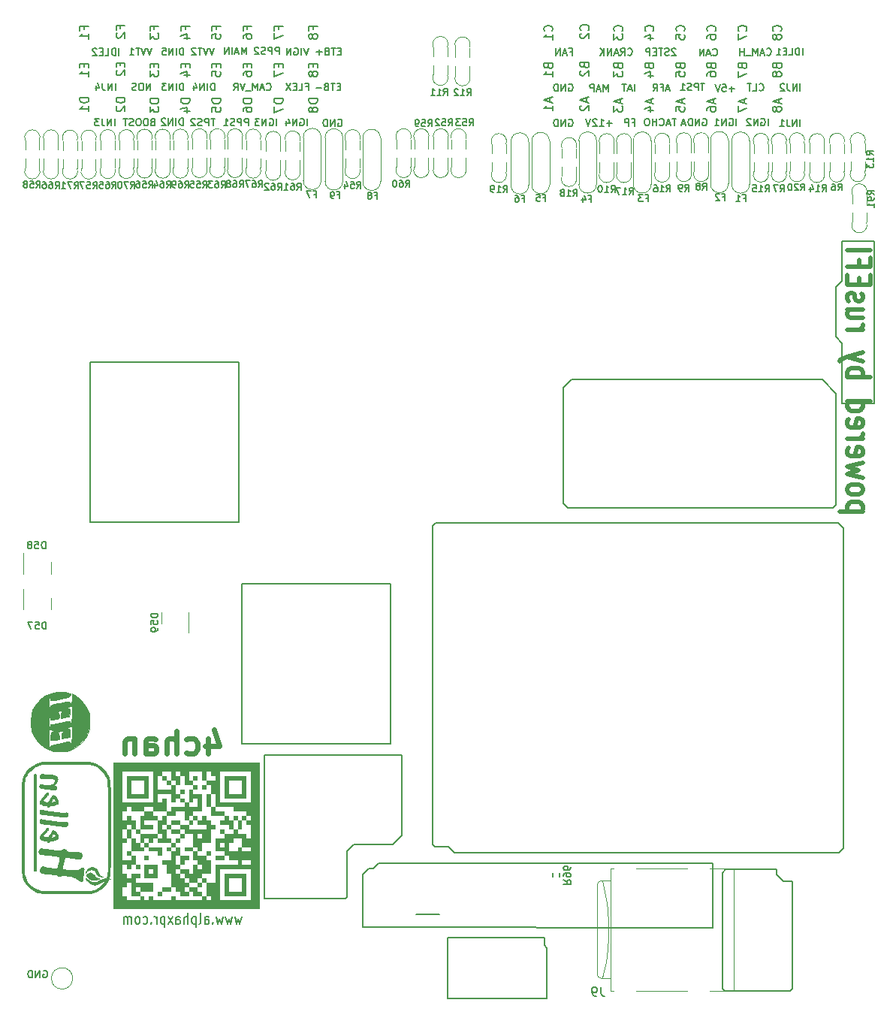
<source format=gbo>
G04 #@! TF.GenerationSoftware,KiCad,Pcbnew,(6.0.1)*
G04 #@! TF.CreationDate,2022-08-21T23:27:26+03:00*
G04 #@! TF.ProjectId,alphax_4ch,616c7068-6178-45f3-9463-682e6b696361,a*
G04 #@! TF.SameCoordinates,PX141f5e0PYa2cace0*
G04 #@! TF.FileFunction,Legend,Bot*
G04 #@! TF.FilePolarity,Positive*
%FSLAX46Y46*%
G04 Gerber Fmt 4.6, Leading zero omitted, Abs format (unit mm)*
G04 Created by KiCad (PCBNEW (6.0.1)) date 2022-08-21 23:27:26*
%MOMM*%
%LPD*%
G01*
G04 APERTURE LIST*
%ADD10C,0.170000*%
%ADD11C,0.200000*%
%ADD12C,0.600000*%
%ADD13C,0.500000*%
%ADD14C,0.130000*%
%ADD15C,0.127000*%
%ADD16C,0.150000*%
%ADD17C,0.099060*%
%ADD18C,0.120000*%
%ADD19C,0.002540*%
%ADD20C,0.203200*%
G04 APERTURE END LIST*
D10*
X84310989Y98707877D02*
X84310989Y99507877D01*
X83510989Y99469781D02*
X83587179Y99507877D01*
X83701465Y99507877D01*
X83815750Y99469781D01*
X83891941Y99393591D01*
X83930036Y99317401D01*
X83968131Y99165020D01*
X83968131Y99050734D01*
X83930036Y98898353D01*
X83891941Y98822162D01*
X83815750Y98745972D01*
X83701465Y98707877D01*
X83625274Y98707877D01*
X83510989Y98745972D01*
X83472893Y98784067D01*
X83472893Y99050734D01*
X83625274Y99050734D01*
X83130036Y98707877D02*
X83130036Y99507877D01*
X82672893Y98707877D01*
X82672893Y99507877D01*
X82330036Y99431686D02*
X82291941Y99469781D01*
X82215750Y99507877D01*
X82025274Y99507877D01*
X81949084Y99469781D01*
X81910989Y99431686D01*
X81872893Y99355496D01*
X81872893Y99279305D01*
X81910989Y99165020D01*
X82368131Y98707877D01*
X81872893Y98707877D01*
X68480494Y106715286D02*
X68518589Y106677191D01*
X68632875Y106639096D01*
X68709066Y106639096D01*
X68823351Y106677191D01*
X68899542Y106753381D01*
X68937637Y106829572D01*
X68975732Y106981953D01*
X68975732Y107096239D01*
X68937637Y107248620D01*
X68899542Y107324810D01*
X68823351Y107401000D01*
X68709066Y107439096D01*
X68632875Y107439096D01*
X68518589Y107401000D01*
X68480494Y107362905D01*
X67680494Y106639096D02*
X67947161Y107020048D01*
X68137637Y106639096D02*
X68137637Y107439096D01*
X67832875Y107439096D01*
X67756685Y107401000D01*
X67718589Y107362905D01*
X67680494Y107286715D01*
X67680494Y107172429D01*
X67718589Y107096239D01*
X67756685Y107058143D01*
X67832875Y107020048D01*
X68137637Y107020048D01*
X67375732Y106867667D02*
X66994780Y106867667D01*
X67451923Y106639096D02*
X67185256Y107439096D01*
X66918589Y106639096D01*
X66651923Y106639096D02*
X66651923Y107439096D01*
X66194780Y106639096D01*
X66194780Y107439096D01*
X65813828Y106639096D02*
X65813828Y107439096D01*
X65356685Y106639096D02*
X65699542Y107096239D01*
X65356685Y107439096D02*
X65813828Y106981953D01*
X25469047Y106738096D02*
X25469047Y107538096D01*
X25202380Y106966667D01*
X24935714Y107538096D01*
X24935714Y106738096D01*
X24592857Y106966667D02*
X24211904Y106966667D01*
X24669047Y106738096D02*
X24402380Y107538096D01*
X24135714Y106738096D01*
X23869047Y106738096D02*
X23869047Y107538096D01*
X23488095Y106738096D02*
X23488095Y107538096D01*
X23030952Y106738096D01*
X23030952Y107538096D01*
X36121428Y107107143D02*
X35854761Y107107143D01*
X35740476Y106688096D02*
X36121428Y106688096D01*
X36121428Y107488096D01*
X35740476Y107488096D01*
X35511904Y107488096D02*
X35054761Y107488096D01*
X35283333Y106688096D02*
X35283333Y107488096D01*
X34521428Y107107143D02*
X34407142Y107069048D01*
X34369047Y107030953D01*
X34330952Y106954762D01*
X34330952Y106840477D01*
X34369047Y106764286D01*
X34407142Y106726191D01*
X34483333Y106688096D01*
X34788095Y106688096D01*
X34788095Y107488096D01*
X34521428Y107488096D01*
X34445238Y107450000D01*
X34407142Y107411905D01*
X34369047Y107335715D01*
X34369047Y107259524D01*
X34407142Y107183334D01*
X34445238Y107145239D01*
X34521428Y107107143D01*
X34788095Y107107143D01*
X33988095Y106992858D02*
X33378571Y106992858D01*
X33683333Y106688096D02*
X33683333Y107297620D01*
X88206227Y106673986D02*
X88206227Y107473986D01*
X87825275Y106673986D02*
X87825275Y107473986D01*
X87634799Y107473986D01*
X87520513Y107435890D01*
X87444322Y107359700D01*
X87406227Y107283510D01*
X87368132Y107131129D01*
X87368132Y107016843D01*
X87406227Y106864462D01*
X87444322Y106788271D01*
X87520513Y106712081D01*
X87634799Y106673986D01*
X87825275Y106673986D01*
X86644322Y106673986D02*
X87025275Y106673986D01*
X87025275Y107473986D01*
X86377656Y107093033D02*
X86110989Y107093033D01*
X85996703Y106673986D02*
X86377656Y106673986D01*
X86377656Y107473986D01*
X85996703Y107473986D01*
X85234799Y106673986D02*
X85691941Y106673986D01*
X85463370Y106673986D02*
X85463370Y107473986D01*
X85539561Y107359700D01*
X85615751Y107283510D01*
X85691941Y107245414D01*
D11*
X24940476Y9557143D02*
X24750000Y8757143D01*
X24559523Y9328572D01*
X24369047Y8757143D01*
X24178571Y9557143D01*
X23892857Y9557143D02*
X23702380Y8757143D01*
X23511904Y9328572D01*
X23321428Y8757143D01*
X23130952Y9557143D01*
X22845238Y9557143D02*
X22654761Y8757143D01*
X22464285Y9328572D01*
X22273809Y8757143D01*
X22083333Y9557143D01*
X21702380Y8871429D02*
X21654761Y8814286D01*
X21702380Y8757143D01*
X21750000Y8814286D01*
X21702380Y8871429D01*
X21702380Y8757143D01*
X20797619Y8757143D02*
X20797619Y9385715D01*
X20845238Y9500000D01*
X20940476Y9557143D01*
X21130952Y9557143D01*
X21226190Y9500000D01*
X20797619Y8814286D02*
X20892857Y8757143D01*
X21130952Y8757143D01*
X21226190Y8814286D01*
X21273809Y8928572D01*
X21273809Y9042858D01*
X21226190Y9157143D01*
X21130952Y9214286D01*
X20892857Y9214286D01*
X20797619Y9271429D01*
X20178571Y8757143D02*
X20273809Y8814286D01*
X20321428Y8928572D01*
X20321428Y9957143D01*
X19797619Y9557143D02*
X19797619Y8357143D01*
X19797619Y9500000D02*
X19702380Y9557143D01*
X19511904Y9557143D01*
X19416666Y9500000D01*
X19369047Y9442858D01*
X19321428Y9328572D01*
X19321428Y8985715D01*
X19369047Y8871429D01*
X19416666Y8814286D01*
X19511904Y8757143D01*
X19702380Y8757143D01*
X19797619Y8814286D01*
X18892857Y8757143D02*
X18892857Y9957143D01*
X18464285Y8757143D02*
X18464285Y9385715D01*
X18511904Y9500000D01*
X18607142Y9557143D01*
X18750000Y9557143D01*
X18845238Y9500000D01*
X18892857Y9442858D01*
X17559523Y8757143D02*
X17559523Y9385715D01*
X17607142Y9500000D01*
X17702380Y9557143D01*
X17892857Y9557143D01*
X17988095Y9500000D01*
X17559523Y8814286D02*
X17654761Y8757143D01*
X17892857Y8757143D01*
X17988095Y8814286D01*
X18035714Y8928572D01*
X18035714Y9042858D01*
X17988095Y9157143D01*
X17892857Y9214286D01*
X17654761Y9214286D01*
X17559523Y9271429D01*
X17178571Y8757143D02*
X16654761Y9557143D01*
X17178571Y9557143D02*
X16654761Y8757143D01*
X16273809Y9557143D02*
X16273809Y8357143D01*
X16273809Y9500000D02*
X16178571Y9557143D01*
X15988095Y9557143D01*
X15892857Y9500000D01*
X15845238Y9442858D01*
X15797619Y9328572D01*
X15797619Y8985715D01*
X15845238Y8871429D01*
X15892857Y8814286D01*
X15988095Y8757143D01*
X16178571Y8757143D01*
X16273809Y8814286D01*
X15369047Y8757143D02*
X15369047Y9557143D01*
X15369047Y9328572D02*
X15321428Y9442858D01*
X15273809Y9500000D01*
X15178571Y9557143D01*
X15083333Y9557143D01*
X14750000Y8871429D02*
X14702380Y8814286D01*
X14750000Y8757143D01*
X14797619Y8814286D01*
X14750000Y8871429D01*
X14750000Y8757143D01*
X13845238Y8814286D02*
X13940476Y8757143D01*
X14130952Y8757143D01*
X14226190Y8814286D01*
X14273809Y8871429D01*
X14321428Y8985715D01*
X14321428Y9328572D01*
X14273809Y9442858D01*
X14226190Y9500000D01*
X14130952Y9557143D01*
X13940476Y9557143D01*
X13845238Y9500000D01*
X13273809Y8757143D02*
X13369047Y8814286D01*
X13416666Y8871429D01*
X13464285Y8985715D01*
X13464285Y9328572D01*
X13416666Y9442858D01*
X13369047Y9500000D01*
X13273809Y9557143D01*
X13130952Y9557143D01*
X13035714Y9500000D01*
X12988095Y9442858D01*
X12940476Y9328572D01*
X12940476Y8985715D01*
X12988095Y8871429D01*
X13035714Y8814286D01*
X13130952Y8757143D01*
X13273809Y8757143D01*
X12511904Y8757143D02*
X12511904Y9557143D01*
X12511904Y9442858D02*
X12464285Y9500000D01*
X12369047Y9557143D01*
X12226190Y9557143D01*
X12130952Y9500000D01*
X12083333Y9385715D01*
X12083333Y8757143D01*
X12083333Y9385715D02*
X12035714Y9500000D01*
X11940476Y9557143D01*
X11797619Y9557143D01*
X11702380Y9500000D01*
X11654761Y9385715D01*
X11654761Y8757143D01*
D10*
X14845238Y107488096D02*
X14578571Y106688096D01*
X14311904Y107488096D01*
X14159523Y107488096D02*
X13892857Y106688096D01*
X13626190Y107488096D01*
X13473809Y107488096D02*
X13016666Y107488096D01*
X13245238Y106688096D02*
X13245238Y107488096D01*
X12330952Y106688096D02*
X12788095Y106688096D01*
X12559523Y106688096D02*
X12559523Y107488096D01*
X12635714Y107373810D01*
X12711904Y107297620D01*
X12788095Y107259524D01*
X18350000Y98738096D02*
X18350000Y99538096D01*
X18159523Y99538096D01*
X18045238Y99500000D01*
X17969047Y99423810D01*
X17930952Y99347620D01*
X17892857Y99195239D01*
X17892857Y99080953D01*
X17930952Y98928572D01*
X17969047Y98852381D01*
X18045238Y98776191D01*
X18159523Y98738096D01*
X18350000Y98738096D01*
X17550000Y98738096D02*
X17550000Y99538096D01*
X17169047Y98738096D02*
X17169047Y99538096D01*
X16711904Y98738096D01*
X16711904Y99538096D01*
X16369047Y99461905D02*
X16330952Y99500000D01*
X16254761Y99538096D01*
X16064285Y99538096D01*
X15988095Y99500000D01*
X15950000Y99461905D01*
X15911904Y99385715D01*
X15911904Y99309524D01*
X15950000Y99195239D01*
X16407142Y98738096D01*
X15911904Y98738096D01*
X11116666Y106638096D02*
X11116666Y107438096D01*
X10735714Y106638096D02*
X10735714Y107438096D01*
X10545238Y107438096D01*
X10430952Y107400000D01*
X10354761Y107323810D01*
X10316666Y107247620D01*
X10278571Y107095239D01*
X10278571Y106980953D01*
X10316666Y106828572D01*
X10354761Y106752381D01*
X10430952Y106676191D01*
X10545238Y106638096D01*
X10735714Y106638096D01*
X9554761Y106638096D02*
X9935714Y106638096D01*
X9935714Y107438096D01*
X9288095Y107057143D02*
X9021428Y107057143D01*
X8907142Y106638096D02*
X9288095Y106638096D01*
X9288095Y107438096D01*
X8907142Y107438096D01*
X8602380Y107361905D02*
X8564285Y107400000D01*
X8488095Y107438096D01*
X8297619Y107438096D01*
X8221428Y107400000D01*
X8183333Y107361905D01*
X8145238Y107285715D01*
X8145238Y107209524D01*
X8183333Y107095239D01*
X8640476Y106638096D01*
X8145238Y106638096D01*
X32476190Y107488096D02*
X32209523Y106688096D01*
X31942857Y107488096D01*
X31676190Y106688096D02*
X31676190Y107488096D01*
X30876190Y107450000D02*
X30952380Y107488096D01*
X31066666Y107488096D01*
X31180952Y107450000D01*
X31257142Y107373810D01*
X31295238Y107297620D01*
X31333333Y107145239D01*
X31333333Y107030953D01*
X31295238Y106878572D01*
X31257142Y106802381D01*
X31180952Y106726191D01*
X31066666Y106688096D01*
X30990476Y106688096D01*
X30876190Y106726191D01*
X30838095Y106764286D01*
X30838095Y107030953D01*
X30990476Y107030953D01*
X30495238Y106688096D02*
X30495238Y107488096D01*
X30038095Y106688096D01*
X30038095Y107488096D01*
X36071428Y103107143D02*
X35804761Y103107143D01*
X35690476Y102688096D02*
X36071428Y102688096D01*
X36071428Y103488096D01*
X35690476Y103488096D01*
X35461904Y103488096D02*
X35004761Y103488096D01*
X35233333Y102688096D02*
X35233333Y103488096D01*
X34471428Y103107143D02*
X34357142Y103069048D01*
X34319047Y103030953D01*
X34280952Y102954762D01*
X34280952Y102840477D01*
X34319047Y102764286D01*
X34357142Y102726191D01*
X34433333Y102688096D01*
X34738095Y102688096D01*
X34738095Y103488096D01*
X34471428Y103488096D01*
X34395238Y103450000D01*
X34357142Y103411905D01*
X34319047Y103335715D01*
X34319047Y103259524D01*
X34357142Y103183334D01*
X34395238Y103145239D01*
X34471428Y103107143D01*
X34738095Y103107143D01*
X33938095Y102992858D02*
X33328571Y102992858D01*
D12*
X21176666Y29657143D02*
X21176666Y27923810D01*
X21795714Y30647620D02*
X22414761Y28790477D01*
X20805238Y28790477D01*
X18700476Y28047620D02*
X18948095Y27923810D01*
X19443333Y27923810D01*
X19690952Y28047620D01*
X19814761Y28171429D01*
X19938571Y28419048D01*
X19938571Y29161905D01*
X19814761Y29409524D01*
X19690952Y29533334D01*
X19443333Y29657143D01*
X18948095Y29657143D01*
X18700476Y29533334D01*
X17586190Y27923810D02*
X17586190Y30523810D01*
X16471904Y27923810D02*
X16471904Y29285715D01*
X16595714Y29533334D01*
X16843333Y29657143D01*
X17214761Y29657143D01*
X17462380Y29533334D01*
X17586190Y29409524D01*
X14119523Y27923810D02*
X14119523Y29285715D01*
X14243333Y29533334D01*
X14490952Y29657143D01*
X14986190Y29657143D01*
X15233809Y29533334D01*
X14119523Y28047620D02*
X14367142Y27923810D01*
X14986190Y27923810D01*
X15233809Y28047620D01*
X15357619Y28295239D01*
X15357619Y28542858D01*
X15233809Y28790477D01*
X14986190Y28914286D01*
X14367142Y28914286D01*
X14119523Y29038096D01*
X12881428Y29657143D02*
X12881428Y27923810D01*
X12881428Y29409524D02*
X12757619Y29533334D01*
X12510000Y29657143D01*
X12138571Y29657143D01*
X11890952Y29533334D01*
X11767142Y29285715D01*
X11767142Y27923810D01*
D10*
X32202380Y103107143D02*
X32469047Y103107143D01*
X32469047Y102688096D02*
X32469047Y103488096D01*
X32088095Y103488096D01*
X31402380Y102688096D02*
X31783333Y102688096D01*
X31783333Y103488096D01*
X31135714Y103107143D02*
X30869047Y103107143D01*
X30754761Y102688096D02*
X31135714Y102688096D01*
X31135714Y103488096D01*
X30754761Y103488096D01*
X30488095Y103488096D02*
X29954761Y102688096D01*
X29954761Y103488096D02*
X30488095Y102688096D01*
X27750000Y102764286D02*
X27788095Y102726191D01*
X27902380Y102688096D01*
X27978571Y102688096D01*
X28092857Y102726191D01*
X28169047Y102802381D01*
X28207142Y102878572D01*
X28245238Y103030953D01*
X28245238Y103145239D01*
X28207142Y103297620D01*
X28169047Y103373810D01*
X28092857Y103450000D01*
X27978571Y103488096D01*
X27902380Y103488096D01*
X27788095Y103450000D01*
X27750000Y103411905D01*
X27445238Y102916667D02*
X27064285Y102916667D01*
X27521428Y102688096D02*
X27254761Y103488096D01*
X26988095Y102688096D01*
X26721428Y102688096D02*
X26721428Y103488096D01*
X26454761Y102916667D01*
X26188095Y103488096D01*
X26188095Y102688096D01*
X25997619Y102611905D02*
X25388095Y102611905D01*
X25311904Y103488096D02*
X25045238Y102688096D01*
X24778571Y103488096D01*
X24054761Y102688096D02*
X24321428Y103069048D01*
X24511904Y102688096D02*
X24511904Y103488096D01*
X24207142Y103488096D01*
X24130952Y103450000D01*
X24092857Y103411905D01*
X24054761Y103335715D01*
X24054761Y103221429D01*
X24092857Y103145239D01*
X24130952Y103107143D01*
X24207142Y103069048D01*
X24511904Y103069048D01*
X14916666Y99107143D02*
X14802380Y99069048D01*
X14764285Y99030953D01*
X14726190Y98954762D01*
X14726190Y98840477D01*
X14764285Y98764286D01*
X14802380Y98726191D01*
X14878571Y98688096D01*
X15183333Y98688096D01*
X15183333Y99488096D01*
X14916666Y99488096D01*
X14840476Y99450000D01*
X14802380Y99411905D01*
X14764285Y99335715D01*
X14764285Y99259524D01*
X14802380Y99183334D01*
X14840476Y99145239D01*
X14916666Y99107143D01*
X15183333Y99107143D01*
X14230952Y99488096D02*
X14078571Y99488096D01*
X14002380Y99450000D01*
X13926190Y99373810D01*
X13888095Y99221429D01*
X13888095Y98954762D01*
X13926190Y98802381D01*
X14002380Y98726191D01*
X14078571Y98688096D01*
X14230952Y98688096D01*
X14307142Y98726191D01*
X14383333Y98802381D01*
X14421428Y98954762D01*
X14421428Y99221429D01*
X14383333Y99373810D01*
X14307142Y99450000D01*
X14230952Y99488096D01*
X13392857Y99488096D02*
X13240476Y99488096D01*
X13164285Y99450000D01*
X13088095Y99373810D01*
X13050000Y99221429D01*
X13050000Y98954762D01*
X13088095Y98802381D01*
X13164285Y98726191D01*
X13240476Y98688096D01*
X13392857Y98688096D01*
X13469047Y98726191D01*
X13545238Y98802381D01*
X13583333Y98954762D01*
X13583333Y99221429D01*
X13545238Y99373810D01*
X13469047Y99450000D01*
X13392857Y99488096D01*
X12745238Y98726191D02*
X12630952Y98688096D01*
X12440476Y98688096D01*
X12364285Y98726191D01*
X12326190Y98764286D01*
X12288095Y98840477D01*
X12288095Y98916667D01*
X12326190Y98992858D01*
X12364285Y99030953D01*
X12440476Y99069048D01*
X12592857Y99107143D01*
X12669047Y99145239D01*
X12707142Y99183334D01*
X12745238Y99259524D01*
X12745238Y99335715D01*
X12707142Y99411905D01*
X12669047Y99450000D01*
X12592857Y99488096D01*
X12402380Y99488096D01*
X12288095Y99450000D01*
X12059523Y99488096D02*
X11602380Y99488096D01*
X11830952Y98688096D02*
X11830952Y99488096D01*
X35809523Y99400000D02*
X35885714Y99438096D01*
X36000000Y99438096D01*
X36114285Y99400000D01*
X36190476Y99323810D01*
X36228571Y99247620D01*
X36266666Y99095239D01*
X36266666Y98980953D01*
X36228571Y98828572D01*
X36190476Y98752381D01*
X36114285Y98676191D01*
X36000000Y98638096D01*
X35923809Y98638096D01*
X35809523Y98676191D01*
X35771428Y98714286D01*
X35771428Y98980953D01*
X35923809Y98980953D01*
X35428571Y98638096D02*
X35428571Y99438096D01*
X34971428Y98638096D01*
X34971428Y99438096D01*
X34590476Y98638096D02*
X34590476Y99438096D01*
X34400000Y99438096D01*
X34285714Y99400000D01*
X34209523Y99323810D01*
X34171428Y99247620D01*
X34133333Y99095239D01*
X34133333Y98980953D01*
X34171428Y98828572D01*
X34209523Y98752381D01*
X34285714Y98676191D01*
X34400000Y98638096D01*
X34590476Y98638096D01*
D13*
X94957142Y55248810D02*
X92357142Y55248810D01*
X94833333Y55248810D02*
X94957142Y55458334D01*
X94957142Y55877381D01*
X94833333Y56086905D01*
X94709523Y56191667D01*
X94461904Y56296429D01*
X93719047Y56296429D01*
X93471428Y56191667D01*
X93347619Y56086905D01*
X93223809Y55877381D01*
X93223809Y55458334D01*
X93347619Y55248810D01*
X93223809Y57553572D02*
X93347619Y57344048D01*
X93471428Y57239286D01*
X93719047Y57134524D01*
X94461904Y57134524D01*
X94709523Y57239286D01*
X94833333Y57344048D01*
X94957142Y57553572D01*
X94957142Y57867858D01*
X94833333Y58077381D01*
X94709523Y58182143D01*
X94461904Y58286905D01*
X93719047Y58286905D01*
X93471428Y58182143D01*
X93347619Y58077381D01*
X93223809Y57867858D01*
X93223809Y57553572D01*
X94957142Y59020239D02*
X93223809Y59439286D01*
X94461904Y59858334D01*
X93223809Y60277381D01*
X94957142Y60696429D01*
X93347619Y62372620D02*
X93223809Y62163096D01*
X93223809Y61744048D01*
X93347619Y61534524D01*
X93595238Y61429762D01*
X94585714Y61429762D01*
X94833333Y61534524D01*
X94957142Y61744048D01*
X94957142Y62163096D01*
X94833333Y62372620D01*
X94585714Y62477381D01*
X94338095Y62477381D01*
X94090476Y61429762D01*
X93223809Y63420239D02*
X94957142Y63420239D01*
X94461904Y63420239D02*
X94709523Y63525000D01*
X94833333Y63629762D01*
X94957142Y63839286D01*
X94957142Y64048810D01*
X93347619Y65620239D02*
X93223809Y65410715D01*
X93223809Y64991667D01*
X93347619Y64782143D01*
X93595238Y64677381D01*
X94585714Y64677381D01*
X94833333Y64782143D01*
X94957142Y64991667D01*
X94957142Y65410715D01*
X94833333Y65620239D01*
X94585714Y65725000D01*
X94338095Y65725000D01*
X94090476Y64677381D01*
X93223809Y67610715D02*
X95823809Y67610715D01*
X93347619Y67610715D02*
X93223809Y67401191D01*
X93223809Y66982143D01*
X93347619Y66772620D01*
X93471428Y66667858D01*
X93719047Y66563096D01*
X94461904Y66563096D01*
X94709523Y66667858D01*
X94833333Y66772620D01*
X94957142Y66982143D01*
X94957142Y67401191D01*
X94833333Y67610715D01*
X93223809Y70334524D02*
X95823809Y70334524D01*
X94833333Y70334524D02*
X94957142Y70544048D01*
X94957142Y70963096D01*
X94833333Y71172620D01*
X94709523Y71277381D01*
X94461904Y71382143D01*
X93719047Y71382143D01*
X93471428Y71277381D01*
X93347619Y71172620D01*
X93223809Y70963096D01*
X93223809Y70544048D01*
X93347619Y70334524D01*
X94957142Y72115477D02*
X93223809Y72639286D01*
X94957142Y73163096D02*
X93223809Y72639286D01*
X92604761Y72429762D01*
X92480952Y72325000D01*
X92357142Y72115477D01*
X93223809Y75677381D02*
X94957142Y75677381D01*
X94461904Y75677381D02*
X94709523Y75782143D01*
X94833333Y75886905D01*
X94957142Y76096429D01*
X94957142Y76305953D01*
X94957142Y77982143D02*
X93223809Y77982143D01*
X94957142Y77039286D02*
X93595238Y77039286D01*
X93347619Y77144048D01*
X93223809Y77353572D01*
X93223809Y77667858D01*
X93347619Y77877381D01*
X93471428Y77982143D01*
X93347619Y78925000D02*
X93223809Y79134524D01*
X93223809Y79553572D01*
X93347619Y79763096D01*
X93595238Y79867858D01*
X93719047Y79867858D01*
X93966666Y79763096D01*
X94090476Y79553572D01*
X94090476Y79239286D01*
X94214285Y79029762D01*
X94461904Y78925000D01*
X94585714Y78925000D01*
X94833333Y79029762D01*
X94957142Y79239286D01*
X94957142Y79553572D01*
X94833333Y79763096D01*
X94585714Y80810715D02*
X94585714Y81544048D01*
X93223809Y81858334D02*
X93223809Y80810715D01*
X95823809Y80810715D01*
X95823809Y81858334D01*
X94585714Y83534524D02*
X94585714Y82801191D01*
X93223809Y82801191D02*
X95823809Y82801191D01*
X95823809Y83848810D01*
X93223809Y84686905D02*
X95823809Y84686905D01*
D10*
X10704761Y102688096D02*
X10704761Y103488096D01*
X10323809Y102688096D02*
X10323809Y103488096D01*
X9866666Y102688096D01*
X9866666Y103488096D01*
X9257142Y103488096D02*
X9257142Y102916667D01*
X9295238Y102802381D01*
X9371428Y102726191D01*
X9485714Y102688096D01*
X9561904Y102688096D01*
X8533333Y103221429D02*
X8533333Y102688096D01*
X8723809Y103526191D02*
X8914285Y102954762D01*
X8419047Y102954762D01*
X77139652Y103488096D02*
X76682509Y103488096D01*
X76911080Y102688096D02*
X76911080Y103488096D01*
X76415842Y102688096D02*
X76415842Y103488096D01*
X76111080Y103488096D01*
X76034890Y103450000D01*
X75996795Y103411905D01*
X75958699Y103335715D01*
X75958699Y103221429D01*
X75996795Y103145239D01*
X76034890Y103107143D01*
X76111080Y103069048D01*
X76415842Y103069048D01*
X75653937Y102726191D02*
X75539652Y102688096D01*
X75349176Y102688096D01*
X75272985Y102726191D01*
X75234890Y102764286D01*
X75196795Y102840477D01*
X75196795Y102916667D01*
X75234890Y102992858D01*
X75272985Y103030953D01*
X75349176Y103069048D01*
X75501556Y103107143D01*
X75577747Y103145239D01*
X75615842Y103183334D01*
X75653937Y103259524D01*
X75653937Y103335715D01*
X75615842Y103411905D01*
X75577747Y103450000D01*
X75501556Y103488096D01*
X75311080Y103488096D01*
X75196795Y103450000D01*
X74434890Y102688096D02*
X74892033Y102688096D01*
X74663461Y102688096D02*
X74663461Y103488096D01*
X74739652Y103373810D01*
X74815842Y103297620D01*
X74892033Y103259524D01*
X87879212Y98638096D02*
X87879212Y99438096D01*
X87498260Y98638096D02*
X87498260Y99438096D01*
X87041117Y98638096D01*
X87041117Y99438096D01*
X86431593Y99438096D02*
X86431593Y98866667D01*
X86469689Y98752381D01*
X86545879Y98676191D01*
X86660165Y98638096D01*
X86736355Y98638096D01*
X85631593Y98638096D02*
X86088736Y98638096D01*
X85860165Y98638096D02*
X85860165Y99438096D01*
X85936355Y99323810D01*
X86012546Y99247620D01*
X86088736Y99209524D01*
X10654761Y98688096D02*
X10654761Y99488096D01*
X10273809Y98688096D02*
X10273809Y99488096D01*
X9816666Y98688096D01*
X9816666Y99488096D01*
X9207142Y99488096D02*
X9207142Y98916667D01*
X9245238Y98802381D01*
X9321428Y98726191D01*
X9435714Y98688096D01*
X9511904Y98688096D01*
X8902380Y99488096D02*
X8407142Y99488096D01*
X8673809Y99183334D01*
X8559523Y99183334D01*
X8483333Y99145239D01*
X8445238Y99107143D01*
X8407142Y99030953D01*
X8407142Y98840477D01*
X8445238Y98764286D01*
X8483333Y98726191D01*
X8559523Y98688096D01*
X8788095Y98688096D01*
X8864285Y98726191D01*
X8902380Y98764286D01*
X78077747Y106645506D02*
X78115842Y106607411D01*
X78230128Y106569316D01*
X78306319Y106569316D01*
X78420604Y106607411D01*
X78496795Y106683601D01*
X78534890Y106759792D01*
X78572985Y106912173D01*
X78572985Y107026459D01*
X78534890Y107178840D01*
X78496795Y107255030D01*
X78420604Y107331220D01*
X78306319Y107369316D01*
X78230128Y107369316D01*
X78115842Y107331220D01*
X78077747Y107293125D01*
X77772985Y106797887D02*
X77392033Y106797887D01*
X77849176Y106569316D02*
X77582509Y107369316D01*
X77315842Y106569316D01*
X77049176Y106569316D02*
X77049176Y107369316D01*
X76592033Y106569316D01*
X76592033Y107369316D01*
X68987088Y99092033D02*
X69253754Y99092033D01*
X69253754Y98672986D02*
X69253754Y99472986D01*
X68872802Y99472986D01*
X68568040Y98672986D02*
X68568040Y99472986D01*
X68263278Y99472986D01*
X68187088Y99434890D01*
X68148993Y99396795D01*
X68110897Y99320605D01*
X68110897Y99206319D01*
X68148993Y99130129D01*
X68187088Y99092033D01*
X68263278Y99053938D01*
X68568040Y99053938D01*
X32350000Y98688096D02*
X32350000Y99488096D01*
X31550000Y99450000D02*
X31626190Y99488096D01*
X31740476Y99488096D01*
X31854761Y99450000D01*
X31930952Y99373810D01*
X31969047Y99297620D01*
X32007142Y99145239D01*
X32007142Y99030953D01*
X31969047Y98878572D01*
X31930952Y98802381D01*
X31854761Y98726191D01*
X31740476Y98688096D01*
X31664285Y98688096D01*
X31550000Y98726191D01*
X31511904Y98764286D01*
X31511904Y99030953D01*
X31664285Y99030953D01*
X31169047Y98688096D02*
X31169047Y99488096D01*
X30711904Y98688096D01*
X30711904Y99488096D01*
X29988095Y99221429D02*
X29988095Y98688096D01*
X30178571Y99526191D02*
X30369047Y98954762D01*
X29873809Y98954762D01*
X80717308Y98707877D02*
X80717308Y99507877D01*
X79917308Y99469781D02*
X79993498Y99507877D01*
X80107784Y99507877D01*
X80222069Y99469781D01*
X80298260Y99393591D01*
X80336355Y99317401D01*
X80374450Y99165020D01*
X80374450Y99050734D01*
X80336355Y98898353D01*
X80298260Y98822162D01*
X80222069Y98745972D01*
X80107784Y98707877D01*
X80031593Y98707877D01*
X79917308Y98745972D01*
X79879212Y98784067D01*
X79879212Y99050734D01*
X80031593Y99050734D01*
X79536355Y98707877D02*
X79536355Y99507877D01*
X79079212Y98707877D01*
X79079212Y99507877D01*
X78279212Y98707877D02*
X78736355Y98707877D01*
X78507784Y98707877D02*
X78507784Y99507877D01*
X78583974Y99393591D01*
X78660165Y99317401D01*
X78736355Y99279305D01*
X83282601Y102702923D02*
X83320696Y102664828D01*
X83434982Y102626733D01*
X83511172Y102626733D01*
X83625458Y102664828D01*
X83701649Y102741018D01*
X83739744Y102817209D01*
X83777839Y102969590D01*
X83777839Y103083876D01*
X83739744Y103236257D01*
X83701649Y103312447D01*
X83625458Y103388637D01*
X83511172Y103426733D01*
X83434982Y103426733D01*
X83320696Y103388637D01*
X83282601Y103350542D01*
X82558791Y102626733D02*
X82939744Y102626733D01*
X82939744Y103426733D01*
X82406410Y103426733D02*
X81949268Y103426733D01*
X82177839Y102626733D02*
X82177839Y103426733D01*
X61809523Y99400000D02*
X61885714Y99438096D01*
X62000000Y99438096D01*
X62114285Y99400000D01*
X62190476Y99323810D01*
X62228571Y99247620D01*
X62266666Y99095239D01*
X62266666Y98980953D01*
X62228571Y98828572D01*
X62190476Y98752381D01*
X62114285Y98676191D01*
X62000000Y98638096D01*
X61923809Y98638096D01*
X61809523Y98676191D01*
X61771428Y98714286D01*
X61771428Y98980953D01*
X61923809Y98980953D01*
X61428571Y98638096D02*
X61428571Y99438096D01*
X60971428Y98638096D01*
X60971428Y99438096D01*
X60590476Y98638096D02*
X60590476Y99438096D01*
X60400000Y99438096D01*
X60285714Y99400000D01*
X60209523Y99323810D01*
X60171428Y99247620D01*
X60133333Y99095239D01*
X60133333Y98980953D01*
X60171428Y98828572D01*
X60209523Y98752381D01*
X60285714Y98676191D01*
X60400000Y98638096D01*
X60590476Y98638096D01*
X21940476Y99488096D02*
X21483333Y99488096D01*
X21711904Y98688096D02*
X21711904Y99488096D01*
X21216666Y98688096D02*
X21216666Y99488096D01*
X20911904Y99488096D01*
X20835714Y99450000D01*
X20797619Y99411905D01*
X20759523Y99335715D01*
X20759523Y99221429D01*
X20797619Y99145239D01*
X20835714Y99107143D01*
X20911904Y99069048D01*
X21216666Y99069048D01*
X20454761Y98726191D02*
X20340476Y98688096D01*
X20150000Y98688096D01*
X20073809Y98726191D01*
X20035714Y98764286D01*
X19997619Y98840477D01*
X19997619Y98916667D01*
X20035714Y98992858D01*
X20073809Y99030953D01*
X20150000Y99069048D01*
X20302380Y99107143D01*
X20378571Y99145239D01*
X20416666Y99183334D01*
X20454761Y99259524D01*
X20454761Y99335715D01*
X20416666Y99411905D01*
X20378571Y99450000D01*
X20302380Y99488096D01*
X20111904Y99488096D01*
X19997619Y99450000D01*
X19692857Y99411905D02*
X19654761Y99450000D01*
X19578571Y99488096D01*
X19388095Y99488096D01*
X19311904Y99450000D01*
X19273809Y99411905D01*
X19235714Y99335715D01*
X19235714Y99259524D01*
X19273809Y99145239D01*
X19730952Y98688096D01*
X19235714Y98688096D01*
X61809523Y103377473D02*
X61885714Y103415569D01*
X62000000Y103415569D01*
X62114285Y103377473D01*
X62190476Y103301283D01*
X62228571Y103225093D01*
X62266666Y103072712D01*
X62266666Y102958426D01*
X62228571Y102806045D01*
X62190476Y102729854D01*
X62114285Y102653664D01*
X62000000Y102615569D01*
X61923809Y102615569D01*
X61809523Y102653664D01*
X61771428Y102691759D01*
X61771428Y102958426D01*
X61923809Y102958426D01*
X61428571Y102615569D02*
X61428571Y103415569D01*
X60971428Y102615569D01*
X60971428Y103415569D01*
X60590476Y102615569D02*
X60590476Y103415569D01*
X60400000Y103415569D01*
X60285714Y103377473D01*
X60209523Y103301283D01*
X60171428Y103225093D01*
X60133333Y103072712D01*
X60133333Y102958426D01*
X60171428Y102806045D01*
X60209523Y102729854D01*
X60285714Y102653664D01*
X60400000Y102615569D01*
X60590476Y102615569D01*
X25721428Y98688096D02*
X25721428Y99488096D01*
X25416666Y99488096D01*
X25340476Y99450000D01*
X25302380Y99411905D01*
X25264285Y99335715D01*
X25264285Y99221429D01*
X25302380Y99145239D01*
X25340476Y99107143D01*
X25416666Y99069048D01*
X25721428Y99069048D01*
X24921428Y98688096D02*
X24921428Y99488096D01*
X24616666Y99488096D01*
X24540476Y99450000D01*
X24502380Y99411905D01*
X24464285Y99335715D01*
X24464285Y99221429D01*
X24502380Y99145239D01*
X24540476Y99107143D01*
X24616666Y99069048D01*
X24921428Y99069048D01*
X24159523Y98726191D02*
X24045238Y98688096D01*
X23854761Y98688096D01*
X23778571Y98726191D01*
X23740476Y98764286D01*
X23702380Y98840477D01*
X23702380Y98916667D01*
X23740476Y98992858D01*
X23778571Y99030953D01*
X23854761Y99069048D01*
X24007142Y99107143D01*
X24083333Y99145239D01*
X24121428Y99183334D01*
X24159523Y99259524D01*
X24159523Y99335715D01*
X24121428Y99411905D01*
X24083333Y99450000D01*
X24007142Y99488096D01*
X23816666Y99488096D01*
X23702380Y99450000D01*
X22940476Y98688096D02*
X23397619Y98688096D01*
X23169047Y98688096D02*
X23169047Y99488096D01*
X23245238Y99373810D01*
X23321428Y99297620D01*
X23397619Y99259524D01*
X87914102Y102626733D02*
X87914102Y103426733D01*
X87533150Y102626733D02*
X87533150Y103426733D01*
X87076007Y102626733D01*
X87076007Y103426733D01*
X86466483Y103426733D02*
X86466483Y102855304D01*
X86504579Y102741018D01*
X86580769Y102664828D01*
X86695055Y102626733D01*
X86771245Y102626733D01*
X86123626Y103350542D02*
X86085531Y103388637D01*
X86009341Y103426733D01*
X85818864Y103426733D01*
X85742674Y103388637D01*
X85704579Y103350542D01*
X85666483Y103274352D01*
X85666483Y103198161D01*
X85704579Y103083876D01*
X86161721Y102626733D01*
X85666483Y102626733D01*
X21900000Y102688096D02*
X21900000Y103488096D01*
X21709523Y103488096D01*
X21595238Y103450000D01*
X21519047Y103373810D01*
X21480952Y103297620D01*
X21442857Y103145239D01*
X21442857Y103030953D01*
X21480952Y102878572D01*
X21519047Y102802381D01*
X21595238Y102726191D01*
X21709523Y102688096D01*
X21900000Y102688096D01*
X21100000Y102688096D02*
X21100000Y103488096D01*
X20719047Y102688096D02*
X20719047Y103488096D01*
X20261904Y102688096D01*
X20261904Y103488096D01*
X19538095Y103221429D02*
X19538095Y102688096D01*
X19728571Y103526191D02*
X19919047Y102954762D01*
X19423809Y102954762D01*
X73193498Y102820414D02*
X72812545Y102820414D01*
X73269688Y102591843D02*
X73003022Y103391843D01*
X72736355Y102591843D01*
X72203022Y103010890D02*
X72469688Y103010890D01*
X72469688Y102591843D02*
X72469688Y103391843D01*
X72088736Y103391843D01*
X71326831Y102591843D02*
X71593498Y102972795D01*
X71783974Y102591843D02*
X71783974Y103391843D01*
X71479212Y103391843D01*
X71403022Y103353747D01*
X71364926Y103315652D01*
X71326831Y103239462D01*
X71326831Y103125176D01*
X71364926Y103048986D01*
X71403022Y103010890D01*
X71479212Y102972795D01*
X71783974Y102972795D01*
X73866575Y107362905D02*
X73828480Y107401000D01*
X73752289Y107439096D01*
X73561813Y107439096D01*
X73485623Y107401000D01*
X73447527Y107362905D01*
X73409432Y107286715D01*
X73409432Y107210524D01*
X73447527Y107096239D01*
X73904670Y106639096D01*
X73409432Y106639096D01*
X73104670Y106677191D02*
X72990385Y106639096D01*
X72799908Y106639096D01*
X72723718Y106677191D01*
X72685623Y106715286D01*
X72647527Y106791477D01*
X72647527Y106867667D01*
X72685623Y106943858D01*
X72723718Y106981953D01*
X72799908Y107020048D01*
X72952289Y107058143D01*
X73028480Y107096239D01*
X73066575Y107134334D01*
X73104670Y107210524D01*
X73104670Y107286715D01*
X73066575Y107362905D01*
X73028480Y107401000D01*
X72952289Y107439096D01*
X72761813Y107439096D01*
X72647527Y107401000D01*
X72418956Y107439096D02*
X71961813Y107439096D01*
X72190385Y106639096D02*
X72190385Y107439096D01*
X71695146Y107058143D02*
X71428480Y107058143D01*
X71314194Y106639096D02*
X71695146Y106639096D01*
X71695146Y107439096D01*
X71314194Y107439096D01*
X70971337Y106639096D02*
X70971337Y107439096D01*
X70666575Y107439096D01*
X70590385Y107401000D01*
X70552289Y107362905D01*
X70514194Y107286715D01*
X70514194Y107172429D01*
X70552289Y107096239D01*
X70590385Y107058143D01*
X70666575Y107020048D01*
X70971337Y107020048D01*
X84142948Y106715286D02*
X84181043Y106677191D01*
X84295329Y106639096D01*
X84371519Y106639096D01*
X84485805Y106677191D01*
X84561996Y106753381D01*
X84600091Y106829572D01*
X84638186Y106981953D01*
X84638186Y107096239D01*
X84600091Y107248620D01*
X84561996Y107324810D01*
X84485805Y107401000D01*
X84371519Y107439096D01*
X84295329Y107439096D01*
X84181043Y107401000D01*
X84142948Y107362905D01*
X83838186Y106867667D02*
X83457234Y106867667D01*
X83914377Y106639096D02*
X83647710Y107439096D01*
X83381043Y106639096D01*
X83114377Y106639096D02*
X83114377Y107439096D01*
X82847710Y106867667D01*
X82581043Y107439096D01*
X82581043Y106639096D01*
X82390567Y106562905D02*
X81781043Y106562905D01*
X81590567Y106639096D02*
X81590567Y107439096D01*
X81590567Y107058143D02*
X81133424Y107058143D01*
X81133424Y106639096D02*
X81133424Y107439096D01*
X61952290Y107058143D02*
X62218956Y107058143D01*
X62218956Y106639096D02*
X62218956Y107439096D01*
X61838004Y107439096D01*
X61571337Y106867667D02*
X61190385Y106867667D01*
X61647528Y106639096D02*
X61380861Y107439096D01*
X61114194Y106639096D01*
X60847528Y106639096D02*
X60847528Y107439096D01*
X60390385Y106639096D01*
X60390385Y107439096D01*
X28900000Y98688096D02*
X28900000Y99488096D01*
X28100000Y99450000D02*
X28176190Y99488096D01*
X28290476Y99488096D01*
X28404761Y99450000D01*
X28480952Y99373810D01*
X28519047Y99297620D01*
X28557142Y99145239D01*
X28557142Y99030953D01*
X28519047Y98878572D01*
X28480952Y98802381D01*
X28404761Y98726191D01*
X28290476Y98688096D01*
X28214285Y98688096D01*
X28100000Y98726191D01*
X28061904Y98764286D01*
X28061904Y99030953D01*
X28214285Y99030953D01*
X27719047Y98688096D02*
X27719047Y99488096D01*
X27261904Y98688096D01*
X27261904Y99488096D01*
X26957142Y99488096D02*
X26461904Y99488096D01*
X26728571Y99183334D01*
X26614285Y99183334D01*
X26538095Y99145239D01*
X26500000Y99107143D01*
X26461904Y99030953D01*
X26461904Y98840477D01*
X26500000Y98764286D01*
X26538095Y98726191D01*
X26614285Y98688096D01*
X26842857Y98688096D01*
X26919047Y98726191D01*
X26957142Y98764286D01*
X29171428Y106738096D02*
X29171428Y107538096D01*
X28866666Y107538096D01*
X28790476Y107500000D01*
X28752380Y107461905D01*
X28714285Y107385715D01*
X28714285Y107271429D01*
X28752380Y107195239D01*
X28790476Y107157143D01*
X28866666Y107119048D01*
X29171428Y107119048D01*
X28371428Y106738096D02*
X28371428Y107538096D01*
X28066666Y107538096D01*
X27990476Y107500000D01*
X27952380Y107461905D01*
X27914285Y107385715D01*
X27914285Y107271429D01*
X27952380Y107195239D01*
X27990476Y107157143D01*
X28066666Y107119048D01*
X28371428Y107119048D01*
X27609523Y106776191D02*
X27495238Y106738096D01*
X27304761Y106738096D01*
X27228571Y106776191D01*
X27190476Y106814286D01*
X27152380Y106890477D01*
X27152380Y106966667D01*
X27190476Y107042858D01*
X27228571Y107080953D01*
X27304761Y107119048D01*
X27457142Y107157143D01*
X27533333Y107195239D01*
X27571428Y107233334D01*
X27609523Y107309524D01*
X27609523Y107385715D01*
X27571428Y107461905D01*
X27533333Y107500000D01*
X27457142Y107538096D01*
X27266666Y107538096D01*
X27152380Y107500000D01*
X26847619Y107461905D02*
X26809523Y107500000D01*
X26733333Y107538096D01*
X26542857Y107538096D01*
X26466666Y107500000D01*
X26428571Y107461905D01*
X26390476Y107385715D01*
X26390476Y107309524D01*
X26428571Y107195239D01*
X26885714Y106738096D01*
X26390476Y106738096D01*
X2574761Y3460000D02*
X2652857Y3499048D01*
X2770000Y3499048D01*
X2887142Y3460000D01*
X2965238Y3381905D01*
X3004285Y3303810D01*
X3043333Y3147620D01*
X3043333Y3030477D01*
X3004285Y2874286D01*
X2965238Y2796191D01*
X2887142Y2718096D01*
X2770000Y2679048D01*
X2691904Y2679048D01*
X2574761Y2718096D01*
X2535714Y2757143D01*
X2535714Y3030477D01*
X2691904Y3030477D01*
X2184285Y2679048D02*
X2184285Y3499048D01*
X1715714Y2679048D01*
X1715714Y3499048D01*
X1325238Y2679048D02*
X1325238Y3499048D01*
X1130000Y3499048D01*
X1012857Y3460000D01*
X934761Y3381905D01*
X895714Y3303810D01*
X856666Y3147620D01*
X856666Y3030477D01*
X895714Y2874286D01*
X934761Y2796191D01*
X1012857Y2718096D01*
X1130000Y2679048D01*
X1325238Y2679048D01*
X18400000Y102688096D02*
X18400000Y103488096D01*
X18209523Y103488096D01*
X18095238Y103450000D01*
X18019047Y103373810D01*
X17980952Y103297620D01*
X17942857Y103145239D01*
X17942857Y103030953D01*
X17980952Y102878572D01*
X18019047Y102802381D01*
X18095238Y102726191D01*
X18209523Y102688096D01*
X18400000Y102688096D01*
X17600000Y102688096D02*
X17600000Y103488096D01*
X17219047Y102688096D02*
X17219047Y103488096D01*
X16761904Y102688096D01*
X16761904Y103488096D01*
X16457142Y103488096D02*
X15961904Y103488096D01*
X16228571Y103183334D01*
X16114285Y103183334D01*
X16038095Y103145239D01*
X16000000Y103107143D01*
X15961904Y103030953D01*
X15961904Y102840477D01*
X16000000Y102764286D01*
X16038095Y102726191D01*
X16114285Y102688096D01*
X16342857Y102688096D01*
X16419047Y102726191D01*
X16457142Y102764286D01*
X76945787Y99469781D02*
X77021978Y99507877D01*
X77136264Y99507877D01*
X77250549Y99469781D01*
X77326740Y99393591D01*
X77364835Y99317401D01*
X77402930Y99165020D01*
X77402930Y99050734D01*
X77364835Y98898353D01*
X77326740Y98822162D01*
X77250549Y98745972D01*
X77136264Y98707877D01*
X77060073Y98707877D01*
X76945787Y98745972D01*
X76907692Y98784067D01*
X76907692Y99050734D01*
X77060073Y99050734D01*
X76564835Y98707877D02*
X76564835Y99507877D01*
X76107692Y98707877D01*
X76107692Y99507877D01*
X75726740Y98707877D02*
X75726740Y99507877D01*
X75536264Y99507877D01*
X75421978Y99469781D01*
X75345787Y99393591D01*
X75307692Y99317401D01*
X75269597Y99165020D01*
X75269597Y99050734D01*
X75307692Y98898353D01*
X75345787Y98822162D01*
X75421978Y98745972D01*
X75536264Y98707877D01*
X75726740Y98707877D01*
X74964835Y98936448D02*
X74583883Y98936448D01*
X75041026Y98707877D02*
X74774359Y99507877D01*
X74507692Y98707877D01*
X80510989Y102861715D02*
X79901465Y102861715D01*
X80206227Y102556953D02*
X80206227Y103166477D01*
X79139560Y103356953D02*
X79520513Y103356953D01*
X79558608Y102976000D01*
X79520513Y103014096D01*
X79444322Y103052191D01*
X79253846Y103052191D01*
X79177656Y103014096D01*
X79139560Y102976000D01*
X79101465Y102899810D01*
X79101465Y102709334D01*
X79139560Y102633143D01*
X79177656Y102595048D01*
X79253846Y102556953D01*
X79444322Y102556953D01*
X79520513Y102595048D01*
X79558608Y102633143D01*
X78872894Y103356953D02*
X78606227Y102556953D01*
X78339560Y103356953D01*
X14678571Y102688096D02*
X14678571Y103488096D01*
X14221428Y102688096D01*
X14221428Y103488096D01*
X13688095Y103488096D02*
X13535714Y103488096D01*
X13459523Y103450000D01*
X13383333Y103373810D01*
X13345238Y103221429D01*
X13345238Y102954762D01*
X13383333Y102802381D01*
X13459523Y102726191D01*
X13535714Y102688096D01*
X13688095Y102688096D01*
X13764285Y102726191D01*
X13840476Y102802381D01*
X13878571Y102954762D01*
X13878571Y103221429D01*
X13840476Y103373810D01*
X13764285Y103450000D01*
X13688095Y103488096D01*
X13040476Y102726191D02*
X12926190Y102688096D01*
X12735714Y102688096D01*
X12659523Y102726191D01*
X12621428Y102764286D01*
X12583333Y102840477D01*
X12583333Y102916667D01*
X12621428Y102992858D01*
X12659523Y103030953D01*
X12735714Y103069048D01*
X12888095Y103107143D01*
X12964285Y103145239D01*
X13002380Y103183334D01*
X13040476Y103259524D01*
X13040476Y103335715D01*
X13002380Y103411905D01*
X12964285Y103450000D01*
X12888095Y103488096D01*
X12697619Y103488096D01*
X12583333Y103450000D01*
X66256776Y102556953D02*
X66256776Y103356953D01*
X65990110Y102785524D01*
X65723443Y103356953D01*
X65723443Y102556953D01*
X65380586Y102785524D02*
X64999633Y102785524D01*
X65456776Y102556953D02*
X65190110Y103356953D01*
X64923443Y102556953D01*
X64656776Y102556953D02*
X64656776Y103356953D01*
X64352014Y103356953D01*
X64275824Y103318857D01*
X64237729Y103280762D01*
X64199633Y103204572D01*
X64199633Y103090286D01*
X64237729Y103014096D01*
X64275824Y102976000D01*
X64352014Y102937905D01*
X64656776Y102937905D01*
X21845238Y107488096D02*
X21578571Y106688096D01*
X21311904Y107488096D01*
X21159523Y107488096D02*
X20892857Y106688096D01*
X20626190Y107488096D01*
X20473809Y107488096D02*
X20016666Y107488096D01*
X20245238Y106688096D02*
X20245238Y107488096D01*
X19788095Y107411905D02*
X19750000Y107450000D01*
X19673809Y107488096D01*
X19483333Y107488096D01*
X19407142Y107450000D01*
X19369047Y107411905D01*
X19330952Y107335715D01*
X19330952Y107259524D01*
X19369047Y107145239D01*
X19826190Y106688096D01*
X19330952Y106688096D01*
X69244323Y102591843D02*
X69244323Y103391843D01*
X68901465Y102820414D02*
X68520513Y102820414D01*
X68977656Y102591843D02*
X68710989Y103391843D01*
X68444323Y102591843D01*
X68291942Y103391843D02*
X67834799Y103391843D01*
X68063370Y102591843D02*
X68063370Y103391843D01*
X18400000Y106688096D02*
X18400000Y107488096D01*
X18209523Y107488096D01*
X18095238Y107450000D01*
X18019047Y107373810D01*
X17980952Y107297620D01*
X17942857Y107145239D01*
X17942857Y107030953D01*
X17980952Y106878572D01*
X18019047Y106802381D01*
X18095238Y106726191D01*
X18209523Y106688096D01*
X18400000Y106688096D01*
X17600000Y106688096D02*
X17600000Y107488096D01*
X17219047Y106688096D02*
X17219047Y107488096D01*
X16761904Y106688096D01*
X16761904Y107488096D01*
X16000000Y107488096D02*
X16380952Y107488096D01*
X16419047Y107107143D01*
X16380952Y107145239D01*
X16304761Y107183334D01*
X16114285Y107183334D01*
X16038095Y107145239D01*
X16000000Y107107143D01*
X15961904Y107030953D01*
X15961904Y106840477D01*
X16000000Y106764286D01*
X16038095Y106726191D01*
X16114285Y106688096D01*
X16304761Y106688096D01*
X16380952Y106726191D01*
X16419047Y106764286D01*
X66691666Y98977748D02*
X66082143Y98977748D01*
X66386904Y98672986D02*
X66386904Y99282510D01*
X65282143Y98672986D02*
X65739285Y98672986D01*
X65510714Y98672986D02*
X65510714Y99472986D01*
X65586904Y99358700D01*
X65663095Y99282510D01*
X65739285Y99244414D01*
X64977381Y99396795D02*
X64939285Y99434890D01*
X64863095Y99472986D01*
X64672619Y99472986D01*
X64596428Y99434890D01*
X64558333Y99396795D01*
X64520238Y99320605D01*
X64520238Y99244414D01*
X64558333Y99130129D01*
X65015476Y98672986D01*
X64520238Y98672986D01*
X64291666Y99472986D02*
X64025000Y98672986D01*
X63758333Y99472986D01*
X73930128Y99507877D02*
X73472985Y99507877D01*
X73701557Y98707877D02*
X73701557Y99507877D01*
X73244414Y98936448D02*
X72863462Y98936448D01*
X73320605Y98707877D02*
X73053938Y99507877D01*
X72787271Y98707877D01*
X72063462Y98784067D02*
X72101557Y98745972D01*
X72215843Y98707877D01*
X72292033Y98707877D01*
X72406319Y98745972D01*
X72482509Y98822162D01*
X72520605Y98898353D01*
X72558700Y99050734D01*
X72558700Y99165020D01*
X72520605Y99317401D01*
X72482509Y99393591D01*
X72406319Y99469781D01*
X72292033Y99507877D01*
X72215843Y99507877D01*
X72101557Y99469781D01*
X72063462Y99431686D01*
X71720605Y98707877D02*
X71720605Y99507877D01*
X71720605Y99126924D02*
X71263462Y99126924D01*
X71263462Y98707877D02*
X71263462Y99507877D01*
X70730128Y99507877D02*
X70577747Y99507877D01*
X70501557Y99469781D01*
X70425366Y99393591D01*
X70387271Y99241210D01*
X70387271Y98974543D01*
X70425366Y98822162D01*
X70501557Y98745972D01*
X70577747Y98707877D01*
X70730128Y98707877D01*
X70806319Y98745972D01*
X70882509Y98822162D01*
X70920605Y98974543D01*
X70920605Y99241210D01*
X70882509Y99393591D01*
X70806319Y99469781D01*
X70730128Y99507877D01*
D14*
G04 #@! TO.C,R8*
X76906050Y91483428D02*
X77156050Y91840571D01*
X77334621Y91483428D02*
X77334621Y92233428D01*
X77048907Y92233428D01*
X76977478Y92197713D01*
X76941764Y92161999D01*
X76906050Y92090571D01*
X76906050Y91983428D01*
X76941764Y91911999D01*
X76977478Y91876285D01*
X77048907Y91840571D01*
X77334621Y91840571D01*
X76477478Y91911999D02*
X76548907Y91947713D01*
X76584621Y91983428D01*
X76620335Y92054856D01*
X76620335Y92090571D01*
X76584621Y92161999D01*
X76548907Y92197713D01*
X76477478Y92233428D01*
X76334621Y92233428D01*
X76263192Y92197713D01*
X76227478Y92161999D01*
X76191764Y92090571D01*
X76191764Y92054856D01*
X76227478Y91983428D01*
X76263192Y91947713D01*
X76334621Y91911999D01*
X76477478Y91911999D01*
X76548907Y91876285D01*
X76584621Y91840571D01*
X76620335Y91769142D01*
X76620335Y91626285D01*
X76584621Y91554856D01*
X76548907Y91519142D01*
X76477478Y91483428D01*
X76334621Y91483428D01*
X76263192Y91519142D01*
X76227478Y91554856D01*
X76191764Y91626285D01*
X76191764Y91769142D01*
X76227478Y91840571D01*
X76263192Y91876285D01*
X76334621Y91911999D01*
D15*
G04 #@! TO.C,R59*
X45939857Y98605286D02*
X46193857Y98968143D01*
X46375285Y98605286D02*
X46375285Y99367286D01*
X46085000Y99367286D01*
X46012428Y99331000D01*
X45976142Y99294715D01*
X45939857Y99222143D01*
X45939857Y99113286D01*
X45976142Y99040715D01*
X46012428Y99004429D01*
X46085000Y98968143D01*
X46375285Y98968143D01*
X45250428Y99367286D02*
X45613285Y99367286D01*
X45649571Y99004429D01*
X45613285Y99040715D01*
X45540714Y99077000D01*
X45359285Y99077000D01*
X45286714Y99040715D01*
X45250428Y99004429D01*
X45214142Y98931858D01*
X45214142Y98750429D01*
X45250428Y98677858D01*
X45286714Y98641572D01*
X45359285Y98605286D01*
X45540714Y98605286D01*
X45613285Y98641572D01*
X45649571Y98677858D01*
X44851285Y98605286D02*
X44706142Y98605286D01*
X44633571Y98641572D01*
X44597285Y98677858D01*
X44524714Y98786715D01*
X44488428Y98931858D01*
X44488428Y99222143D01*
X44524714Y99294715D01*
X44561000Y99331000D01*
X44633571Y99367286D01*
X44778714Y99367286D01*
X44851285Y99331000D01*
X44887571Y99294715D01*
X44923857Y99222143D01*
X44923857Y99040715D01*
X44887571Y98968143D01*
X44851285Y98931858D01*
X44778714Y98895572D01*
X44633571Y98895572D01*
X44561000Y98931858D01*
X44524714Y98968143D01*
X44488428Y99040715D01*
G04 #@! TO.C,R9*
X74927000Y91305286D02*
X75181000Y91668143D01*
X75362428Y91305286D02*
X75362428Y92067286D01*
X75072142Y92067286D01*
X74999571Y92031000D01*
X74963285Y91994715D01*
X74927000Y91922143D01*
X74927000Y91813286D01*
X74963285Y91740715D01*
X74999571Y91704429D01*
X75072142Y91668143D01*
X75362428Y91668143D01*
X74564142Y91305286D02*
X74419000Y91305286D01*
X74346428Y91341572D01*
X74310142Y91377858D01*
X74237571Y91486715D01*
X74201285Y91631858D01*
X74201285Y91922143D01*
X74237571Y91994715D01*
X74273857Y92031000D01*
X74346428Y92067286D01*
X74491571Y92067286D01*
X74564142Y92031000D01*
X74600428Y91994715D01*
X74636714Y91922143D01*
X74636714Y91740715D01*
X74600428Y91668143D01*
X74564142Y91631858D01*
X74491571Y91595572D01*
X74346428Y91595572D01*
X74273857Y91631858D01*
X74237571Y91668143D01*
X74201285Y91740715D01*
G04 #@! TO.C,R68*
X24689857Y91755286D02*
X24943857Y92118143D01*
X25125285Y91755286D02*
X25125285Y92517286D01*
X24835000Y92517286D01*
X24762428Y92481000D01*
X24726142Y92444715D01*
X24689857Y92372143D01*
X24689857Y92263286D01*
X24726142Y92190715D01*
X24762428Y92154429D01*
X24835000Y92118143D01*
X25125285Y92118143D01*
X24036714Y92517286D02*
X24181857Y92517286D01*
X24254428Y92481000D01*
X24290714Y92444715D01*
X24363285Y92335858D01*
X24399571Y92190715D01*
X24399571Y91900429D01*
X24363285Y91827858D01*
X24327000Y91791572D01*
X24254428Y91755286D01*
X24109285Y91755286D01*
X24036714Y91791572D01*
X24000428Y91827858D01*
X23964142Y91900429D01*
X23964142Y92081858D01*
X24000428Y92154429D01*
X24036714Y92190715D01*
X24109285Y92227000D01*
X24254428Y92227000D01*
X24327000Y92190715D01*
X24363285Y92154429D01*
X24399571Y92081858D01*
X23528714Y92190715D02*
X23601285Y92227000D01*
X23637571Y92263286D01*
X23673857Y92335858D01*
X23673857Y92372143D01*
X23637571Y92444715D01*
X23601285Y92481000D01*
X23528714Y92517286D01*
X23383571Y92517286D01*
X23311000Y92481000D01*
X23274714Y92444715D01*
X23238428Y92372143D01*
X23238428Y92335858D01*
X23274714Y92263286D01*
X23311000Y92227000D01*
X23383571Y92190715D01*
X23528714Y92190715D01*
X23601285Y92154429D01*
X23637571Y92118143D01*
X23673857Y92045572D01*
X23673857Y91900429D01*
X23637571Y91827858D01*
X23601285Y91791572D01*
X23528714Y91755286D01*
X23383571Y91755286D01*
X23311000Y91791572D01*
X23274714Y91827858D01*
X23238428Y91900429D01*
X23238428Y92045572D01*
X23274714Y92118143D01*
X23311000Y92154429D01*
X23383571Y92190715D01*
G04 #@! TO.C,F4*
X64104000Y90454429D02*
X64358000Y90454429D01*
X64358000Y90055286D02*
X64358000Y90817286D01*
X63995142Y90817286D01*
X63378285Y90563286D02*
X63378285Y90055286D01*
X63559714Y90853572D02*
X63741142Y90309286D01*
X63269428Y90309286D01*
G04 #@! TO.C,R91*
X96244714Y90959858D02*
X95881857Y91213858D01*
X96244714Y91395286D02*
X95482714Y91395286D01*
X95482714Y91105000D01*
X95519000Y91032429D01*
X95555285Y90996143D01*
X95627857Y90959858D01*
X95736714Y90959858D01*
X95809285Y90996143D01*
X95845571Y91032429D01*
X95881857Y91105000D01*
X95881857Y91395286D01*
X96244714Y90597000D02*
X96244714Y90451858D01*
X96208428Y90379286D01*
X96172142Y90343000D01*
X96063285Y90270429D01*
X95918142Y90234143D01*
X95627857Y90234143D01*
X95555285Y90270429D01*
X95519000Y90306715D01*
X95482714Y90379286D01*
X95482714Y90524429D01*
X95519000Y90597000D01*
X95555285Y90633286D01*
X95627857Y90669572D01*
X95809285Y90669572D01*
X95881857Y90633286D01*
X95918142Y90597000D01*
X95954428Y90524429D01*
X95954428Y90379286D01*
X95918142Y90306715D01*
X95881857Y90270429D01*
X95809285Y90234143D01*
X96244714Y89508429D02*
X96244714Y89943858D01*
X96244714Y89726143D02*
X95482714Y89726143D01*
X95591571Y89798715D01*
X95664142Y89871286D01*
X95700428Y89943858D01*
D16*
G04 #@! TO.C,P2*
X32978571Y109533334D02*
X32978571Y109866667D01*
X33502380Y109866667D02*
X32502380Y109866667D01*
X32502380Y109390477D01*
X32930952Y108866667D02*
X32883333Y108961905D01*
X32835714Y109009524D01*
X32740476Y109057143D01*
X32692857Y109057143D01*
X32597619Y109009524D01*
X32550000Y108961905D01*
X32502380Y108866667D01*
X32502380Y108676191D01*
X32550000Y108580953D01*
X32597619Y108533334D01*
X32692857Y108485715D01*
X32740476Y108485715D01*
X32835714Y108533334D01*
X32883333Y108580953D01*
X32930952Y108676191D01*
X32930952Y108866667D01*
X32978571Y108961905D01*
X33026190Y109009524D01*
X33121428Y109057143D01*
X33311904Y109057143D01*
X33407142Y109009524D01*
X33454761Y108961905D01*
X33502380Y108866667D01*
X33502380Y108676191D01*
X33454761Y108580953D01*
X33407142Y108533334D01*
X33311904Y108485715D01*
X33121428Y108485715D01*
X33026190Y108533334D01*
X32978571Y108580953D01*
X32930952Y108676191D01*
X29602380Y101738096D02*
X28602380Y101738096D01*
X28602380Y101500000D01*
X28650000Y101357143D01*
X28745238Y101261905D01*
X28840476Y101214286D01*
X29030952Y101166667D01*
X29173809Y101166667D01*
X29364285Y101214286D01*
X29459523Y101261905D01*
X29554761Y101357143D01*
X29602380Y101500000D01*
X29602380Y101738096D01*
X28602380Y100833334D02*
X28602380Y100166667D01*
X29602380Y100595239D01*
X7178571Y109533334D02*
X7178571Y109866667D01*
X7702380Y109866667D02*
X6702380Y109866667D01*
X6702380Y109390477D01*
X7702380Y108485715D02*
X7702380Y109057143D01*
X7702380Y108771429D02*
X6702380Y108771429D01*
X6845238Y108866667D01*
X6940476Y108961905D01*
X6988095Y109057143D01*
X22078571Y105690477D02*
X22078571Y105357143D01*
X22602380Y105214286D02*
X22602380Y105690477D01*
X21602380Y105690477D01*
X21602380Y105214286D01*
X21602380Y104309524D02*
X21602380Y104785715D01*
X22078571Y104833334D01*
X22030952Y104785715D01*
X21983333Y104690477D01*
X21983333Y104452381D01*
X22030952Y104357143D01*
X22078571Y104309524D01*
X22173809Y104261905D01*
X22411904Y104261905D01*
X22507142Y104309524D01*
X22554761Y104357143D01*
X22602380Y104452381D01*
X22602380Y104690477D01*
X22554761Y104785715D01*
X22507142Y104833334D01*
X15078571Y105690477D02*
X15078571Y105357143D01*
X15602380Y105214286D02*
X15602380Y105690477D01*
X14602380Y105690477D01*
X14602380Y105214286D01*
X14602380Y104880953D02*
X14602380Y104261905D01*
X14983333Y104595239D01*
X14983333Y104452381D01*
X15030952Y104357143D01*
X15078571Y104309524D01*
X15173809Y104261905D01*
X15411904Y104261905D01*
X15507142Y104309524D01*
X15554761Y104357143D01*
X15602380Y104452381D01*
X15602380Y104738096D01*
X15554761Y104833334D01*
X15507142Y104880953D01*
X18578571Y109533334D02*
X18578571Y109866667D01*
X19102380Y109866667D02*
X18102380Y109866667D01*
X18102380Y109390477D01*
X18435714Y108580953D02*
X19102380Y108580953D01*
X18054761Y108819048D02*
X18769047Y109057143D01*
X18769047Y108438096D01*
X11278571Y105790477D02*
X11278571Y105457143D01*
X11802380Y105314286D02*
X11802380Y105790477D01*
X10802380Y105790477D01*
X10802380Y105314286D01*
X10897619Y104933334D02*
X10850000Y104885715D01*
X10802380Y104790477D01*
X10802380Y104552381D01*
X10850000Y104457143D01*
X10897619Y104409524D01*
X10992857Y104361905D01*
X11088095Y104361905D01*
X11230952Y104409524D01*
X11802380Y104980953D01*
X11802380Y104361905D01*
X29078571Y109533334D02*
X29078571Y109866667D01*
X29602380Y109866667D02*
X28602380Y109866667D01*
X28602380Y109390477D01*
X28602380Y109104762D02*
X28602380Y108438096D01*
X29602380Y108866667D01*
X7702380Y101838096D02*
X6702380Y101838096D01*
X6702380Y101600000D01*
X6750000Y101457143D01*
X6845238Y101361905D01*
X6940476Y101314286D01*
X7130952Y101266667D01*
X7273809Y101266667D01*
X7464285Y101314286D01*
X7559523Y101361905D01*
X7654761Y101457143D01*
X7702380Y101600000D01*
X7702380Y101838096D01*
X7702380Y100314286D02*
X7702380Y100885715D01*
X7702380Y100600000D02*
X6702380Y100600000D01*
X6845238Y100695239D01*
X6940476Y100790477D01*
X6988095Y100885715D01*
X22602380Y101738096D02*
X21602380Y101738096D01*
X21602380Y101500000D01*
X21650000Y101357143D01*
X21745238Y101261905D01*
X21840476Y101214286D01*
X22030952Y101166667D01*
X22173809Y101166667D01*
X22364285Y101214286D01*
X22459523Y101261905D01*
X22554761Y101357143D01*
X22602380Y101500000D01*
X22602380Y101738096D01*
X21602380Y100261905D02*
X21602380Y100738096D01*
X22078571Y100785715D01*
X22030952Y100738096D01*
X21983333Y100642858D01*
X21983333Y100404762D01*
X22030952Y100309524D01*
X22078571Y100261905D01*
X22173809Y100214286D01*
X22411904Y100214286D01*
X22507142Y100261905D01*
X22554761Y100309524D01*
X22602380Y100404762D01*
X22602380Y100642858D01*
X22554761Y100738096D01*
X22507142Y100785715D01*
X18578571Y105690477D02*
X18578571Y105357143D01*
X19102380Y105214286D02*
X19102380Y105690477D01*
X18102380Y105690477D01*
X18102380Y105214286D01*
X18435714Y104357143D02*
X19102380Y104357143D01*
X18054761Y104595239D02*
X18769047Y104833334D01*
X18769047Y104214286D01*
X19102380Y101738096D02*
X18102380Y101738096D01*
X18102380Y101500000D01*
X18150000Y101357143D01*
X18245238Y101261905D01*
X18340476Y101214286D01*
X18530952Y101166667D01*
X18673809Y101166667D01*
X18864285Y101214286D01*
X18959523Y101261905D01*
X19054761Y101357143D01*
X19102380Y101500000D01*
X19102380Y101738096D01*
X18435714Y100309524D02*
X19102380Y100309524D01*
X18054761Y100547620D02*
X18769047Y100785715D01*
X18769047Y100166667D01*
X15602380Y101738096D02*
X14602380Y101738096D01*
X14602380Y101500000D01*
X14650000Y101357143D01*
X14745238Y101261905D01*
X14840476Y101214286D01*
X15030952Y101166667D01*
X15173809Y101166667D01*
X15364285Y101214286D01*
X15459523Y101261905D01*
X15554761Y101357143D01*
X15602380Y101500000D01*
X15602380Y101738096D01*
X14602380Y100833334D02*
X14602380Y100214286D01*
X14983333Y100547620D01*
X14983333Y100404762D01*
X15030952Y100309524D01*
X15078571Y100261905D01*
X15173809Y100214286D01*
X15411904Y100214286D01*
X15507142Y100261905D01*
X15554761Y100309524D01*
X15602380Y100404762D01*
X15602380Y100690477D01*
X15554761Y100785715D01*
X15507142Y100833334D01*
X26102380Y101738096D02*
X25102380Y101738096D01*
X25102380Y101500000D01*
X25150000Y101357143D01*
X25245238Y101261905D01*
X25340476Y101214286D01*
X25530952Y101166667D01*
X25673809Y101166667D01*
X25864285Y101214286D01*
X25959523Y101261905D01*
X26054761Y101357143D01*
X26102380Y101500000D01*
X26102380Y101738096D01*
X25102380Y100309524D02*
X25102380Y100500000D01*
X25150000Y100595239D01*
X25197619Y100642858D01*
X25340476Y100738096D01*
X25530952Y100785715D01*
X25911904Y100785715D01*
X26007142Y100738096D01*
X26054761Y100690477D01*
X26102380Y100595239D01*
X26102380Y100404762D01*
X26054761Y100309524D01*
X26007142Y100261905D01*
X25911904Y100214286D01*
X25673809Y100214286D01*
X25578571Y100261905D01*
X25530952Y100309524D01*
X25483333Y100404762D01*
X25483333Y100595239D01*
X25530952Y100690477D01*
X25578571Y100738096D01*
X25673809Y100785715D01*
X22078571Y109533334D02*
X22078571Y109866667D01*
X22602380Y109866667D02*
X21602380Y109866667D01*
X21602380Y109390477D01*
X21602380Y108533334D02*
X21602380Y109009524D01*
X22078571Y109057143D01*
X22030952Y109009524D01*
X21983333Y108914286D01*
X21983333Y108676191D01*
X22030952Y108580953D01*
X22078571Y108533334D01*
X22173809Y108485715D01*
X22411904Y108485715D01*
X22507142Y108533334D01*
X22554761Y108580953D01*
X22602380Y108676191D01*
X22602380Y108914286D01*
X22554761Y109009524D01*
X22507142Y109057143D01*
X11278571Y109633334D02*
X11278571Y109966667D01*
X11802380Y109966667D02*
X10802380Y109966667D01*
X10802380Y109490477D01*
X10897619Y109157143D02*
X10850000Y109109524D01*
X10802380Y109014286D01*
X10802380Y108776191D01*
X10850000Y108680953D01*
X10897619Y108633334D01*
X10992857Y108585715D01*
X11088095Y108585715D01*
X11230952Y108633334D01*
X11802380Y109204762D01*
X11802380Y108585715D01*
X25578571Y109533334D02*
X25578571Y109866667D01*
X26102380Y109866667D02*
X25102380Y109866667D01*
X25102380Y109390477D01*
X25102380Y108580953D02*
X25102380Y108771429D01*
X25150000Y108866667D01*
X25197619Y108914286D01*
X25340476Y109009524D01*
X25530952Y109057143D01*
X25911904Y109057143D01*
X26007142Y109009524D01*
X26054761Y108961905D01*
X26102380Y108866667D01*
X26102380Y108676191D01*
X26054761Y108580953D01*
X26007142Y108533334D01*
X25911904Y108485715D01*
X25673809Y108485715D01*
X25578571Y108533334D01*
X25530952Y108580953D01*
X25483333Y108676191D01*
X25483333Y108866667D01*
X25530952Y108961905D01*
X25578571Y109009524D01*
X25673809Y109057143D01*
X15078571Y109533334D02*
X15078571Y109866667D01*
X15602380Y109866667D02*
X14602380Y109866667D01*
X14602380Y109390477D01*
X14602380Y109104762D02*
X14602380Y108485715D01*
X14983333Y108819048D01*
X14983333Y108676191D01*
X15030952Y108580953D01*
X15078571Y108533334D01*
X15173809Y108485715D01*
X15411904Y108485715D01*
X15507142Y108533334D01*
X15554761Y108580953D01*
X15602380Y108676191D01*
X15602380Y108961905D01*
X15554761Y109057143D01*
X15507142Y109104762D01*
X7178571Y105690477D02*
X7178571Y105357143D01*
X7702380Y105214286D02*
X7702380Y105690477D01*
X6702380Y105690477D01*
X6702380Y105214286D01*
X7702380Y104261905D02*
X7702380Y104833334D01*
X7702380Y104547620D02*
X6702380Y104547620D01*
X6845238Y104642858D01*
X6940476Y104738096D01*
X6988095Y104833334D01*
X33502380Y101738096D02*
X32502380Y101738096D01*
X32502380Y101500000D01*
X32550000Y101357143D01*
X32645238Y101261905D01*
X32740476Y101214286D01*
X32930952Y101166667D01*
X33073809Y101166667D01*
X33264285Y101214286D01*
X33359523Y101261905D01*
X33454761Y101357143D01*
X33502380Y101500000D01*
X33502380Y101738096D01*
X32930952Y100595239D02*
X32883333Y100690477D01*
X32835714Y100738096D01*
X32740476Y100785715D01*
X32692857Y100785715D01*
X32597619Y100738096D01*
X32550000Y100690477D01*
X32502380Y100595239D01*
X32502380Y100404762D01*
X32550000Y100309524D01*
X32597619Y100261905D01*
X32692857Y100214286D01*
X32740476Y100214286D01*
X32835714Y100261905D01*
X32883333Y100309524D01*
X32930952Y100404762D01*
X32930952Y100595239D01*
X32978571Y100690477D01*
X33026190Y100738096D01*
X33121428Y100785715D01*
X33311904Y100785715D01*
X33407142Y100738096D01*
X33454761Y100690477D01*
X33502380Y100595239D01*
X33502380Y100404762D01*
X33454761Y100309524D01*
X33407142Y100261905D01*
X33311904Y100214286D01*
X33121428Y100214286D01*
X33026190Y100261905D01*
X32978571Y100309524D01*
X32930952Y100404762D01*
X29078571Y105690477D02*
X29078571Y105357143D01*
X29602380Y105214286D02*
X29602380Y105690477D01*
X28602380Y105690477D01*
X28602380Y105214286D01*
X28602380Y104880953D02*
X28602380Y104214286D01*
X29602380Y104642858D01*
X25578571Y105690477D02*
X25578571Y105357143D01*
X26102380Y105214286D02*
X26102380Y105690477D01*
X25102380Y105690477D01*
X25102380Y105214286D01*
X25102380Y104357143D02*
X25102380Y104547620D01*
X25150000Y104642858D01*
X25197619Y104690477D01*
X25340476Y104785715D01*
X25530952Y104833334D01*
X25911904Y104833334D01*
X26007142Y104785715D01*
X26054761Y104738096D01*
X26102380Y104642858D01*
X26102380Y104452381D01*
X26054761Y104357143D01*
X26007142Y104309524D01*
X25911904Y104261905D01*
X25673809Y104261905D01*
X25578571Y104309524D01*
X25530952Y104357143D01*
X25483333Y104452381D01*
X25483333Y104642858D01*
X25530952Y104738096D01*
X25578571Y104785715D01*
X25673809Y104833334D01*
X32978571Y105690477D02*
X32978571Y105357143D01*
X33502380Y105214286D02*
X33502380Y105690477D01*
X32502380Y105690477D01*
X32502380Y105214286D01*
X32930952Y104642858D02*
X32883333Y104738096D01*
X32835714Y104785715D01*
X32740476Y104833334D01*
X32692857Y104833334D01*
X32597619Y104785715D01*
X32550000Y104738096D01*
X32502380Y104642858D01*
X32502380Y104452381D01*
X32550000Y104357143D01*
X32597619Y104309524D01*
X32692857Y104261905D01*
X32740476Y104261905D01*
X32835714Y104309524D01*
X32883333Y104357143D01*
X32930952Y104452381D01*
X32930952Y104642858D01*
X32978571Y104738096D01*
X33026190Y104785715D01*
X33121428Y104833334D01*
X33311904Y104833334D01*
X33407142Y104785715D01*
X33454761Y104738096D01*
X33502380Y104642858D01*
X33502380Y104452381D01*
X33454761Y104357143D01*
X33407142Y104309524D01*
X33311904Y104261905D01*
X33121428Y104261905D01*
X33026190Y104309524D01*
X32978571Y104357143D01*
X32930952Y104452381D01*
X11802380Y101838096D02*
X10802380Y101838096D01*
X10802380Y101600000D01*
X10850000Y101457143D01*
X10945238Y101361905D01*
X11040476Y101314286D01*
X11230952Y101266667D01*
X11373809Y101266667D01*
X11564285Y101314286D01*
X11659523Y101361905D01*
X11754761Y101457143D01*
X11802380Y101600000D01*
X11802380Y101838096D01*
X10897619Y100885715D02*
X10850000Y100838096D01*
X10802380Y100742858D01*
X10802380Y100504762D01*
X10850000Y100409524D01*
X10897619Y100361905D01*
X10992857Y100314286D01*
X11088095Y100314286D01*
X11230952Y100361905D01*
X11802380Y100933334D01*
X11802380Y100314286D01*
D14*
G04 #@! TO.C,R11*
X47698142Y102152715D02*
X47948142Y102509858D01*
X48126714Y102152715D02*
X48126714Y102902715D01*
X47841000Y102902715D01*
X47769571Y102867000D01*
X47733857Y102831286D01*
X47698142Y102759858D01*
X47698142Y102652715D01*
X47733857Y102581286D01*
X47769571Y102545572D01*
X47841000Y102509858D01*
X48126714Y102509858D01*
X46983857Y102152715D02*
X47412428Y102152715D01*
X47198142Y102152715D02*
X47198142Y102902715D01*
X47269571Y102795572D01*
X47341000Y102724143D01*
X47412428Y102688429D01*
X46269571Y102152715D02*
X46698142Y102152715D01*
X46483857Y102152715D02*
X46483857Y102902715D01*
X46555285Y102795572D01*
X46626714Y102724143D01*
X46698142Y102688429D01*
G04 #@! TO.C,R6*
X92175000Y91410715D02*
X92425000Y91767858D01*
X92603571Y91410715D02*
X92603571Y92160715D01*
X92317857Y92160715D01*
X92246428Y92125000D01*
X92210714Y92089286D01*
X92175000Y92017858D01*
X92175000Y91910715D01*
X92210714Y91839286D01*
X92246428Y91803572D01*
X92317857Y91767858D01*
X92603571Y91767858D01*
X91532142Y92160715D02*
X91675000Y92160715D01*
X91746428Y92125000D01*
X91782142Y92089286D01*
X91853571Y91982143D01*
X91889285Y91839286D01*
X91889285Y91553572D01*
X91853571Y91482143D01*
X91817857Y91446429D01*
X91746428Y91410715D01*
X91603571Y91410715D01*
X91532142Y91446429D01*
X91496428Y91482143D01*
X91460714Y91553572D01*
X91460714Y91732143D01*
X91496428Y91803572D01*
X91532142Y91839286D01*
X91603571Y91875000D01*
X91746428Y91875000D01*
X91817857Y91839286D01*
X91853571Y91803572D01*
X91889285Y91732143D01*
D15*
G04 #@! TO.C,R60*
X43439857Y91805286D02*
X43693857Y92168143D01*
X43875285Y91805286D02*
X43875285Y92567286D01*
X43585000Y92567286D01*
X43512428Y92531000D01*
X43476142Y92494715D01*
X43439857Y92422143D01*
X43439857Y92313286D01*
X43476142Y92240715D01*
X43512428Y92204429D01*
X43585000Y92168143D01*
X43875285Y92168143D01*
X42786714Y92567286D02*
X42931857Y92567286D01*
X43004428Y92531000D01*
X43040714Y92494715D01*
X43113285Y92385858D01*
X43149571Y92240715D01*
X43149571Y91950429D01*
X43113285Y91877858D01*
X43077000Y91841572D01*
X43004428Y91805286D01*
X42859285Y91805286D01*
X42786714Y91841572D01*
X42750428Y91877858D01*
X42714142Y91950429D01*
X42714142Y92131858D01*
X42750428Y92204429D01*
X42786714Y92240715D01*
X42859285Y92277000D01*
X43004428Y92277000D01*
X43077000Y92240715D01*
X43113285Y92204429D01*
X43149571Y92131858D01*
X42242428Y92567286D02*
X42169857Y92567286D01*
X42097285Y92531000D01*
X42061000Y92494715D01*
X42024714Y92422143D01*
X41988428Y92277000D01*
X41988428Y92095572D01*
X42024714Y91950429D01*
X42061000Y91877858D01*
X42097285Y91841572D01*
X42169857Y91805286D01*
X42242428Y91805286D01*
X42315000Y91841572D01*
X42351285Y91877858D01*
X42387571Y91950429D01*
X42423857Y92095572D01*
X42423857Y92277000D01*
X42387571Y92422143D01*
X42351285Y92494715D01*
X42315000Y92531000D01*
X42242428Y92567286D01*
G04 #@! TO.C,R66*
X3939857Y91621987D02*
X4193857Y91984844D01*
X4375285Y91621987D02*
X4375285Y92383987D01*
X4085000Y92383987D01*
X4012428Y92347701D01*
X3976142Y92311416D01*
X3939857Y92238844D01*
X3939857Y92129987D01*
X3976142Y92057416D01*
X4012428Y92021130D01*
X4085000Y91984844D01*
X4375285Y91984844D01*
X3286714Y92383987D02*
X3431857Y92383987D01*
X3504428Y92347701D01*
X3540714Y92311416D01*
X3613285Y92202559D01*
X3649571Y92057416D01*
X3649571Y91767130D01*
X3613285Y91694559D01*
X3577000Y91658273D01*
X3504428Y91621987D01*
X3359285Y91621987D01*
X3286714Y91658273D01*
X3250428Y91694559D01*
X3214142Y91767130D01*
X3214142Y91948559D01*
X3250428Y92021130D01*
X3286714Y92057416D01*
X3359285Y92093701D01*
X3504428Y92093701D01*
X3577000Y92057416D01*
X3613285Y92021130D01*
X3649571Y91948559D01*
X2561000Y92383987D02*
X2706142Y92383987D01*
X2778714Y92347701D01*
X2815000Y92311416D01*
X2887571Y92202559D01*
X2923857Y92057416D01*
X2923857Y91767130D01*
X2887571Y91694559D01*
X2851285Y91658273D01*
X2778714Y91621987D01*
X2633571Y91621987D01*
X2561000Y91658273D01*
X2524714Y91694559D01*
X2488428Y91767130D01*
X2488428Y91948559D01*
X2524714Y92021130D01*
X2561000Y92057416D01*
X2633571Y92093701D01*
X2778714Y92093701D01*
X2851285Y92057416D01*
X2887571Y92021130D01*
X2923857Y91948559D01*
D14*
G04 #@! TO.C,R17*
X68632142Y90960715D02*
X68882142Y91317858D01*
X69060714Y90960715D02*
X69060714Y91710715D01*
X68775000Y91710715D01*
X68703571Y91675000D01*
X68667857Y91639286D01*
X68632142Y91567858D01*
X68632142Y91460715D01*
X68667857Y91389286D01*
X68703571Y91353572D01*
X68775000Y91317858D01*
X69060714Y91317858D01*
X67917857Y90960715D02*
X68346428Y90960715D01*
X68132142Y90960715D02*
X68132142Y91710715D01*
X68203571Y91603572D01*
X68275000Y91532143D01*
X68346428Y91496429D01*
X67667857Y91710715D02*
X67167857Y91710715D01*
X67489285Y90960715D01*
D15*
G04 #@! TO.C,R63*
X22639857Y91705286D02*
X22893857Y92068143D01*
X23075285Y91705286D02*
X23075285Y92467286D01*
X22785000Y92467286D01*
X22712428Y92431000D01*
X22676142Y92394715D01*
X22639857Y92322143D01*
X22639857Y92213286D01*
X22676142Y92140715D01*
X22712428Y92104429D01*
X22785000Y92068143D01*
X23075285Y92068143D01*
X21986714Y92467286D02*
X22131857Y92467286D01*
X22204428Y92431000D01*
X22240714Y92394715D01*
X22313285Y92285858D01*
X22349571Y92140715D01*
X22349571Y91850429D01*
X22313285Y91777858D01*
X22277000Y91741572D01*
X22204428Y91705286D01*
X22059285Y91705286D01*
X21986714Y91741572D01*
X21950428Y91777858D01*
X21914142Y91850429D01*
X21914142Y92031858D01*
X21950428Y92104429D01*
X21986714Y92140715D01*
X22059285Y92177000D01*
X22204428Y92177000D01*
X22277000Y92140715D01*
X22313285Y92104429D01*
X22349571Y92031858D01*
X21660142Y92467286D02*
X21188428Y92467286D01*
X21442428Y92177000D01*
X21333571Y92177000D01*
X21261000Y92140715D01*
X21224714Y92104429D01*
X21188428Y92031858D01*
X21188428Y91850429D01*
X21224714Y91777858D01*
X21261000Y91741572D01*
X21333571Y91705286D01*
X21551285Y91705286D01*
X21623857Y91741572D01*
X21660142Y91777858D01*
D14*
G04 #@! TO.C,R16*
X72832142Y91252715D02*
X73082142Y91609858D01*
X73260714Y91252715D02*
X73260714Y92002715D01*
X72975000Y92002715D01*
X72903571Y91967000D01*
X72867857Y91931286D01*
X72832142Y91859858D01*
X72832142Y91752715D01*
X72867857Y91681286D01*
X72903571Y91645572D01*
X72975000Y91609858D01*
X73260714Y91609858D01*
X72117857Y91252715D02*
X72546428Y91252715D01*
X72332142Y91252715D02*
X72332142Y92002715D01*
X72403571Y91895572D01*
X72475000Y91824143D01*
X72546428Y91788429D01*
X71475000Y92002715D02*
X71617857Y92002715D01*
X71689285Y91967000D01*
X71725000Y91931286D01*
X71796428Y91824143D01*
X71832142Y91681286D01*
X71832142Y91395572D01*
X71796428Y91324143D01*
X71760714Y91288429D01*
X71689285Y91252715D01*
X71546428Y91252715D01*
X71475000Y91288429D01*
X71439285Y91324143D01*
X71403571Y91395572D01*
X71403571Y91574143D01*
X71439285Y91645572D01*
X71475000Y91681286D01*
X71546428Y91717000D01*
X71689285Y91717000D01*
X71760714Y91681286D01*
X71796428Y91645572D01*
X71832142Y91574143D01*
D15*
G04 #@! TO.C,R70*
X12439857Y91655286D02*
X12693857Y92018143D01*
X12875285Y91655286D02*
X12875285Y92417286D01*
X12585000Y92417286D01*
X12512428Y92381000D01*
X12476142Y92344715D01*
X12439857Y92272143D01*
X12439857Y92163286D01*
X12476142Y92090715D01*
X12512428Y92054429D01*
X12585000Y92018143D01*
X12875285Y92018143D01*
X12185857Y92417286D02*
X11677857Y92417286D01*
X12004428Y91655286D01*
X11242428Y92417286D02*
X11169857Y92417286D01*
X11097285Y92381000D01*
X11061000Y92344715D01*
X11024714Y92272143D01*
X10988428Y92127000D01*
X10988428Y91945572D01*
X11024714Y91800429D01*
X11061000Y91727858D01*
X11097285Y91691572D01*
X11169857Y91655286D01*
X11242428Y91655286D01*
X11315000Y91691572D01*
X11351285Y91727858D01*
X11387571Y91800429D01*
X11423857Y91945572D01*
X11423857Y92127000D01*
X11387571Y92272143D01*
X11351285Y92344715D01*
X11315000Y92381000D01*
X11242428Y92417286D01*
G04 #@! TO.C,R10*
X66589857Y91205286D02*
X66843857Y91568143D01*
X67025285Y91205286D02*
X67025285Y91967286D01*
X66735000Y91967286D01*
X66662428Y91931000D01*
X66626142Y91894715D01*
X66589857Y91822143D01*
X66589857Y91713286D01*
X66626142Y91640715D01*
X66662428Y91604429D01*
X66735000Y91568143D01*
X67025285Y91568143D01*
X65864142Y91205286D02*
X66299571Y91205286D01*
X66081857Y91205286D02*
X66081857Y91967286D01*
X66154428Y91858429D01*
X66227000Y91785858D01*
X66299571Y91749572D01*
X65392428Y91967286D02*
X65319857Y91967286D01*
X65247285Y91931000D01*
X65211000Y91894715D01*
X65174714Y91822143D01*
X65138428Y91677000D01*
X65138428Y91495572D01*
X65174714Y91350429D01*
X65211000Y91277858D01*
X65247285Y91241572D01*
X65319857Y91205286D01*
X65392428Y91205286D01*
X65465000Y91241572D01*
X65501285Y91277858D01*
X65537571Y91350429D01*
X65573857Y91495572D01*
X65573857Y91677000D01*
X65537571Y91822143D01*
X65501285Y91894715D01*
X65465000Y91931000D01*
X65392428Y91967286D01*
G04 #@! TO.C,R62*
X28989857Y91455286D02*
X29243857Y91818143D01*
X29425285Y91455286D02*
X29425285Y92217286D01*
X29135000Y92217286D01*
X29062428Y92181000D01*
X29026142Y92144715D01*
X28989857Y92072143D01*
X28989857Y91963286D01*
X29026142Y91890715D01*
X29062428Y91854429D01*
X29135000Y91818143D01*
X29425285Y91818143D01*
X28336714Y92217286D02*
X28481857Y92217286D01*
X28554428Y92181000D01*
X28590714Y92144715D01*
X28663285Y92035858D01*
X28699571Y91890715D01*
X28699571Y91600429D01*
X28663285Y91527858D01*
X28627000Y91491572D01*
X28554428Y91455286D01*
X28409285Y91455286D01*
X28336714Y91491572D01*
X28300428Y91527858D01*
X28264142Y91600429D01*
X28264142Y91781858D01*
X28300428Y91854429D01*
X28336714Y91890715D01*
X28409285Y91927000D01*
X28554428Y91927000D01*
X28627000Y91890715D01*
X28663285Y91854429D01*
X28699571Y91781858D01*
X27973857Y92144715D02*
X27937571Y92181000D01*
X27865000Y92217286D01*
X27683571Y92217286D01*
X27611000Y92181000D01*
X27574714Y92144715D01*
X27538428Y92072143D01*
X27538428Y91999572D01*
X27574714Y91890715D01*
X28010142Y91455286D01*
X27538428Y91455286D01*
G04 #@! TO.C,R65*
X10339857Y91655286D02*
X10593857Y92018143D01*
X10775285Y91655286D02*
X10775285Y92417286D01*
X10485000Y92417286D01*
X10412428Y92381000D01*
X10376142Y92344715D01*
X10339857Y92272143D01*
X10339857Y92163286D01*
X10376142Y92090715D01*
X10412428Y92054429D01*
X10485000Y92018143D01*
X10775285Y92018143D01*
X9686714Y92417286D02*
X9831857Y92417286D01*
X9904428Y92381000D01*
X9940714Y92344715D01*
X10013285Y92235858D01*
X10049571Y92090715D01*
X10049571Y91800429D01*
X10013285Y91727858D01*
X9977000Y91691572D01*
X9904428Y91655286D01*
X9759285Y91655286D01*
X9686714Y91691572D01*
X9650428Y91727858D01*
X9614142Y91800429D01*
X9614142Y91981858D01*
X9650428Y92054429D01*
X9686714Y92090715D01*
X9759285Y92127000D01*
X9904428Y92127000D01*
X9977000Y92090715D01*
X10013285Y92054429D01*
X10049571Y91981858D01*
X8924714Y92417286D02*
X9287571Y92417286D01*
X9323857Y92054429D01*
X9287571Y92090715D01*
X9215000Y92127000D01*
X9033571Y92127000D01*
X8961000Y92090715D01*
X8924714Y92054429D01*
X8888428Y91981858D01*
X8888428Y91800429D01*
X8924714Y91727858D01*
X8961000Y91691572D01*
X9033571Y91655286D01*
X9215000Y91655286D01*
X9287571Y91691572D01*
X9323857Y91727858D01*
G04 #@! TO.C,F7*
X33104000Y90954429D02*
X33358000Y90954429D01*
X33358000Y90555286D02*
X33358000Y91317286D01*
X32995142Y91317286D01*
X32777428Y91317286D02*
X32269428Y91317286D01*
X32596000Y90555286D01*
G04 #@! TO.C,R58*
X1789857Y91705286D02*
X2043857Y92068143D01*
X2225285Y91705286D02*
X2225285Y92467286D01*
X1935000Y92467286D01*
X1862428Y92431000D01*
X1826142Y92394715D01*
X1789857Y92322143D01*
X1789857Y92213286D01*
X1826142Y92140715D01*
X1862428Y92104429D01*
X1935000Y92068143D01*
X2225285Y92068143D01*
X1100428Y92467286D02*
X1463285Y92467286D01*
X1499571Y92104429D01*
X1463285Y92140715D01*
X1390714Y92177000D01*
X1209285Y92177000D01*
X1136714Y92140715D01*
X1100428Y92104429D01*
X1064142Y92031858D01*
X1064142Y91850429D01*
X1100428Y91777858D01*
X1136714Y91741572D01*
X1209285Y91705286D01*
X1390714Y91705286D01*
X1463285Y91741572D01*
X1499571Y91777858D01*
X628714Y92140715D02*
X701285Y92177000D01*
X737571Y92213286D01*
X773857Y92285858D01*
X773857Y92322143D01*
X737571Y92394715D01*
X701285Y92431000D01*
X628714Y92467286D01*
X483571Y92467286D01*
X411000Y92431000D01*
X374714Y92394715D01*
X338428Y92322143D01*
X338428Y92285858D01*
X374714Y92213286D01*
X411000Y92177000D01*
X483571Y92140715D01*
X628714Y92140715D01*
X701285Y92104429D01*
X737571Y92068143D01*
X773857Y91995572D01*
X773857Y91850429D01*
X737571Y91777858D01*
X701285Y91741572D01*
X628714Y91705286D01*
X483571Y91705286D01*
X411000Y91741572D01*
X374714Y91777858D01*
X338428Y91850429D01*
X338428Y91995572D01*
X374714Y92068143D01*
X411000Y92104429D01*
X483571Y92140715D01*
G04 #@! TO.C,R56*
X14489857Y91705286D02*
X14743857Y92068143D01*
X14925285Y91705286D02*
X14925285Y92467286D01*
X14635000Y92467286D01*
X14562428Y92431000D01*
X14526142Y92394715D01*
X14489857Y92322143D01*
X14489857Y92213286D01*
X14526142Y92140715D01*
X14562428Y92104429D01*
X14635000Y92068143D01*
X14925285Y92068143D01*
X13800428Y92467286D02*
X14163285Y92467286D01*
X14199571Y92104429D01*
X14163285Y92140715D01*
X14090714Y92177000D01*
X13909285Y92177000D01*
X13836714Y92140715D01*
X13800428Y92104429D01*
X13764142Y92031858D01*
X13764142Y91850429D01*
X13800428Y91777858D01*
X13836714Y91741572D01*
X13909285Y91705286D01*
X14090714Y91705286D01*
X14163285Y91741572D01*
X14199571Y91777858D01*
X13111000Y92467286D02*
X13256142Y92467286D01*
X13328714Y92431000D01*
X13365000Y92394715D01*
X13437571Y92285858D01*
X13473857Y92140715D01*
X13473857Y91850429D01*
X13437571Y91777858D01*
X13401285Y91741572D01*
X13328714Y91705286D01*
X13183571Y91705286D01*
X13111000Y91741572D01*
X13074714Y91777858D01*
X13038428Y91850429D01*
X13038428Y92031858D01*
X13074714Y92104429D01*
X13111000Y92140715D01*
X13183571Y92177000D01*
X13328714Y92177000D01*
X13401285Y92140715D01*
X13437571Y92104429D01*
X13473857Y92031858D01*
G04 #@! TO.C,R19*
X54439857Y91205286D02*
X54693857Y91568143D01*
X54875285Y91205286D02*
X54875285Y91967286D01*
X54585000Y91967286D01*
X54512428Y91931000D01*
X54476142Y91894715D01*
X54439857Y91822143D01*
X54439857Y91713286D01*
X54476142Y91640715D01*
X54512428Y91604429D01*
X54585000Y91568143D01*
X54875285Y91568143D01*
X53714142Y91205286D02*
X54149571Y91205286D01*
X53931857Y91205286D02*
X53931857Y91967286D01*
X54004428Y91858429D01*
X54077000Y91785858D01*
X54149571Y91749572D01*
X53351285Y91205286D02*
X53206142Y91205286D01*
X53133571Y91241572D01*
X53097285Y91277858D01*
X53024714Y91386715D01*
X52988428Y91531858D01*
X52988428Y91822143D01*
X53024714Y91894715D01*
X53061000Y91931000D01*
X53133571Y91967286D01*
X53278714Y91967286D01*
X53351285Y91931000D01*
X53387571Y91894715D01*
X53423857Y91822143D01*
X53423857Y91640715D01*
X53387571Y91568143D01*
X53351285Y91531858D01*
X53278714Y91495572D01*
X53133571Y91495572D01*
X53061000Y91531858D01*
X53024714Y91568143D01*
X52988428Y91640715D01*
G04 #@! TO.C,R67*
X26839857Y91755286D02*
X27093857Y92118143D01*
X27275285Y91755286D02*
X27275285Y92517286D01*
X26985000Y92517286D01*
X26912428Y92481000D01*
X26876142Y92444715D01*
X26839857Y92372143D01*
X26839857Y92263286D01*
X26876142Y92190715D01*
X26912428Y92154429D01*
X26985000Y92118143D01*
X27275285Y92118143D01*
X26186714Y92517286D02*
X26331857Y92517286D01*
X26404428Y92481000D01*
X26440714Y92444715D01*
X26513285Y92335858D01*
X26549571Y92190715D01*
X26549571Y91900429D01*
X26513285Y91827858D01*
X26477000Y91791572D01*
X26404428Y91755286D01*
X26259285Y91755286D01*
X26186714Y91791572D01*
X26150428Y91827858D01*
X26114142Y91900429D01*
X26114142Y92081858D01*
X26150428Y92154429D01*
X26186714Y92190715D01*
X26259285Y92227000D01*
X26404428Y92227000D01*
X26477000Y92190715D01*
X26513285Y92154429D01*
X26549571Y92081858D01*
X25860142Y92517286D02*
X25352142Y92517286D01*
X25678714Y91755286D01*
G04 #@! TO.C,F1*
X81500000Y90549429D02*
X81754000Y90549429D01*
X81754000Y90150286D02*
X81754000Y90912286D01*
X81391142Y90912286D01*
X80701714Y90150286D02*
X81137142Y90150286D01*
X80919428Y90150286D02*
X80919428Y90912286D01*
X80992000Y90803429D01*
X81064571Y90730858D01*
X81137142Y90694572D01*
D14*
G04 #@! TO.C,R14*
X90382142Y91310715D02*
X90632142Y91667858D01*
X90810714Y91310715D02*
X90810714Y92060715D01*
X90525000Y92060715D01*
X90453571Y92025000D01*
X90417857Y91989286D01*
X90382142Y91917858D01*
X90382142Y91810715D01*
X90417857Y91739286D01*
X90453571Y91703572D01*
X90525000Y91667858D01*
X90810714Y91667858D01*
X89667857Y91310715D02*
X90096428Y91310715D01*
X89882142Y91310715D02*
X89882142Y92060715D01*
X89953571Y91953572D01*
X90025000Y91882143D01*
X90096428Y91846429D01*
X89025000Y91810715D02*
X89025000Y91310715D01*
X89203571Y92096429D02*
X89382142Y91560715D01*
X88917857Y91560715D01*
D15*
G04 #@! TO.C,R64*
X16489857Y91705286D02*
X16743857Y92068143D01*
X16925285Y91705286D02*
X16925285Y92467286D01*
X16635000Y92467286D01*
X16562428Y92431000D01*
X16526142Y92394715D01*
X16489857Y92322143D01*
X16489857Y92213286D01*
X16526142Y92140715D01*
X16562428Y92104429D01*
X16635000Y92068143D01*
X16925285Y92068143D01*
X15836714Y92467286D02*
X15981857Y92467286D01*
X16054428Y92431000D01*
X16090714Y92394715D01*
X16163285Y92285858D01*
X16199571Y92140715D01*
X16199571Y91850429D01*
X16163285Y91777858D01*
X16127000Y91741572D01*
X16054428Y91705286D01*
X15909285Y91705286D01*
X15836714Y91741572D01*
X15800428Y91777858D01*
X15764142Y91850429D01*
X15764142Y92031858D01*
X15800428Y92104429D01*
X15836714Y92140715D01*
X15909285Y92177000D01*
X16054428Y92177000D01*
X16127000Y92140715D01*
X16163285Y92104429D01*
X16199571Y92031858D01*
X15111000Y92213286D02*
X15111000Y91705286D01*
X15292428Y92503572D02*
X15473857Y91959286D01*
X15002142Y91959286D01*
G04 #@! TO.C,F3*
X70504000Y90554429D02*
X70758000Y90554429D01*
X70758000Y90155286D02*
X70758000Y90917286D01*
X70395142Y90917286D01*
X70177428Y90917286D02*
X69705714Y90917286D01*
X69959714Y90627000D01*
X69850857Y90627000D01*
X69778285Y90590715D01*
X69742000Y90554429D01*
X69705714Y90481858D01*
X69705714Y90300429D01*
X69742000Y90227858D01*
X69778285Y90191572D01*
X69850857Y90155286D01*
X70068571Y90155286D01*
X70141142Y90191572D01*
X70177428Y90227858D01*
G04 #@! TO.C,R71*
X6089857Y91605286D02*
X6343857Y91968143D01*
X6525285Y91605286D02*
X6525285Y92367286D01*
X6235000Y92367286D01*
X6162428Y92331000D01*
X6126142Y92294715D01*
X6089857Y92222143D01*
X6089857Y92113286D01*
X6126142Y92040715D01*
X6162428Y92004429D01*
X6235000Y91968143D01*
X6525285Y91968143D01*
X5835857Y92367286D02*
X5327857Y92367286D01*
X5654428Y91605286D01*
X4638428Y91605286D02*
X5073857Y91605286D01*
X4856142Y91605286D02*
X4856142Y92367286D01*
X4928714Y92258429D01*
X5001285Y92185858D01*
X5073857Y92149572D01*
G04 #@! TO.C,R61*
X31189857Y91455286D02*
X31443857Y91818143D01*
X31625285Y91455286D02*
X31625285Y92217286D01*
X31335000Y92217286D01*
X31262428Y92181000D01*
X31226142Y92144715D01*
X31189857Y92072143D01*
X31189857Y91963286D01*
X31226142Y91890715D01*
X31262428Y91854429D01*
X31335000Y91818143D01*
X31625285Y91818143D01*
X30536714Y92217286D02*
X30681857Y92217286D01*
X30754428Y92181000D01*
X30790714Y92144715D01*
X30863285Y92035858D01*
X30899571Y91890715D01*
X30899571Y91600429D01*
X30863285Y91527858D01*
X30827000Y91491572D01*
X30754428Y91455286D01*
X30609285Y91455286D01*
X30536714Y91491572D01*
X30500428Y91527858D01*
X30464142Y91600429D01*
X30464142Y91781858D01*
X30500428Y91854429D01*
X30536714Y91890715D01*
X30609285Y91927000D01*
X30754428Y91927000D01*
X30827000Y91890715D01*
X30863285Y91854429D01*
X30899571Y91781858D01*
X29738428Y91455286D02*
X30173857Y91455286D01*
X29956142Y91455286D02*
X29956142Y92217286D01*
X30028714Y92108429D01*
X30101285Y92035858D01*
X30173857Y91999572D01*
G04 #@! TO.C,R69*
X18539857Y91705286D02*
X18793857Y92068143D01*
X18975285Y91705286D02*
X18975285Y92467286D01*
X18685000Y92467286D01*
X18612428Y92431000D01*
X18576142Y92394715D01*
X18539857Y92322143D01*
X18539857Y92213286D01*
X18576142Y92140715D01*
X18612428Y92104429D01*
X18685000Y92068143D01*
X18975285Y92068143D01*
X17886714Y92467286D02*
X18031857Y92467286D01*
X18104428Y92431000D01*
X18140714Y92394715D01*
X18213285Y92285858D01*
X18249571Y92140715D01*
X18249571Y91850429D01*
X18213285Y91777858D01*
X18177000Y91741572D01*
X18104428Y91705286D01*
X17959285Y91705286D01*
X17886714Y91741572D01*
X17850428Y91777858D01*
X17814142Y91850429D01*
X17814142Y92031858D01*
X17850428Y92104429D01*
X17886714Y92140715D01*
X17959285Y92177000D01*
X18104428Y92177000D01*
X18177000Y92140715D01*
X18213285Y92104429D01*
X18249571Y92031858D01*
X17451285Y91705286D02*
X17306142Y91705286D01*
X17233571Y91741572D01*
X17197285Y91777858D01*
X17124714Y91886715D01*
X17088428Y92031858D01*
X17088428Y92322143D01*
X17124714Y92394715D01*
X17161000Y92431000D01*
X17233571Y92467286D01*
X17378714Y92467286D01*
X17451285Y92431000D01*
X17487571Y92394715D01*
X17523857Y92322143D01*
X17523857Y92140715D01*
X17487571Y92068143D01*
X17451285Y92031858D01*
X17378714Y91995572D01*
X17233571Y91995572D01*
X17161000Y92031858D01*
X17124714Y92068143D01*
X17088428Y92140715D01*
G04 #@! TO.C,R55*
X20589857Y91705286D02*
X20843857Y92068143D01*
X21025285Y91705286D02*
X21025285Y92467286D01*
X20735000Y92467286D01*
X20662428Y92431000D01*
X20626142Y92394715D01*
X20589857Y92322143D01*
X20589857Y92213286D01*
X20626142Y92140715D01*
X20662428Y92104429D01*
X20735000Y92068143D01*
X21025285Y92068143D01*
X19900428Y92467286D02*
X20263285Y92467286D01*
X20299571Y92104429D01*
X20263285Y92140715D01*
X20190714Y92177000D01*
X20009285Y92177000D01*
X19936714Y92140715D01*
X19900428Y92104429D01*
X19864142Y92031858D01*
X19864142Y91850429D01*
X19900428Y91777858D01*
X19936714Y91741572D01*
X20009285Y91705286D01*
X20190714Y91705286D01*
X20263285Y91741572D01*
X20299571Y91777858D01*
X19174714Y92467286D02*
X19537571Y92467286D01*
X19573857Y92104429D01*
X19537571Y92140715D01*
X19465000Y92177000D01*
X19283571Y92177000D01*
X19211000Y92140715D01*
X19174714Y92104429D01*
X19138428Y92031858D01*
X19138428Y91850429D01*
X19174714Y91777858D01*
X19211000Y91741572D01*
X19283571Y91705286D01*
X19465000Y91705286D01*
X19537571Y91741572D01*
X19573857Y91777858D01*
G04 #@! TO.C,F8*
X39954000Y90854408D02*
X40208000Y90854408D01*
X40208000Y90455265D02*
X40208000Y91217265D01*
X39845142Y91217265D01*
X39446000Y90890694D02*
X39518571Y90926979D01*
X39554857Y90963265D01*
X39591142Y91035837D01*
X39591142Y91072122D01*
X39554857Y91144694D01*
X39518571Y91180979D01*
X39446000Y91217265D01*
X39300857Y91217265D01*
X39228285Y91180979D01*
X39192000Y91144694D01*
X39155714Y91072122D01*
X39155714Y91035837D01*
X39192000Y90963265D01*
X39228285Y90926979D01*
X39300857Y90890694D01*
X39446000Y90890694D01*
X39518571Y90854408D01*
X39554857Y90818122D01*
X39591142Y90745551D01*
X39591142Y90600408D01*
X39554857Y90527837D01*
X39518571Y90491551D01*
X39446000Y90455265D01*
X39300857Y90455265D01*
X39228285Y90491551D01*
X39192000Y90527837D01*
X39155714Y90600408D01*
X39155714Y90745551D01*
X39192000Y90818122D01*
X39228285Y90854408D01*
X39300857Y90890694D01*
G04 #@! TO.C,R54*
X37939857Y91655286D02*
X38193857Y92018143D01*
X38375285Y91655286D02*
X38375285Y92417286D01*
X38085000Y92417286D01*
X38012428Y92381000D01*
X37976142Y92344715D01*
X37939857Y92272143D01*
X37939857Y92163286D01*
X37976142Y92090715D01*
X38012428Y92054429D01*
X38085000Y92018143D01*
X38375285Y92018143D01*
X37250428Y92417286D02*
X37613285Y92417286D01*
X37649571Y92054429D01*
X37613285Y92090715D01*
X37540714Y92127000D01*
X37359285Y92127000D01*
X37286714Y92090715D01*
X37250428Y92054429D01*
X37214142Y91981858D01*
X37214142Y91800429D01*
X37250428Y91727858D01*
X37286714Y91691572D01*
X37359285Y91655286D01*
X37540714Y91655286D01*
X37613285Y91691572D01*
X37649571Y91727858D01*
X36561000Y92163286D02*
X36561000Y91655286D01*
X36742428Y92453572D02*
X36923857Y91909286D01*
X36452142Y91909286D01*
G04 #@! TO.C,R52*
X48239857Y98705286D02*
X48493857Y99068143D01*
X48675285Y98705286D02*
X48675285Y99467286D01*
X48385000Y99467286D01*
X48312428Y99431000D01*
X48276142Y99394715D01*
X48239857Y99322143D01*
X48239857Y99213286D01*
X48276142Y99140715D01*
X48312428Y99104429D01*
X48385000Y99068143D01*
X48675285Y99068143D01*
X47550428Y99467286D02*
X47913285Y99467286D01*
X47949571Y99104429D01*
X47913285Y99140715D01*
X47840714Y99177000D01*
X47659285Y99177000D01*
X47586714Y99140715D01*
X47550428Y99104429D01*
X47514142Y99031858D01*
X47514142Y98850429D01*
X47550428Y98777858D01*
X47586714Y98741572D01*
X47659285Y98705286D01*
X47840714Y98705286D01*
X47913285Y98741572D01*
X47949571Y98777858D01*
X47223857Y99394715D02*
X47187571Y99431000D01*
X47115000Y99467286D01*
X46933571Y99467286D01*
X46861000Y99431000D01*
X46824714Y99394715D01*
X46788428Y99322143D01*
X46788428Y99249572D01*
X46824714Y99140715D01*
X47260142Y98705286D01*
X46788428Y98705286D01*
D14*
G04 #@! TO.C,R15*
X83964142Y91247715D02*
X84214142Y91604858D01*
X84392714Y91247715D02*
X84392714Y91997715D01*
X84107000Y91997715D01*
X84035571Y91962000D01*
X83999857Y91926286D01*
X83964142Y91854858D01*
X83964142Y91747715D01*
X83999857Y91676286D01*
X84035571Y91640572D01*
X84107000Y91604858D01*
X84392714Y91604858D01*
X83249857Y91247715D02*
X83678428Y91247715D01*
X83464142Y91247715D02*
X83464142Y91997715D01*
X83535571Y91890572D01*
X83607000Y91819143D01*
X83678428Y91783429D01*
X82571285Y91997715D02*
X82928428Y91997715D01*
X82964142Y91640572D01*
X82928428Y91676286D01*
X82857000Y91712000D01*
X82678428Y91712000D01*
X82607000Y91676286D01*
X82571285Y91640572D01*
X82535571Y91569143D01*
X82535571Y91390572D01*
X82571285Y91319143D01*
X82607000Y91283429D01*
X82678428Y91247715D01*
X82857000Y91247715D01*
X82928428Y91283429D01*
X82964142Y91319143D01*
D15*
G04 #@! TO.C,R57*
X8189857Y91605286D02*
X8443857Y91968143D01*
X8625285Y91605286D02*
X8625285Y92367286D01*
X8335000Y92367286D01*
X8262428Y92331000D01*
X8226142Y92294715D01*
X8189857Y92222143D01*
X8189857Y92113286D01*
X8226142Y92040715D01*
X8262428Y92004429D01*
X8335000Y91968143D01*
X8625285Y91968143D01*
X7500428Y92367286D02*
X7863285Y92367286D01*
X7899571Y92004429D01*
X7863285Y92040715D01*
X7790714Y92077000D01*
X7609285Y92077000D01*
X7536714Y92040715D01*
X7500428Y92004429D01*
X7464142Y91931858D01*
X7464142Y91750429D01*
X7500428Y91677858D01*
X7536714Y91641572D01*
X7609285Y91605286D01*
X7790714Y91605286D01*
X7863285Y91641572D01*
X7899571Y91677858D01*
X7210142Y92367286D02*
X6702142Y92367286D01*
X7028714Y91605286D01*
G04 #@! TO.C,R53*
X50589857Y98705286D02*
X50843857Y99068143D01*
X51025285Y98705286D02*
X51025285Y99467286D01*
X50735000Y99467286D01*
X50662428Y99431000D01*
X50626142Y99394715D01*
X50589857Y99322143D01*
X50589857Y99213286D01*
X50626142Y99140715D01*
X50662428Y99104429D01*
X50735000Y99068143D01*
X51025285Y99068143D01*
X49900428Y99467286D02*
X50263285Y99467286D01*
X50299571Y99104429D01*
X50263285Y99140715D01*
X50190714Y99177000D01*
X50009285Y99177000D01*
X49936714Y99140715D01*
X49900428Y99104429D01*
X49864142Y99031858D01*
X49864142Y98850429D01*
X49900428Y98777858D01*
X49936714Y98741572D01*
X50009285Y98705286D01*
X50190714Y98705286D01*
X50263285Y98741572D01*
X50299571Y98777858D01*
X49610142Y99467286D02*
X49138428Y99467286D01*
X49392428Y99177000D01*
X49283571Y99177000D01*
X49211000Y99140715D01*
X49174714Y99104429D01*
X49138428Y99031858D01*
X49138428Y98850429D01*
X49174714Y98777858D01*
X49211000Y98741572D01*
X49283571Y98705286D01*
X49501285Y98705286D01*
X49573857Y98741572D01*
X49610142Y98777858D01*
G04 #@! TO.C,F9*
X35754000Y90904408D02*
X36008000Y90904408D01*
X36008000Y90505265D02*
X36008000Y91267265D01*
X35645142Y91267265D01*
X35318571Y90505265D02*
X35173428Y90505265D01*
X35100857Y90541551D01*
X35064571Y90577837D01*
X34992000Y90686694D01*
X34955714Y90831837D01*
X34955714Y91122122D01*
X34992000Y91194694D01*
X35028285Y91230979D01*
X35100857Y91267265D01*
X35246000Y91267265D01*
X35318571Y91230979D01*
X35354857Y91194694D01*
X35391142Y91122122D01*
X35391142Y90940694D01*
X35354857Y90868122D01*
X35318571Y90831837D01*
X35246000Y90795551D01*
X35100857Y90795551D01*
X35028285Y90831837D01*
X34992000Y90868122D01*
X34955714Y90940694D01*
G04 #@! TO.C,R7*
X85641000Y91250286D02*
X85895000Y91613143D01*
X86076428Y91250286D02*
X86076428Y92012286D01*
X85786142Y92012286D01*
X85713571Y91976000D01*
X85677285Y91939715D01*
X85641000Y91867143D01*
X85641000Y91758286D01*
X85677285Y91685715D01*
X85713571Y91649429D01*
X85786142Y91613143D01*
X86076428Y91613143D01*
X85387000Y92012286D02*
X84879000Y92012286D01*
X85205571Y91250286D01*
D14*
G04 #@! TO.C,R13*
X96139285Y95392143D02*
X95782142Y95642143D01*
X96139285Y95820715D02*
X95389285Y95820715D01*
X95389285Y95535000D01*
X95425000Y95463572D01*
X95460714Y95427858D01*
X95532142Y95392143D01*
X95639285Y95392143D01*
X95710714Y95427858D01*
X95746428Y95463572D01*
X95782142Y95535000D01*
X95782142Y95820715D01*
X96139285Y94677858D02*
X96139285Y95106429D01*
X96139285Y94892143D02*
X95389285Y94892143D01*
X95496428Y94963572D01*
X95567857Y95035000D01*
X95603571Y95106429D01*
X95389285Y94427858D02*
X95389285Y93963572D01*
X95675000Y94213572D01*
X95675000Y94106429D01*
X95710714Y94035000D01*
X95746428Y93999286D01*
X95817857Y93963572D01*
X95996428Y93963572D01*
X96067857Y93999286D01*
X96103571Y94035000D01*
X96139285Y94106429D01*
X96139285Y94320715D01*
X96103571Y94392143D01*
X96067857Y94427858D01*
G04 #@! TO.C,R20*
X87976093Y91402095D02*
X88226093Y91759238D01*
X88404665Y91402095D02*
X88404665Y92152095D01*
X88118951Y92152095D01*
X88047522Y92116380D01*
X88011808Y92080666D01*
X87976093Y92009238D01*
X87976093Y91902095D01*
X88011808Y91830666D01*
X88047522Y91794952D01*
X88118951Y91759238D01*
X88404665Y91759238D01*
X87690379Y92080666D02*
X87654665Y92116380D01*
X87583236Y92152095D01*
X87404665Y92152095D01*
X87333236Y92116380D01*
X87297522Y92080666D01*
X87261808Y92009238D01*
X87261808Y91937809D01*
X87297522Y91830666D01*
X87726093Y91402095D01*
X87261808Y91402095D01*
X86797522Y92152095D02*
X86726093Y92152095D01*
X86654665Y92116380D01*
X86618951Y92080666D01*
X86583236Y92009238D01*
X86547522Y91866380D01*
X86547522Y91687809D01*
X86583236Y91544952D01*
X86618951Y91473523D01*
X86654665Y91437809D01*
X86726093Y91402095D01*
X86797522Y91402095D01*
X86868951Y91437809D01*
X86904665Y91473523D01*
X86940379Y91544952D01*
X86976093Y91687809D01*
X86976093Y91866380D01*
X86940379Y92009238D01*
X86904665Y92080666D01*
X86868951Y92116380D01*
X86797522Y92152095D01*
D16*
G04 #@! TO.C,P1*
X71307142Y109366667D02*
X71354761Y109414286D01*
X71402380Y109557143D01*
X71402380Y109652381D01*
X71354761Y109795239D01*
X71259523Y109890477D01*
X71164285Y109938096D01*
X70973809Y109985715D01*
X70830952Y109985715D01*
X70640476Y109938096D01*
X70545238Y109890477D01*
X70450000Y109795239D01*
X70402380Y109652381D01*
X70402380Y109557143D01*
X70450000Y109414286D01*
X70497619Y109366667D01*
X70735714Y108509524D02*
X71402380Y108509524D01*
X70354761Y108747620D02*
X71069047Y108985715D01*
X71069047Y108366667D01*
X77878571Y105404762D02*
X77926190Y105261905D01*
X77973809Y105214286D01*
X78069047Y105166667D01*
X78211904Y105166667D01*
X78307142Y105214286D01*
X78354761Y105261905D01*
X78402380Y105357143D01*
X78402380Y105738096D01*
X77402380Y105738096D01*
X77402380Y105404762D01*
X77450000Y105309524D01*
X77497619Y105261905D01*
X77592857Y105214286D01*
X77688095Y105214286D01*
X77783333Y105261905D01*
X77830952Y105309524D01*
X77878571Y105404762D01*
X77878571Y105738096D01*
X77402380Y104309524D02*
X77402380Y104500000D01*
X77450000Y104595239D01*
X77497619Y104642858D01*
X77640476Y104738096D01*
X77830952Y104785715D01*
X78211904Y104785715D01*
X78307142Y104738096D01*
X78354761Y104690477D01*
X78402380Y104595239D01*
X78402380Y104404762D01*
X78354761Y104309524D01*
X78307142Y104261905D01*
X78211904Y104214286D01*
X77973809Y104214286D01*
X77878571Y104261905D01*
X77830952Y104309524D01*
X77783333Y104404762D01*
X77783333Y104595239D01*
X77830952Y104690477D01*
X77878571Y104738096D01*
X77973809Y104785715D01*
X63816666Y101814286D02*
X63816666Y101338096D01*
X64102380Y101909524D02*
X63102380Y101576191D01*
X64102380Y101242858D01*
X63197619Y100957143D02*
X63150000Y100909524D01*
X63102380Y100814286D01*
X63102380Y100576191D01*
X63150000Y100480953D01*
X63197619Y100433334D01*
X63292857Y100385715D01*
X63388095Y100385715D01*
X63530952Y100433334D01*
X64102380Y101004762D01*
X64102380Y100385715D01*
X81616666Y101714286D02*
X81616666Y101238096D01*
X81902380Y101809524D02*
X80902380Y101476191D01*
X81902380Y101142858D01*
X80902380Y100904762D02*
X80902380Y100238096D01*
X81902380Y100666667D01*
X64007142Y109466667D02*
X64054761Y109514286D01*
X64102380Y109657143D01*
X64102380Y109752381D01*
X64054761Y109895239D01*
X63959523Y109990477D01*
X63864285Y110038096D01*
X63673809Y110085715D01*
X63530952Y110085715D01*
X63340476Y110038096D01*
X63245238Y109990477D01*
X63150000Y109895239D01*
X63102380Y109752381D01*
X63102380Y109657143D01*
X63150000Y109514286D01*
X63197619Y109466667D01*
X63197619Y109085715D02*
X63150000Y109038096D01*
X63102380Y108942858D01*
X63102380Y108704762D01*
X63150000Y108609524D01*
X63197619Y108561905D01*
X63292857Y108514286D01*
X63388095Y108514286D01*
X63530952Y108561905D01*
X64102380Y109133334D01*
X64102380Y108514286D01*
X74616666Y101714286D02*
X74616666Y101238096D01*
X74902380Y101809524D02*
X73902380Y101476191D01*
X74902380Y101142858D01*
X73902380Y100333334D02*
X73902380Y100809524D01*
X74378571Y100857143D01*
X74330952Y100809524D01*
X74283333Y100714286D01*
X74283333Y100476191D01*
X74330952Y100380953D01*
X74378571Y100333334D01*
X74473809Y100285715D01*
X74711904Y100285715D01*
X74807142Y100333334D01*
X74854761Y100380953D01*
X74902380Y100476191D01*
X74902380Y100714286D01*
X74854761Y100809524D01*
X74807142Y100857143D01*
X74378571Y105404762D02*
X74426190Y105261905D01*
X74473809Y105214286D01*
X74569047Y105166667D01*
X74711904Y105166667D01*
X74807142Y105214286D01*
X74854761Y105261905D01*
X74902380Y105357143D01*
X74902380Y105738096D01*
X73902380Y105738096D01*
X73902380Y105404762D01*
X73950000Y105309524D01*
X73997619Y105261905D01*
X74092857Y105214286D01*
X74188095Y105214286D01*
X74283333Y105261905D01*
X74330952Y105309524D01*
X74378571Y105404762D01*
X74378571Y105738096D01*
X73902380Y104261905D02*
X73902380Y104738096D01*
X74378571Y104785715D01*
X74330952Y104738096D01*
X74283333Y104642858D01*
X74283333Y104404762D01*
X74330952Y104309524D01*
X74378571Y104261905D01*
X74473809Y104214286D01*
X74711904Y104214286D01*
X74807142Y104261905D01*
X74854761Y104309524D01*
X74902380Y104404762D01*
X74902380Y104642858D01*
X74854761Y104738096D01*
X74807142Y104785715D01*
X70878571Y105404762D02*
X70926190Y105261905D01*
X70973809Y105214286D01*
X71069047Y105166667D01*
X71211904Y105166667D01*
X71307142Y105214286D01*
X71354761Y105261905D01*
X71402380Y105357143D01*
X71402380Y105738096D01*
X70402380Y105738096D01*
X70402380Y105404762D01*
X70450000Y105309524D01*
X70497619Y105261905D01*
X70592857Y105214286D01*
X70688095Y105214286D01*
X70783333Y105261905D01*
X70830952Y105309524D01*
X70878571Y105404762D01*
X70878571Y105738096D01*
X70735714Y104309524D02*
X71402380Y104309524D01*
X70354761Y104547620D02*
X71069047Y104785715D01*
X71069047Y104166667D01*
X74807142Y109366667D02*
X74854761Y109414286D01*
X74902380Y109557143D01*
X74902380Y109652381D01*
X74854761Y109795239D01*
X74759523Y109890477D01*
X74664285Y109938096D01*
X74473809Y109985715D01*
X74330952Y109985715D01*
X74140476Y109938096D01*
X74045238Y109890477D01*
X73950000Y109795239D01*
X73902380Y109652381D01*
X73902380Y109557143D01*
X73950000Y109414286D01*
X73997619Y109366667D01*
X73902380Y108461905D02*
X73902380Y108938096D01*
X74378571Y108985715D01*
X74330952Y108938096D01*
X74283333Y108842858D01*
X74283333Y108604762D01*
X74330952Y108509524D01*
X74378571Y108461905D01*
X74473809Y108414286D01*
X74711904Y108414286D01*
X74807142Y108461905D01*
X74854761Y108509524D01*
X74902380Y108604762D01*
X74902380Y108842858D01*
X74854761Y108938096D01*
X74807142Y108985715D01*
X78116666Y101714286D02*
X78116666Y101238096D01*
X78402380Y101809524D02*
X77402380Y101476191D01*
X78402380Y101142858D01*
X77402380Y100380953D02*
X77402380Y100571429D01*
X77450000Y100666667D01*
X77497619Y100714286D01*
X77640476Y100809524D01*
X77830952Y100857143D01*
X78211904Y100857143D01*
X78307142Y100809524D01*
X78354761Y100761905D01*
X78402380Y100666667D01*
X78402380Y100476191D01*
X78354761Y100380953D01*
X78307142Y100333334D01*
X78211904Y100285715D01*
X77973809Y100285715D01*
X77878571Y100333334D01*
X77830952Y100380953D01*
X77783333Y100476191D01*
X77783333Y100666667D01*
X77830952Y100761905D01*
X77878571Y100809524D01*
X77973809Y100857143D01*
X85278571Y105404762D02*
X85326190Y105261905D01*
X85373809Y105214286D01*
X85469047Y105166667D01*
X85611904Y105166667D01*
X85707142Y105214286D01*
X85754761Y105261905D01*
X85802380Y105357143D01*
X85802380Y105738096D01*
X84802380Y105738096D01*
X84802380Y105404762D01*
X84850000Y105309524D01*
X84897619Y105261905D01*
X84992857Y105214286D01*
X85088095Y105214286D01*
X85183333Y105261905D01*
X85230952Y105309524D01*
X85278571Y105404762D01*
X85278571Y105738096D01*
X85230952Y104595239D02*
X85183333Y104690477D01*
X85135714Y104738096D01*
X85040476Y104785715D01*
X84992857Y104785715D01*
X84897619Y104738096D01*
X84850000Y104690477D01*
X84802380Y104595239D01*
X84802380Y104404762D01*
X84850000Y104309524D01*
X84897619Y104261905D01*
X84992857Y104214286D01*
X85040476Y104214286D01*
X85135714Y104261905D01*
X85183333Y104309524D01*
X85230952Y104404762D01*
X85230952Y104595239D01*
X85278571Y104690477D01*
X85326190Y104738096D01*
X85421428Y104785715D01*
X85611904Y104785715D01*
X85707142Y104738096D01*
X85754761Y104690477D01*
X85802380Y104595239D01*
X85802380Y104404762D01*
X85754761Y104309524D01*
X85707142Y104261905D01*
X85611904Y104214286D01*
X85421428Y104214286D01*
X85326190Y104261905D01*
X85278571Y104309524D01*
X85230952Y104404762D01*
X81807142Y109366667D02*
X81854761Y109414286D01*
X81902380Y109557143D01*
X81902380Y109652381D01*
X81854761Y109795239D01*
X81759523Y109890477D01*
X81664285Y109938096D01*
X81473809Y109985715D01*
X81330952Y109985715D01*
X81140476Y109938096D01*
X81045238Y109890477D01*
X80950000Y109795239D01*
X80902380Y109652381D01*
X80902380Y109557143D01*
X80950000Y109414286D01*
X80997619Y109366667D01*
X80902380Y109033334D02*
X80902380Y108366667D01*
X81902380Y108795239D01*
X59907142Y109366667D02*
X59954761Y109414286D01*
X60002380Y109557143D01*
X60002380Y109652381D01*
X59954761Y109795239D01*
X59859523Y109890477D01*
X59764285Y109938096D01*
X59573809Y109985715D01*
X59430952Y109985715D01*
X59240476Y109938096D01*
X59145238Y109890477D01*
X59050000Y109795239D01*
X59002380Y109652381D01*
X59002380Y109557143D01*
X59050000Y109414286D01*
X59097619Y109366667D01*
X60002380Y108414286D02*
X60002380Y108985715D01*
X60002380Y108700000D02*
X59002380Y108700000D01*
X59145238Y108795239D01*
X59240476Y108890477D01*
X59288095Y108985715D01*
X81378571Y105404762D02*
X81426190Y105261905D01*
X81473809Y105214286D01*
X81569047Y105166667D01*
X81711904Y105166667D01*
X81807142Y105214286D01*
X81854761Y105261905D01*
X81902380Y105357143D01*
X81902380Y105738096D01*
X80902380Y105738096D01*
X80902380Y105404762D01*
X80950000Y105309524D01*
X80997619Y105261905D01*
X81092857Y105214286D01*
X81188095Y105214286D01*
X81283333Y105261905D01*
X81330952Y105309524D01*
X81378571Y105404762D01*
X81378571Y105738096D01*
X80902380Y104833334D02*
X80902380Y104166667D01*
X81902380Y104595239D01*
X85707142Y109366667D02*
X85754761Y109414286D01*
X85802380Y109557143D01*
X85802380Y109652381D01*
X85754761Y109795239D01*
X85659523Y109890477D01*
X85564285Y109938096D01*
X85373809Y109985715D01*
X85230952Y109985715D01*
X85040476Y109938096D01*
X84945238Y109890477D01*
X84850000Y109795239D01*
X84802380Y109652381D01*
X84802380Y109557143D01*
X84850000Y109414286D01*
X84897619Y109366667D01*
X85230952Y108795239D02*
X85183333Y108890477D01*
X85135714Y108938096D01*
X85040476Y108985715D01*
X84992857Y108985715D01*
X84897619Y108938096D01*
X84850000Y108890477D01*
X84802380Y108795239D01*
X84802380Y108604762D01*
X84850000Y108509524D01*
X84897619Y108461905D01*
X84992857Y108414286D01*
X85040476Y108414286D01*
X85135714Y108461905D01*
X85183333Y108509524D01*
X85230952Y108604762D01*
X85230952Y108795239D01*
X85278571Y108890477D01*
X85326190Y108938096D01*
X85421428Y108985715D01*
X85611904Y108985715D01*
X85707142Y108938096D01*
X85754761Y108890477D01*
X85802380Y108795239D01*
X85802380Y108604762D01*
X85754761Y108509524D01*
X85707142Y108461905D01*
X85611904Y108414286D01*
X85421428Y108414286D01*
X85326190Y108461905D01*
X85278571Y108509524D01*
X85230952Y108604762D01*
X59716666Y101814286D02*
X59716666Y101338096D01*
X60002380Y101909524D02*
X59002380Y101576191D01*
X60002380Y101242858D01*
X60002380Y100385715D02*
X60002380Y100957143D01*
X60002380Y100671429D02*
X59002380Y100671429D01*
X59145238Y100766667D01*
X59240476Y100861905D01*
X59288095Y100957143D01*
X67378571Y105404762D02*
X67426190Y105261905D01*
X67473809Y105214286D01*
X67569047Y105166667D01*
X67711904Y105166667D01*
X67807142Y105214286D01*
X67854761Y105261905D01*
X67902380Y105357143D01*
X67902380Y105738096D01*
X66902380Y105738096D01*
X66902380Y105404762D01*
X66950000Y105309524D01*
X66997619Y105261905D01*
X67092857Y105214286D01*
X67188095Y105214286D01*
X67283333Y105261905D01*
X67330952Y105309524D01*
X67378571Y105404762D01*
X67378571Y105738096D01*
X66902380Y104833334D02*
X66902380Y104214286D01*
X67283333Y104547620D01*
X67283333Y104404762D01*
X67330952Y104309524D01*
X67378571Y104261905D01*
X67473809Y104214286D01*
X67711904Y104214286D01*
X67807142Y104261905D01*
X67854761Y104309524D01*
X67902380Y104404762D01*
X67902380Y104690477D01*
X67854761Y104785715D01*
X67807142Y104833334D01*
X67616666Y101714286D02*
X67616666Y101238096D01*
X67902380Y101809524D02*
X66902380Y101476191D01*
X67902380Y101142858D01*
X66902380Y100904762D02*
X66902380Y100285715D01*
X67283333Y100619048D01*
X67283333Y100476191D01*
X67330952Y100380953D01*
X67378571Y100333334D01*
X67473809Y100285715D01*
X67711904Y100285715D01*
X67807142Y100333334D01*
X67854761Y100380953D01*
X67902380Y100476191D01*
X67902380Y100761905D01*
X67854761Y100857143D01*
X67807142Y100904762D01*
X67807142Y109366667D02*
X67854761Y109414286D01*
X67902380Y109557143D01*
X67902380Y109652381D01*
X67854761Y109795239D01*
X67759523Y109890477D01*
X67664285Y109938096D01*
X67473809Y109985715D01*
X67330952Y109985715D01*
X67140476Y109938096D01*
X67045238Y109890477D01*
X66950000Y109795239D01*
X66902380Y109652381D01*
X66902380Y109557143D01*
X66950000Y109414286D01*
X66997619Y109366667D01*
X66902380Y109033334D02*
X66902380Y108414286D01*
X67283333Y108747620D01*
X67283333Y108604762D01*
X67330952Y108509524D01*
X67378571Y108461905D01*
X67473809Y108414286D01*
X67711904Y108414286D01*
X67807142Y108461905D01*
X67854761Y108509524D01*
X67902380Y108604762D01*
X67902380Y108890477D01*
X67854761Y108985715D01*
X67807142Y109033334D01*
X63578571Y105504762D02*
X63626190Y105361905D01*
X63673809Y105314286D01*
X63769047Y105266667D01*
X63911904Y105266667D01*
X64007142Y105314286D01*
X64054761Y105361905D01*
X64102380Y105457143D01*
X64102380Y105838096D01*
X63102380Y105838096D01*
X63102380Y105504762D01*
X63150000Y105409524D01*
X63197619Y105361905D01*
X63292857Y105314286D01*
X63388095Y105314286D01*
X63483333Y105361905D01*
X63530952Y105409524D01*
X63578571Y105504762D01*
X63578571Y105838096D01*
X63197619Y104885715D02*
X63150000Y104838096D01*
X63102380Y104742858D01*
X63102380Y104504762D01*
X63150000Y104409524D01*
X63197619Y104361905D01*
X63292857Y104314286D01*
X63388095Y104314286D01*
X63530952Y104361905D01*
X64102380Y104933334D01*
X64102380Y104314286D01*
X85516666Y101714286D02*
X85516666Y101238096D01*
X85802380Y101809524D02*
X84802380Y101476191D01*
X85802380Y101142858D01*
X85230952Y100666667D02*
X85183333Y100761905D01*
X85135714Y100809524D01*
X85040476Y100857143D01*
X84992857Y100857143D01*
X84897619Y100809524D01*
X84850000Y100761905D01*
X84802380Y100666667D01*
X84802380Y100476191D01*
X84850000Y100380953D01*
X84897619Y100333334D01*
X84992857Y100285715D01*
X85040476Y100285715D01*
X85135714Y100333334D01*
X85183333Y100380953D01*
X85230952Y100476191D01*
X85230952Y100666667D01*
X85278571Y100761905D01*
X85326190Y100809524D01*
X85421428Y100857143D01*
X85611904Y100857143D01*
X85707142Y100809524D01*
X85754761Y100761905D01*
X85802380Y100666667D01*
X85802380Y100476191D01*
X85754761Y100380953D01*
X85707142Y100333334D01*
X85611904Y100285715D01*
X85421428Y100285715D01*
X85326190Y100333334D01*
X85278571Y100380953D01*
X85230952Y100476191D01*
X71116666Y101714286D02*
X71116666Y101238096D01*
X71402380Y101809524D02*
X70402380Y101476191D01*
X71402380Y101142858D01*
X70735714Y100380953D02*
X71402380Y100380953D01*
X70354761Y100619048D02*
X71069047Y100857143D01*
X71069047Y100238096D01*
X59478571Y105404762D02*
X59526190Y105261905D01*
X59573809Y105214286D01*
X59669047Y105166667D01*
X59811904Y105166667D01*
X59907142Y105214286D01*
X59954761Y105261905D01*
X60002380Y105357143D01*
X60002380Y105738096D01*
X59002380Y105738096D01*
X59002380Y105404762D01*
X59050000Y105309524D01*
X59097619Y105261905D01*
X59192857Y105214286D01*
X59288095Y105214286D01*
X59383333Y105261905D01*
X59430952Y105309524D01*
X59478571Y105404762D01*
X59478571Y105738096D01*
X60002380Y104214286D02*
X60002380Y104785715D01*
X60002380Y104500000D02*
X59002380Y104500000D01*
X59145238Y104595239D01*
X59240476Y104690477D01*
X59288095Y104785715D01*
X78307142Y109366667D02*
X78354761Y109414286D01*
X78402380Y109557143D01*
X78402380Y109652381D01*
X78354761Y109795239D01*
X78259523Y109890477D01*
X78164285Y109938096D01*
X77973809Y109985715D01*
X77830952Y109985715D01*
X77640476Y109938096D01*
X77545238Y109890477D01*
X77450000Y109795239D01*
X77402380Y109652381D01*
X77402380Y109557143D01*
X77450000Y109414286D01*
X77497619Y109366667D01*
X77402380Y108509524D02*
X77402380Y108700000D01*
X77450000Y108795239D01*
X77497619Y108842858D01*
X77640476Y108938096D01*
X77830952Y108985715D01*
X78211904Y108985715D01*
X78307142Y108938096D01*
X78354761Y108890477D01*
X78402380Y108795239D01*
X78402380Y108604762D01*
X78354761Y108509524D01*
X78307142Y108461905D01*
X78211904Y108414286D01*
X77973809Y108414286D01*
X77878571Y108461905D01*
X77830952Y108509524D01*
X77783333Y108604762D01*
X77783333Y108795239D01*
X77830952Y108890477D01*
X77878571Y108938096D01*
X77973809Y108985715D01*
D15*
G04 #@! TO.C,F6*
X56554000Y90504429D02*
X56808000Y90504429D01*
X56808000Y90105286D02*
X56808000Y90867286D01*
X56445142Y90867286D01*
X55828285Y90867286D02*
X55973428Y90867286D01*
X56046000Y90831000D01*
X56082285Y90794715D01*
X56154857Y90685858D01*
X56191142Y90540715D01*
X56191142Y90250429D01*
X56154857Y90177858D01*
X56118571Y90141572D01*
X56046000Y90105286D01*
X55900857Y90105286D01*
X55828285Y90141572D01*
X55792000Y90177858D01*
X55755714Y90250429D01*
X55755714Y90431858D01*
X55792000Y90504429D01*
X55828285Y90540715D01*
X55900857Y90577000D01*
X56046000Y90577000D01*
X56118571Y90540715D01*
X56154857Y90504429D01*
X56191142Y90431858D01*
D14*
G04 #@! TO.C,R12*
X50332142Y102102715D02*
X50582142Y102459858D01*
X50760714Y102102715D02*
X50760714Y102852715D01*
X50475000Y102852715D01*
X50403571Y102817000D01*
X50367857Y102781286D01*
X50332142Y102709858D01*
X50332142Y102602715D01*
X50367857Y102531286D01*
X50403571Y102495572D01*
X50475000Y102459858D01*
X50760714Y102459858D01*
X49617857Y102102715D02*
X50046428Y102102715D01*
X49832142Y102102715D02*
X49832142Y102852715D01*
X49903571Y102745572D01*
X49975000Y102674143D01*
X50046428Y102638429D01*
X49332142Y102781286D02*
X49296428Y102817000D01*
X49225000Y102852715D01*
X49046428Y102852715D01*
X48975000Y102817000D01*
X48939285Y102781286D01*
X48903571Y102709858D01*
X48903571Y102638429D01*
X48939285Y102531286D01*
X49367857Y102102715D01*
X48903571Y102102715D01*
G04 #@! TO.C,R18*
X62332142Y90752715D02*
X62582142Y91109858D01*
X62760714Y90752715D02*
X62760714Y91502715D01*
X62475000Y91502715D01*
X62403571Y91467000D01*
X62367857Y91431286D01*
X62332142Y91359858D01*
X62332142Y91252715D01*
X62367857Y91181286D01*
X62403571Y91145572D01*
X62475000Y91109858D01*
X62760714Y91109858D01*
X61617857Y90752715D02*
X62046428Y90752715D01*
X61832142Y90752715D02*
X61832142Y91502715D01*
X61903571Y91395572D01*
X61975000Y91324143D01*
X62046428Y91288429D01*
X61189285Y91181286D02*
X61260714Y91217000D01*
X61296428Y91252715D01*
X61332142Y91324143D01*
X61332142Y91359858D01*
X61296428Y91431286D01*
X61260714Y91467000D01*
X61189285Y91502715D01*
X61046428Y91502715D01*
X60975000Y91467000D01*
X60939285Y91431286D01*
X60903571Y91359858D01*
X60903571Y91324143D01*
X60939285Y91252715D01*
X60975000Y91217000D01*
X61046428Y91181286D01*
X61189285Y91181286D01*
X61260714Y91145572D01*
X61296428Y91109858D01*
X61332142Y91038429D01*
X61332142Y90895572D01*
X61296428Y90824143D01*
X61260714Y90788429D01*
X61189285Y90752715D01*
X61046428Y90752715D01*
X60975000Y90788429D01*
X60939285Y90824143D01*
X60903571Y90895572D01*
X60903571Y91038429D01*
X60939285Y91109858D01*
X60975000Y91145572D01*
X61046428Y91181286D01*
D15*
G04 #@! TO.C,F5*
X58954000Y90599429D02*
X59208000Y90599429D01*
X59208000Y90200286D02*
X59208000Y90962286D01*
X58845142Y90962286D01*
X58192000Y90962286D02*
X58554857Y90962286D01*
X58591142Y90599429D01*
X58554857Y90635715D01*
X58482285Y90672000D01*
X58300857Y90672000D01*
X58228285Y90635715D01*
X58192000Y90599429D01*
X58155714Y90526858D01*
X58155714Y90345429D01*
X58192000Y90272858D01*
X58228285Y90236572D01*
X58300857Y90200286D01*
X58482285Y90200286D01*
X58554857Y90236572D01*
X58591142Y90272858D01*
G04 #@! TO.C,F2*
X79154000Y90699429D02*
X79408000Y90699429D01*
X79408000Y90300286D02*
X79408000Y91062286D01*
X79045142Y91062286D01*
X78791142Y90989715D02*
X78754857Y91026000D01*
X78682285Y91062286D01*
X78500857Y91062286D01*
X78428285Y91026000D01*
X78392000Y90989715D01*
X78355714Y90917143D01*
X78355714Y90844572D01*
X78392000Y90735715D01*
X78827428Y90300286D01*
X78355714Y90300286D01*
D10*
G04 #@! TO.C,R96*
X61219047Y13714310D02*
X61609523Y13440977D01*
X61219047Y13245739D02*
X62039047Y13245739D01*
X62039047Y13558120D01*
X62000000Y13636215D01*
X61960952Y13675262D01*
X61882857Y13714310D01*
X61765714Y13714310D01*
X61687619Y13675262D01*
X61648571Y13636215D01*
X61609523Y13558120D01*
X61609523Y13245739D01*
X61219047Y14104786D02*
X61219047Y14260977D01*
X61258095Y14339072D01*
X61297142Y14378120D01*
X61414285Y14456215D01*
X61570476Y14495262D01*
X61882857Y14495262D01*
X61960952Y14456215D01*
X62000000Y14417167D01*
X62039047Y14339072D01*
X62039047Y14182881D01*
X62000000Y14104786D01*
X61960952Y14065739D01*
X61882857Y14026691D01*
X61687619Y14026691D01*
X61609523Y14065739D01*
X61570476Y14104786D01*
X61531428Y14182881D01*
X61531428Y14339072D01*
X61570476Y14417167D01*
X61609523Y14456215D01*
X61687619Y14495262D01*
X62039047Y15198120D02*
X62039047Y15041929D01*
X62000000Y14963834D01*
X61960952Y14924786D01*
X61843809Y14846691D01*
X61687619Y14807643D01*
X61375238Y14807643D01*
X61297142Y14846691D01*
X61258095Y14885739D01*
X61219047Y14963834D01*
X61219047Y15120024D01*
X61258095Y15198120D01*
X61297142Y15237167D01*
X61375238Y15276215D01*
X61570476Y15276215D01*
X61648571Y15237167D01*
X61687619Y15198120D01*
X61726666Y15120024D01*
X61726666Y14963834D01*
X61687619Y14885739D01*
X61648571Y14846691D01*
X61570476Y14807643D01*
G04 #@! TO.C,D58*
X2845714Y51029048D02*
X2845714Y51849048D01*
X2650476Y51849048D01*
X2533333Y51810000D01*
X2455238Y51731905D01*
X2416190Y51653810D01*
X2377142Y51497620D01*
X2377142Y51380477D01*
X2416190Y51224286D01*
X2455238Y51146191D01*
X2533333Y51068096D01*
X2650476Y51029048D01*
X2845714Y51029048D01*
X1635238Y51849048D02*
X2025714Y51849048D01*
X2064761Y51458572D01*
X2025714Y51497620D01*
X1947619Y51536667D01*
X1752380Y51536667D01*
X1674285Y51497620D01*
X1635238Y51458572D01*
X1596190Y51380477D01*
X1596190Y51185239D01*
X1635238Y51107143D01*
X1674285Y51068096D01*
X1752380Y51029048D01*
X1947619Y51029048D01*
X2025714Y51068096D01*
X2064761Y51107143D01*
X1127619Y51497620D02*
X1205714Y51536667D01*
X1244761Y51575715D01*
X1283809Y51653810D01*
X1283809Y51692858D01*
X1244761Y51770953D01*
X1205714Y51810000D01*
X1127619Y51849048D01*
X971428Y51849048D01*
X893333Y51810000D01*
X854285Y51770953D01*
X815238Y51692858D01*
X815238Y51653810D01*
X854285Y51575715D01*
X893333Y51536667D01*
X971428Y51497620D01*
X1127619Y51497620D01*
X1205714Y51458572D01*
X1244761Y51419524D01*
X1283809Y51341429D01*
X1283809Y51185239D01*
X1244761Y51107143D01*
X1205714Y51068096D01*
X1127619Y51029048D01*
X971428Y51029048D01*
X893333Y51068096D01*
X854285Y51107143D01*
X815238Y51185239D01*
X815238Y51341429D01*
X854285Y51419524D01*
X893333Y51458572D01*
X971428Y51497620D01*
D16*
G04 #@! TO.C,J9*
X65443333Y1627620D02*
X65443333Y913334D01*
X65490952Y770477D01*
X65586190Y675239D01*
X65729047Y627620D01*
X65824285Y627620D01*
X64919523Y627620D02*
X64729047Y627620D01*
X64633809Y675239D01*
X64586190Y722858D01*
X64490952Y865715D01*
X64443333Y1056191D01*
X64443333Y1437143D01*
X64490952Y1532381D01*
X64538571Y1580000D01*
X64633809Y1627620D01*
X64824285Y1627620D01*
X64919523Y1580000D01*
X64967142Y1532381D01*
X65014761Y1437143D01*
X65014761Y1199048D01*
X64967142Y1103810D01*
X64919523Y1056191D01*
X64824285Y1008572D01*
X64633809Y1008572D01*
X64538571Y1056191D01*
X64490952Y1103810D01*
X64443333Y1199048D01*
D10*
G04 #@! TO.C,D57*
X2905714Y41969048D02*
X2905714Y42789048D01*
X2710476Y42789048D01*
X2593333Y42750000D01*
X2515238Y42671905D01*
X2476190Y42593810D01*
X2437142Y42437620D01*
X2437142Y42320477D01*
X2476190Y42164286D01*
X2515238Y42086191D01*
X2593333Y42008096D01*
X2710476Y41969048D01*
X2905714Y41969048D01*
X1695238Y42789048D02*
X2085714Y42789048D01*
X2124761Y42398572D01*
X2085714Y42437620D01*
X2007619Y42476667D01*
X1812380Y42476667D01*
X1734285Y42437620D01*
X1695238Y42398572D01*
X1656190Y42320477D01*
X1656190Y42125239D01*
X1695238Y42047143D01*
X1734285Y42008096D01*
X1812380Y41969048D01*
X2007619Y41969048D01*
X2085714Y42008096D01*
X2124761Y42047143D01*
X1382857Y42789048D02*
X836190Y42789048D01*
X1187619Y41969048D01*
G04 #@! TO.C,D59*
X15520952Y43725715D02*
X14700952Y43725715D01*
X14700952Y43530477D01*
X14740000Y43413334D01*
X14818095Y43335239D01*
X14896190Y43296191D01*
X15052380Y43257143D01*
X15169523Y43257143D01*
X15325714Y43296191D01*
X15403809Y43335239D01*
X15481904Y43413334D01*
X15520952Y43530477D01*
X15520952Y43725715D01*
X14700952Y42515239D02*
X14700952Y42905715D01*
X15091428Y42944762D01*
X15052380Y42905715D01*
X15013333Y42827620D01*
X15013333Y42632381D01*
X15052380Y42554286D01*
X15091428Y42515239D01*
X15169523Y42476191D01*
X15364761Y42476191D01*
X15442857Y42515239D01*
X15481904Y42554286D01*
X15520952Y42632381D01*
X15520952Y42827620D01*
X15481904Y42905715D01*
X15442857Y42944762D01*
X15520952Y42085715D02*
X15520952Y41929524D01*
X15481904Y41851429D01*
X15442857Y41812381D01*
X15325714Y41734286D01*
X15169523Y41695239D01*
X14857142Y41695239D01*
X14779047Y41734286D01*
X14740000Y41773334D01*
X14700952Y41851429D01*
X14700952Y42007620D01*
X14740000Y42085715D01*
X14779047Y42124762D01*
X14857142Y42163810D01*
X15052380Y42163810D01*
X15130476Y42124762D01*
X15169523Y42085715D01*
X15208571Y42007620D01*
X15208571Y41851429D01*
X15169523Y41773334D01*
X15130476Y41734286D01*
X15052380Y41695239D01*
D11*
G04 #@! TO.C,M4*
X79154890Y14512061D02*
X79516538Y14873709D01*
X79154890Y1450380D02*
X79404890Y1200381D01*
X86004889Y13524999D02*
X87004890Y13524999D01*
X79516538Y14873709D02*
X85254888Y14873709D01*
X79154890Y1450380D02*
X79154890Y14512061D01*
X86755271Y1200381D02*
X87004890Y1449999D01*
X87004890Y1449999D02*
X87004890Y13524999D01*
X79404890Y1200381D02*
X86755271Y1200381D01*
X85254888Y14275000D02*
X86004889Y13524999D01*
X85254888Y14275000D02*
X85254888Y14873709D01*
D17*
G04 #@! TO.C,R8*
X75950000Y96674000D02*
X75950000Y95658000D01*
X75950000Y94642000D02*
X75950000Y93626000D01*
X77550000Y93626000D02*
X77550000Y94642000D01*
X77550000Y95658000D02*
X77550000Y96674000D01*
D18*
X77553494Y96733602D02*
G75*
G03*
X75950000Y96725000I-803494J321398D01*
G01*
X75950000Y93575000D02*
G75*
G03*
X77551638Y93571000I800000J-330000D01*
G01*
D17*
G04 #@! TO.C,R59*
X44400000Y97124000D02*
X44400000Y96108000D01*
X46000000Y94076000D02*
X46000000Y95092000D01*
X46000000Y96108000D02*
X46000000Y97124000D01*
X44400000Y95092000D02*
X44400000Y94076000D01*
D18*
X44396506Y94016398D02*
G75*
G03*
X46000000Y94025000I803494J-321398D01*
G01*
X46000000Y97175000D02*
G75*
G03*
X44398362Y97179000I-800000J330000D01*
G01*
D17*
G04 #@! TO.C,R9*
X74000000Y94642000D02*
X74000000Y93626000D01*
X74000000Y96674000D02*
X74000000Y95658000D01*
X75600000Y93626000D02*
X75600000Y94642000D01*
X75600000Y95658000D02*
X75600000Y96674000D01*
D18*
X74000000Y93575000D02*
G75*
G03*
X75601638Y93571000I800000J-330000D01*
G01*
X75603494Y96733602D02*
G75*
G03*
X74000000Y96725000I-803494J321398D01*
G01*
D17*
G04 #@! TO.C,R68*
X23400000Y97124000D02*
X23400000Y96108000D01*
X25000000Y96108000D02*
X25000000Y97124000D01*
X23400000Y95092000D02*
X23400000Y94076000D01*
X25000000Y94076000D02*
X25000000Y95092000D01*
D18*
X25003494Y97183602D02*
G75*
G03*
X23400000Y97175000I-803494J321398D01*
G01*
X23400000Y94025000D02*
G75*
G03*
X25001638Y94021000I800000J-330000D01*
G01*
G04 #@! TO.C,F4*
X64950000Y92150000D02*
X64950000Y97000000D01*
X62950000Y92150000D02*
X62950000Y97000000D01*
X62950000Y92100000D02*
G75*
G03*
X64950000Y92100000I1000000J0D01*
G01*
X64950000Y97000000D02*
G75*
G03*
X62950000Y97000000I-1000000J0D01*
G01*
D17*
G04 #@! TO.C,R91*
X93780000Y88882000D02*
X93780000Y87866000D01*
X95380000Y87866000D02*
X95380000Y88882000D01*
X93780000Y90914000D02*
X93780000Y89898000D01*
X95380000Y89898000D02*
X95380000Y90914000D01*
D18*
X95383494Y90973602D02*
G75*
G03*
X93780000Y90965000I-803494J321398D01*
G01*
X93780000Y87815000D02*
G75*
G03*
X95381638Y87811000I800000J-330000D01*
G01*
D11*
G04 #@! TO.C,M5*
X90424998Y70079684D02*
X62095000Y70079684D01*
X61675000Y55604681D02*
X61175000Y56104681D01*
X91974998Y68529684D02*
X91974998Y56004683D01*
X91574993Y55604678D02*
X61675000Y55604681D01*
X91974998Y68529684D02*
X90424998Y70079684D01*
X91974998Y56004683D02*
X91574993Y55604678D01*
X61175000Y69154687D02*
X61175000Y56104681D01*
X62099998Y70079684D02*
X61175000Y69154687D01*
D17*
G04 #@! TO.C,R11*
X46550000Y105492000D02*
X46550000Y104476000D01*
X48150000Y106508000D02*
X48150000Y107524000D01*
X46550000Y107524000D02*
X46550000Y106508000D01*
X48150000Y104476000D02*
X48150000Y105492000D01*
D18*
X48153494Y107583602D02*
G75*
G03*
X46550000Y107575000I-803494J321398D01*
G01*
X46550000Y104425000D02*
G75*
G03*
X48151638Y104421000I800000J-330000D01*
G01*
D17*
G04 #@! TO.C,R6*
X92850000Y93576000D02*
X92850000Y94592000D01*
X91250000Y94592000D02*
X91250000Y93576000D01*
X91250000Y96624000D02*
X91250000Y95608000D01*
X92850000Y95608000D02*
X92850000Y96624000D01*
D18*
X92853494Y96683602D02*
G75*
G03*
X91250000Y96675000I-803494J321398D01*
G01*
X91250000Y93525000D02*
G75*
G03*
X92851638Y93521000I800000J-330000D01*
G01*
D17*
G04 #@! TO.C,R60*
X42400000Y95092000D02*
X42400000Y94076000D01*
X44000000Y94076000D02*
X44000000Y95092000D01*
X42400000Y97124000D02*
X42400000Y96108000D01*
X44000000Y96108000D02*
X44000000Y97124000D01*
D18*
X42400000Y94025000D02*
G75*
G03*
X44001638Y94021000I800000J-330000D01*
G01*
X44003494Y97183602D02*
G75*
G03*
X42400000Y97175000I-803494J321398D01*
G01*
D17*
G04 #@! TO.C,R66*
X2650000Y96990701D02*
X2650000Y95974701D01*
X2650000Y94958701D02*
X2650000Y93942701D01*
X4250000Y93942701D02*
X4250000Y94958701D01*
X4250000Y95974701D02*
X4250000Y96990701D01*
D18*
X4253494Y97050303D02*
G75*
G03*
X2650000Y97041701I-803494J321398D01*
G01*
X2650000Y93891701D02*
G75*
G03*
X4251638Y93887701I800000J-330000D01*
G01*
D17*
G04 #@! TO.C,R17*
X68850000Y93526000D02*
X68850000Y94542000D01*
X68850000Y95558000D02*
X68850000Y96574000D01*
X67250000Y96574000D02*
X67250000Y95558000D01*
X67250000Y94542000D02*
X67250000Y93526000D01*
D18*
X67250000Y93475000D02*
G75*
G03*
X68851638Y93471000I800000J-330000D01*
G01*
X68853494Y96633602D02*
G75*
G03*
X67250000Y96625000I-803494J321398D01*
G01*
D17*
G04 #@! TO.C,R63*
X23000000Y96108000D02*
X23000000Y97124000D01*
X23000000Y94076000D02*
X23000000Y95092000D01*
X21400000Y95092000D02*
X21400000Y94076000D01*
X21400000Y97124000D02*
X21400000Y96108000D01*
D18*
X23003494Y97183602D02*
G75*
G03*
X21400000Y97175000I-803494J321398D01*
G01*
X21400000Y94025000D02*
G75*
G03*
X23001638Y94021000I800000J-330000D01*
G01*
D11*
G04 #@! TO.C,M9*
X92645001Y67420000D02*
X92645001Y74169999D01*
X96220000Y67420000D02*
X92645001Y67420000D01*
X92645001Y81220003D02*
X92645001Y85695000D01*
X96220000Y85695000D02*
X92645001Y85695000D01*
X92645001Y74169999D02*
X91920001Y74894999D01*
X91920001Y74894999D02*
X91920001Y80495003D01*
X91920001Y80495003D02*
X92645001Y81220003D01*
X96220000Y67420000D02*
X96220000Y85695000D01*
D17*
G04 #@! TO.C,R16*
X73150000Y93576000D02*
X73150000Y94592000D01*
X71550000Y94592000D02*
X71550000Y93576000D01*
X71550000Y96624000D02*
X71550000Y95608000D01*
X73150000Y95608000D02*
X73150000Y96624000D01*
D18*
X73153494Y96683602D02*
G75*
G03*
X71550000Y96675000I-803494J321398D01*
G01*
X71550000Y93525000D02*
G75*
G03*
X73151638Y93521000I800000J-330000D01*
G01*
D17*
G04 #@! TO.C,R70*
X11150000Y97024000D02*
X11150000Y96008000D01*
X12750000Y96008000D02*
X12750000Y97024000D01*
X11150000Y94992000D02*
X11150000Y93976000D01*
X12750000Y93976000D02*
X12750000Y94992000D01*
D18*
X12753494Y97083602D02*
G75*
G03*
X11150000Y97075000I-803494J321398D01*
G01*
X11150000Y93925000D02*
G75*
G03*
X12751638Y93921000I800000J-330000D01*
G01*
D11*
G04 #@! TO.C,M7*
X48175003Y7206203D02*
X48175003Y313326D01*
X59350003Y352173D02*
X48175003Y313326D01*
X59074999Y7150000D02*
X59074999Y6325001D01*
X59350003Y6049995D02*
X59074999Y6325001D01*
X59350003Y6049995D02*
X59350003Y352173D01*
X59074999Y7150000D02*
X59018797Y7200000D01*
X59018797Y7200000D02*
X48175003Y7200000D01*
G04 #@! TO.C,M1*
X43037889Y18733983D02*
X43037889Y27808984D01*
X36812925Y16909021D02*
X37562888Y17658984D01*
X41962890Y17658984D02*
X43037889Y18733983D01*
X36687891Y11633985D02*
X36812925Y11759019D01*
X36812925Y11759019D02*
X36812925Y16909021D01*
X27512888Y11633985D02*
X27512888Y27808984D01*
X36687891Y11633985D02*
X27512888Y11633985D01*
X43037889Y27808984D02*
X27512888Y27808984D01*
X41962890Y17658984D02*
X37562888Y17658984D01*
G04 #@! TO.C,M3*
X41750000Y29050000D02*
X25000000Y29050000D01*
X25000000Y29050000D02*
X25000000Y47100000D01*
X25000000Y47100000D02*
X41750000Y47100000D01*
X41750000Y47100000D02*
X41750000Y29050000D01*
D17*
G04 #@! TO.C,R10*
X66900000Y93526000D02*
X66900000Y94542000D01*
X65300000Y96574000D02*
X65300000Y95558000D01*
X66900000Y95558000D02*
X66900000Y96574000D01*
X65300000Y94542000D02*
X65300000Y93526000D01*
D18*
X66903494Y96633602D02*
G75*
G03*
X65300000Y96625000I-803494J321398D01*
G01*
X65300000Y93475000D02*
G75*
G03*
X66901638Y93471000I800000J-330000D01*
G01*
D17*
G04 #@! TO.C,R62*
X27700000Y96824000D02*
X27700000Y95808000D01*
X29300000Y93776000D02*
X29300000Y94792000D01*
X27700000Y94792000D02*
X27700000Y93776000D01*
X29300000Y95808000D02*
X29300000Y96824000D01*
D18*
X29303494Y96883602D02*
G75*
G03*
X27700000Y96875000I-803494J321398D01*
G01*
X27700000Y93725000D02*
G75*
G03*
X29301638Y93721000I800000J-330000D01*
G01*
D17*
G04 #@! TO.C,R65*
X10650000Y93976000D02*
X10650000Y94992000D01*
X9050000Y94992000D02*
X9050000Y93976000D01*
X9050000Y97024000D02*
X9050000Y96008000D01*
X10650000Y96008000D02*
X10650000Y97024000D01*
D18*
X9050000Y93925000D02*
G75*
G03*
X10651638Y93921000I800000J-330000D01*
G01*
X10653494Y97083602D02*
G75*
G03*
X9050000Y97075000I-803494J321398D01*
G01*
G04 #@! TO.C,F7*
X31900000Y92549979D02*
X31900000Y97399979D01*
X33900000Y92549979D02*
X33900000Y97399979D01*
X31900000Y92499979D02*
G75*
G03*
X33900000Y92499979I1000000J0D01*
G01*
X33900000Y97399979D02*
G75*
G03*
X31900000Y97399979I-1000000J0D01*
G01*
D17*
G04 #@! TO.C,R58*
X2147390Y93942701D02*
X2147390Y94958701D01*
X2147390Y95974701D02*
X2147390Y96990701D01*
X547390Y96990701D02*
X547390Y95974701D01*
X547390Y94958701D02*
X547390Y93942701D01*
D18*
X547390Y93891701D02*
G75*
G03*
X2149028Y93887701I800000J-330000D01*
G01*
X2150884Y97050303D02*
G75*
G03*
X547390Y97041701I-803494J321398D01*
G01*
D17*
G04 #@! TO.C,R56*
X13200000Y97074000D02*
X13200000Y96058000D01*
X14800000Y96058000D02*
X14800000Y97074000D01*
X14800000Y94026000D02*
X14800000Y95042000D01*
X13200000Y95042000D02*
X13200000Y94026000D01*
D18*
X13200000Y93975000D02*
G75*
G03*
X14801638Y93971000I800000J-330000D01*
G01*
X14803494Y97133602D02*
G75*
G03*
X13200000Y97125000I-803494J321398D01*
G01*
D17*
G04 #@! TO.C,R19*
X54750000Y95558000D02*
X54750000Y96574000D01*
X54750000Y93526000D02*
X54750000Y94542000D01*
X53150000Y94542000D02*
X53150000Y93526000D01*
X53150000Y96574000D02*
X53150000Y95558000D01*
D18*
X54753494Y96633602D02*
G75*
G03*
X53150000Y96625000I-803494J321398D01*
G01*
X53150000Y93475000D02*
G75*
G03*
X54751638Y93471000I800000J-330000D01*
G01*
D17*
G04 #@! TO.C,R67*
X25450000Y95042000D02*
X25450000Y94026000D01*
X27050000Y96058000D02*
X27050000Y97074000D01*
X25450000Y97074000D02*
X25450000Y96058000D01*
X27050000Y94026000D02*
X27050000Y95042000D01*
D18*
X27053494Y97133602D02*
G75*
G03*
X25450000Y97125000I-803494J321398D01*
G01*
X25450000Y93975000D02*
G75*
G03*
X27051638Y93971000I800000J-330000D01*
G01*
G04 #@! TO.C,F1*
X80196000Y92145000D02*
X80196000Y96995000D01*
X82196000Y92145000D02*
X82196000Y96995000D01*
X82196000Y96995000D02*
G75*
G03*
X80196000Y96995000I-1000000J0D01*
G01*
X80196000Y92095000D02*
G75*
G03*
X82196000Y92095000I1000000J0D01*
G01*
D17*
G04 #@! TO.C,R14*
X89000000Y96574000D02*
X89000000Y95558000D01*
X90600000Y93526000D02*
X90600000Y94542000D01*
X89000000Y94542000D02*
X89000000Y93526000D01*
X90600000Y95558000D02*
X90600000Y96574000D01*
D18*
X88996506Y93466398D02*
G75*
G03*
X90600000Y93475000I803494J-321398D01*
G01*
X90600000Y96625000D02*
G75*
G03*
X88998362Y96629000I-800000J330000D01*
G01*
D17*
G04 #@! TO.C,R64*
X16850000Y94026000D02*
X16850000Y95042000D01*
X15250000Y97074000D02*
X15250000Y96058000D01*
X16850000Y96058000D02*
X16850000Y97074000D01*
X15250000Y95042000D02*
X15250000Y94026000D01*
D18*
X15250000Y93975000D02*
G75*
G03*
X16851638Y93971000I800000J-330000D01*
G01*
X16853494Y97133602D02*
G75*
G03*
X15250000Y97125000I-803494J321398D01*
G01*
G04 #@! TO.C,F3*
X69100000Y92150000D02*
X69100000Y97000000D01*
X71100000Y92150000D02*
X71100000Y97000000D01*
X71100000Y97000000D02*
G75*
G03*
X69100000Y97000000I-1000000J0D01*
G01*
X69100000Y92100000D02*
G75*
G03*
X71100000Y92100000I1000000J0D01*
G01*
D17*
G04 #@! TO.C,R71*
X4800000Y94942000D02*
X4800000Y93926000D01*
X4800000Y96974000D02*
X4800000Y95958000D01*
X6400000Y95958000D02*
X6400000Y96974000D01*
X6400000Y93926000D02*
X6400000Y94942000D01*
D18*
X6403494Y97033602D02*
G75*
G03*
X4800000Y97025000I-803494J321398D01*
G01*
X4800000Y93875000D02*
G75*
G03*
X6401638Y93871000I800000J-330000D01*
G01*
D17*
G04 #@! TO.C,R61*
X31500000Y93826000D02*
X31500000Y94842000D01*
X29900000Y94842000D02*
X29900000Y93826000D01*
X31500000Y95858000D02*
X31500000Y96874000D01*
X29900000Y96874000D02*
X29900000Y95858000D01*
D18*
X29900000Y93775000D02*
G75*
G03*
X31501638Y93771000I800000J-330000D01*
G01*
X31503494Y96933602D02*
G75*
G03*
X29900000Y96925000I-803494J321398D01*
G01*
D17*
G04 #@! TO.C,R69*
X17250000Y95042000D02*
X17250000Y94026000D01*
X18850000Y94026000D02*
X18850000Y95042000D01*
X18850000Y96058000D02*
X18850000Y97074000D01*
X17250000Y97074000D02*
X17250000Y96058000D01*
D18*
X17250000Y93975000D02*
G75*
G03*
X18851638Y93971000I800000J-330000D01*
G01*
X18853494Y97133602D02*
G75*
G03*
X17250000Y97125000I-803494J321398D01*
G01*
D17*
G04 #@! TO.C,R55*
X21000000Y94076000D02*
X21000000Y95092000D01*
X19400000Y97124000D02*
X19400000Y96108000D01*
X19400000Y95092000D02*
X19400000Y94076000D01*
X21000000Y96108000D02*
X21000000Y97124000D01*
D18*
X19400000Y94025000D02*
G75*
G03*
X21001638Y94021000I800000J-330000D01*
G01*
X21003494Y97183602D02*
G75*
G03*
X19400000Y97175000I-803494J321398D01*
G01*
G04 #@! TO.C,F8*
X38600000Y92449979D02*
X38600000Y97299979D01*
X40600000Y92449979D02*
X40600000Y97299979D01*
X40600000Y97299979D02*
G75*
G03*
X38600000Y97299979I-1000000J0D01*
G01*
X38600000Y92399979D02*
G75*
G03*
X40600000Y92399979I1000000J0D01*
G01*
D17*
G04 #@! TO.C,R54*
X36650000Y97024000D02*
X36650000Y96008000D01*
X38250000Y93976000D02*
X38250000Y94992000D01*
X38250000Y96008000D02*
X38250000Y97024000D01*
X36650000Y94992000D02*
X36650000Y93976000D01*
D18*
X38253494Y97083602D02*
G75*
G03*
X36650000Y97075000I-803494J321398D01*
G01*
X36650000Y93925000D02*
G75*
G03*
X38251638Y93921000I800000J-330000D01*
G01*
D17*
G04 #@! TO.C,R52*
X46600000Y97124000D02*
X46600000Y96108000D01*
X46600000Y95092000D02*
X46600000Y94076000D01*
X48200000Y96108000D02*
X48200000Y97124000D01*
X48200000Y94076000D02*
X48200000Y95092000D01*
D18*
X46600000Y94025000D02*
G75*
G03*
X48201638Y94021000I800000J-330000D01*
G01*
X48203494Y97183602D02*
G75*
G03*
X46600000Y97175000I-803494J321398D01*
G01*
D11*
G04 #@! TO.C,M6*
X92218412Y53902635D02*
X46805726Y53902630D01*
X92299867Y16753623D02*
X48912499Y16753623D01*
X46463299Y17677823D02*
X46463291Y53560195D01*
X46687499Y17453623D02*
X46463299Y17677823D01*
X48912499Y16753623D02*
X48212501Y17453623D01*
X48212501Y17453623D02*
X46687499Y17453623D01*
X46805726Y53902630D02*
X46463291Y53560195D01*
X92787504Y17241261D02*
X92299867Y16753623D01*
X92787504Y17241261D02*
X92787501Y53333546D01*
X92787501Y53333546D02*
X92218412Y53902635D01*
D17*
G04 #@! TO.C,R15*
X84282000Y95603000D02*
X84282000Y96619000D01*
X82682000Y94587000D02*
X82682000Y93571000D01*
X84282000Y93571000D02*
X84282000Y94587000D01*
X82682000Y96619000D02*
X82682000Y95603000D01*
D18*
X82682000Y93520000D02*
G75*
G03*
X84283638Y93516000I800000J-330000D01*
G01*
X84285494Y96678602D02*
G75*
G03*
X82682000Y96670000I-803494J321398D01*
G01*
D17*
G04 #@! TO.C,R57*
X6900000Y94942000D02*
X6900000Y93926000D01*
X6900000Y96974000D02*
X6900000Y95958000D01*
X8500000Y93926000D02*
X8500000Y94942000D01*
X8500000Y95958000D02*
X8500000Y96974000D01*
D18*
X8503494Y97033602D02*
G75*
G03*
X6900000Y97025000I-803494J321398D01*
G01*
X6900000Y93875000D02*
G75*
G03*
X8501638Y93871000I800000J-330000D01*
G01*
D17*
G04 #@! TO.C,R53*
X50200000Y94076000D02*
X50200000Y95092000D01*
X48600000Y97124000D02*
X48600000Y96108000D01*
X48600000Y95092000D02*
X48600000Y94076000D01*
X50200000Y96108000D02*
X50200000Y97124000D01*
D18*
X50203494Y97183602D02*
G75*
G03*
X48600000Y97175000I-803494J321398D01*
G01*
X48600000Y94025000D02*
G75*
G03*
X50201638Y94021000I800000J-330000D01*
G01*
D11*
G04 #@! TO.C,M8*
X24650000Y54000000D02*
X7900000Y54000000D01*
X7900000Y54000000D02*
X7900000Y72050000D01*
X7900000Y72050000D02*
X24650000Y72050000D01*
X24650000Y72050000D02*
X24650000Y54000000D01*
D18*
G04 #@! TO.C,F9*
X36350000Y92499979D02*
X36350000Y97349979D01*
X34350000Y92499979D02*
X34350000Y97349979D01*
X36350000Y97349979D02*
G75*
G03*
X34350000Y97349979I-1000000J0D01*
G01*
X34350000Y92449979D02*
G75*
G03*
X36350000Y92449979I1000000J0D01*
G01*
D17*
G04 #@! TO.C,R7*
X84714000Y94587000D02*
X84714000Y93571000D01*
X86314000Y93571000D02*
X86314000Y94587000D01*
X84714000Y96619000D02*
X84714000Y95603000D01*
X86314000Y95603000D02*
X86314000Y96619000D01*
D18*
X84714000Y93520000D02*
G75*
G03*
X86315638Y93516000I800000J-330000D01*
G01*
X86317494Y96678602D02*
G75*
G03*
X84714000Y96670000I-803494J321398D01*
G01*
D17*
G04 #@! TO.C,R13*
X93600000Y96674000D02*
X93600000Y95658000D01*
X95200000Y95658000D02*
X95200000Y96674000D01*
X95200000Y93626000D02*
X95200000Y94642000D01*
X93600000Y94642000D02*
X93600000Y93626000D01*
D18*
X95203494Y96733602D02*
G75*
G03*
X93600000Y96725000I-803494J321398D01*
G01*
X93600000Y93575000D02*
G75*
G03*
X95201638Y93571000I800000J-330000D01*
G01*
D17*
G04 #@! TO.C,R20*
X88346000Y95651000D02*
X88346000Y96667000D01*
X86746000Y94635000D02*
X86746000Y93619000D01*
X86746000Y96667000D02*
X86746000Y95651000D01*
X88346000Y93619000D02*
X88346000Y94635000D01*
D18*
X86746000Y93568000D02*
G75*
G03*
X88347638Y93564000I800000J-330000D01*
G01*
X88349494Y96726602D02*
G75*
G03*
X86746000Y96718000I-803494J321398D01*
G01*
G04 #@! TO.C,F6*
X55300000Y92050000D02*
X55300000Y96900000D01*
X57300000Y92050000D02*
X57300000Y96900000D01*
X57300000Y96900000D02*
G75*
G03*
X55300000Y96900000I-1000000J0D01*
G01*
X55300000Y92000000D02*
G75*
G03*
X57300000Y92000000I1000000J0D01*
G01*
D11*
G04 #@! TO.C,M2*
X40400002Y15550000D02*
X39800000Y14949999D01*
X39275008Y14949999D02*
X38625002Y14299993D01*
X78050000Y15550000D02*
X78050000Y8300180D01*
X39800000Y14949999D02*
X39275008Y14949999D01*
X78050000Y8300180D02*
X38625002Y8374658D01*
X78050000Y15550000D02*
X40400002Y15550000D01*
X38625002Y14299993D02*
X38625002Y8374658D01*
X47274997Y9824995D02*
X44649996Y9824995D01*
D17*
G04 #@! TO.C,R12*
X49050000Y107474000D02*
X49050000Y106458000D01*
X49050000Y105442000D02*
X49050000Y104426000D01*
X50650000Y104426000D02*
X50650000Y105442000D01*
X50650000Y106458000D02*
X50650000Y107474000D01*
D18*
X50653494Y107533602D02*
G75*
G03*
X49050000Y107525000I-803494J321398D01*
G01*
X49050000Y104375000D02*
G75*
G03*
X50651638Y104371000I800000J-330000D01*
G01*
D17*
G04 #@! TO.C,R18*
X62650000Y95108000D02*
X62650000Y96124000D01*
X62650000Y93076000D02*
X62650000Y94092000D01*
X61050000Y96124000D02*
X61050000Y95108000D01*
X61050000Y94092000D02*
X61050000Y93076000D01*
D18*
X62653494Y96183602D02*
G75*
G03*
X61050000Y96175000I-803494J321398D01*
G01*
X61050000Y93025000D02*
G75*
G03*
X62651638Y93021000I800000J-330000D01*
G01*
G04 #@! TO.C,F5*
X59650000Y92095000D02*
X59650000Y96945000D01*
X57650000Y92095000D02*
X57650000Y96945000D01*
X59650000Y96945000D02*
G75*
G03*
X57650000Y96945000I-1000000J0D01*
G01*
X57650000Y92045000D02*
G75*
G03*
X59650000Y92045000I1000000J0D01*
G01*
G04 #@! TO.C,F2*
X77800000Y92195000D02*
X77800000Y97045000D01*
X79800000Y92195000D02*
X79800000Y97045000D01*
X79800000Y97045000D02*
G75*
G03*
X77800000Y97045000I-1000000J0D01*
G01*
X77800000Y92145000D02*
G75*
G03*
X79800000Y92145000I1000000J0D01*
G01*
D19*
G04 #@! TO.C,G2*
X4846240Y34902800D02*
X4150280Y34900260D01*
X4150280Y34900260D02*
X3459400Y34745320D01*
X3459400Y34745320D02*
X2806620Y34445600D01*
X2806620Y34445600D02*
X2230040Y34016340D01*
X2230040Y34016340D02*
X2072560Y33863940D01*
X2072560Y33863940D02*
X1656000Y33350860D01*
X1656000Y33350860D02*
X1379140Y32825080D01*
X1379140Y32825080D02*
X1224200Y32238340D01*
X1224200Y32238340D02*
X1175940Y31677000D01*
X1175940Y31677000D02*
X1181020Y31082640D01*
X1181020Y31082640D02*
X1249600Y30622900D01*
X1249600Y30622900D02*
X1285160Y30493360D01*
X1285160Y30493360D02*
X1587420Y29815180D01*
X1587420Y29815180D02*
X2031920Y29228440D01*
X2031920Y29228440D02*
X2618660Y28730600D01*
X2618660Y28730600D02*
X3103800Y28441040D01*
X3103800Y28441040D02*
X3322240Y28334360D01*
X3322240Y28334360D02*
X3520360Y28265780D01*
X3520360Y28265780D02*
X3741340Y28227680D01*
X3741340Y28227680D02*
X4030900Y28209900D01*
X4030900Y28209900D02*
X4439840Y28204820D01*
X4439840Y28204820D02*
X4493180Y28204820D01*
X4493180Y28204820D02*
X4917360Y28209900D01*
X4917360Y28209900D02*
X5222160Y28225140D01*
X5222160Y28225140D02*
X5453300Y28263240D01*
X5453300Y28263240D02*
X5661580Y28329280D01*
X5661580Y28329280D02*
X5892720Y28433420D01*
X5892720Y28433420D02*
X5918120Y28448660D01*
X5918120Y28448660D02*
X6446440Y28781400D01*
X6446440Y28781400D02*
X6944280Y29233520D01*
X6944280Y29233520D02*
X7355760Y29751680D01*
X7355760Y29751680D02*
X7543720Y30074260D01*
X7543720Y30074260D02*
X7652940Y30313020D01*
X7652940Y30313020D02*
X7726600Y30518760D01*
X7726600Y30518760D02*
X7767240Y30744820D01*
X7767240Y30744820D02*
X7787560Y31034380D01*
X7787560Y31034380D02*
X7792640Y31440780D01*
X7792640Y31440780D02*
X7792640Y31509360D01*
X7792640Y31509360D02*
X7790100Y31928460D01*
X7790100Y31928460D02*
X7774860Y32230720D01*
X7774860Y32230720D02*
X7739300Y32459320D01*
X7739300Y32459320D02*
X7673260Y32667600D01*
X7673260Y32667600D02*
X7566580Y32903820D01*
X7566580Y32903820D02*
X7523400Y32990180D01*
X7523400Y32990180D02*
X7185580Y33526120D01*
X7185580Y33526120D02*
X6738540Y34029040D01*
X6738540Y34029040D02*
X6233080Y34437980D01*
X6233080Y34437980D02*
X6121320Y34506560D01*
X6121320Y34506560D02*
X5803820Y34697060D01*
X5803820Y34697060D02*
X5803820Y34189060D01*
X5803820Y34189060D02*
X5791120Y33876640D01*
X5791120Y33876640D02*
X5745400Y33698840D01*
X5745400Y33698840D02*
X5679360Y33635340D01*
X5679360Y33635340D02*
X5570140Y33650580D01*
X5570140Y33650580D02*
X5552360Y33721700D01*
X5552360Y33721700D02*
X5509180Y33813140D01*
X5509180Y33813140D02*
X5356780Y33815680D01*
X5356780Y33815680D02*
X5318680Y33808060D01*
X5318680Y33808060D02*
X5135800Y33772500D01*
X5135800Y33772500D02*
X4836080Y33719160D01*
X4836080Y33719160D02*
X4467780Y33650580D01*
X4467780Y33650580D02*
X4246800Y33612480D01*
X4246800Y33612480D02*
X3845480Y33533740D01*
X3845480Y33533740D02*
X3583860Y33465160D01*
X3583860Y33465160D02*
X3434000Y33396580D01*
X3434000Y33396580D02*
X3373040Y33320380D01*
X3373040Y33320380D02*
X3370500Y33310220D01*
X3370500Y33310220D02*
X3365420Y33297520D01*
X3365420Y33297520D02*
X5803820Y33297520D01*
X5803820Y33297520D02*
X5803820Y32339940D01*
X5803820Y32339940D02*
X5801280Y31915760D01*
X5801280Y31915760D02*
X5788580Y31633820D01*
X5788580Y31633820D02*
X5763180Y31468720D01*
X5763180Y31468720D02*
X5722540Y31395060D01*
X5722540Y31395060D02*
X5676820Y31379820D01*
X5676820Y31379820D02*
X5565060Y31448400D01*
X5565060Y31448400D02*
X5549820Y31506820D01*
X5549820Y31506820D02*
X5554900Y31565240D01*
X5554900Y31565240D02*
X5547280Y31603340D01*
X5547280Y31603340D02*
X5504100Y31618580D01*
X5504100Y31618580D02*
X5399960Y31610960D01*
X5399960Y31610960D02*
X5204380Y31575400D01*
X5204380Y31575400D02*
X4897040Y31514440D01*
X4897040Y31514440D02*
X4450000Y31423000D01*
X4450000Y31423000D02*
X4053760Y31341720D01*
X4053760Y31341720D02*
X3721020Y31275680D01*
X3721020Y31275680D02*
X3487340Y31229960D01*
X3487340Y31229960D02*
X3383200Y31212180D01*
X3383200Y31212180D02*
X3380660Y31212180D01*
X3380660Y31212180D02*
X3352720Y31141060D01*
X3352720Y31141060D02*
X3350180Y31085180D01*
X3350180Y31085180D02*
X3322240Y31011520D01*
X3322240Y31011520D02*
X5803820Y31011520D01*
X5803820Y31011520D02*
X5803820Y30053940D01*
X5803820Y30053940D02*
X5801280Y29629760D01*
X5801280Y29629760D02*
X5788580Y29347820D01*
X5788580Y29347820D02*
X5763180Y29182720D01*
X5763180Y29182720D02*
X5722540Y29109060D01*
X5722540Y29109060D02*
X5676820Y29093820D01*
X5676820Y29093820D02*
X5567600Y29162400D01*
X5567600Y29162400D02*
X5549820Y29225900D01*
X5549820Y29225900D02*
X5493940Y29322420D01*
X5493940Y29322420D02*
X5402500Y29317340D01*
X5402500Y29317340D02*
X5262800Y29284320D01*
X5262800Y29284320D02*
X4996100Y29225900D01*
X4996100Y29225900D02*
X4645580Y29154780D01*
X4645580Y29154780D02*
X4302680Y29086200D01*
X4302680Y29086200D02*
X3825160Y28984600D01*
X3825160Y28984600D02*
X3510200Y28893160D01*
X3510200Y28893160D02*
X3362880Y28816960D01*
X3362880Y28816960D02*
X3350180Y28791560D01*
X3350180Y28791560D02*
X3291760Y28651860D01*
X3291760Y28651860D02*
X3263820Y28629000D01*
X3263820Y28629000D02*
X3225720Y28684880D01*
X3225720Y28684880D02*
X3197780Y28900780D01*
X3197780Y28900780D02*
X3182540Y29271620D01*
X3182540Y29271620D02*
X3180000Y29596740D01*
X3180000Y29596740D02*
X3180000Y30617820D01*
X3180000Y30617820D02*
X3434000Y30617820D01*
X3434000Y30617820D02*
X3637200Y30579720D01*
X3637200Y30579720D02*
X3688000Y30490820D01*
X3688000Y30490820D02*
X3624500Y30379060D01*
X3624500Y30379060D02*
X3568620Y30363820D01*
X3568620Y30363820D02*
X3500040Y30290160D01*
X3500040Y30290160D02*
X3431460Y30104740D01*
X3431460Y30104740D02*
X3378120Y29871060D01*
X3378120Y29871060D02*
X3350180Y29645000D01*
X3350180Y29645000D02*
X3362880Y29487520D01*
X3362880Y29487520D02*
X3380660Y29459580D01*
X3380660Y29459580D02*
X3482260Y29444340D01*
X3482260Y29444340D02*
X3700700Y29451960D01*
X3700700Y29451960D02*
X3896280Y29472280D01*
X3896280Y29472280D02*
X4366180Y29530700D01*
X4366180Y29530700D02*
X4366180Y29863440D01*
X4366180Y29863440D02*
X4345860Y30071720D01*
X4345860Y30071720D02*
X4292520Y30188560D01*
X4292520Y30188560D02*
X4274740Y30196180D01*
X4274740Y30196180D02*
X4190920Y30229200D01*
X4190920Y30229200D02*
X4226480Y30305400D01*
X4226480Y30305400D02*
X4345860Y30394300D01*
X4345860Y30394300D02*
X4518580Y30457800D01*
X4518580Y30457800D02*
X4521120Y30457800D01*
X4521120Y30457800D02*
X4714160Y30475580D01*
X4714160Y30475580D02*
X4787820Y30419700D01*
X4787820Y30419700D02*
X4787820Y30396840D01*
X4787820Y30396840D02*
X4739560Y30290160D01*
X4739560Y30290160D02*
X4704000Y30280000D01*
X4704000Y30280000D02*
X4650660Y30203800D01*
X4650660Y30203800D02*
X4620180Y30018380D01*
X4620180Y30018380D02*
X4620180Y29954880D01*
X4620180Y29954880D02*
X4620180Y29632300D01*
X4620180Y29632300D02*
X5085000Y29716120D01*
X5085000Y29716120D02*
X5552360Y29799940D01*
X5552360Y29799940D02*
X5549820Y30302860D01*
X5549820Y30302860D02*
X5544740Y30584800D01*
X5544740Y30584800D02*
X5516800Y30729580D01*
X5516800Y30729580D02*
X5458380Y30765140D01*
X5458380Y30765140D02*
X5422820Y30757520D01*
X5422820Y30757520D02*
X5313600Y30767680D01*
X5313600Y30767680D02*
X5295820Y30823560D01*
X5295820Y30823560D02*
X5372020Y30915000D01*
X5372020Y30915000D02*
X5547280Y30973420D01*
X5547280Y30973420D02*
X5549820Y30975960D01*
X5549820Y30975960D02*
X5803820Y31011520D01*
X5803820Y31011520D02*
X3322240Y31011520D01*
X3322240Y31011520D02*
X3304460Y30970880D01*
X3304460Y30970880D02*
X3263820Y30958180D01*
X3263820Y30958180D02*
X3220640Y31034380D01*
X3220640Y31034380D02*
X3190160Y31235040D01*
X3190160Y31235040D02*
X3180000Y31466180D01*
X3180000Y31466180D02*
X3192700Y31735420D01*
X3192700Y31735420D02*
X3225720Y31918300D01*
X3225720Y31918300D02*
X3263820Y31974180D01*
X3263820Y31974180D02*
X3337480Y31903060D01*
X3337480Y31903060D02*
X3350180Y31837020D01*
X3350180Y31837020D02*
X3375580Y31755740D01*
X3375580Y31755740D02*
X3482260Y31730340D01*
X3482260Y31730340D02*
X3708320Y31753200D01*
X3708320Y31753200D02*
X3741340Y31758280D01*
X3741340Y31758280D02*
X4002960Y31804000D01*
X4002960Y31804000D02*
X4201080Y31847180D01*
X4201080Y31847180D02*
X4249340Y31862420D01*
X4249340Y31862420D02*
X4320460Y31958940D01*
X4320460Y31958940D02*
X4361100Y32134200D01*
X4361100Y32134200D02*
X4361100Y32324700D01*
X4361100Y32324700D02*
X4323000Y32456780D01*
X4323000Y32456780D02*
X4279820Y32482180D01*
X4279820Y32482180D02*
X4190920Y32522820D01*
X4190920Y32522820D02*
X4208700Y32616800D01*
X4208700Y32616800D02*
X4312840Y32715860D01*
X4312840Y32715860D02*
X4429680Y32759040D01*
X4429680Y32759040D02*
X4643040Y32779360D01*
X4643040Y32779360D02*
X4704000Y32728560D01*
X4704000Y32728560D02*
X4635420Y32632040D01*
X4635420Y32632040D02*
X4566840Y32482180D01*
X4566840Y32482180D02*
X4536360Y32258660D01*
X4536360Y32258660D02*
X4533820Y32240880D01*
X4533820Y32240880D02*
X4533820Y31951320D01*
X4533820Y31951320D02*
X4975780Y32009740D01*
X4975780Y32009740D02*
X5237400Y32050380D01*
X5237400Y32050380D02*
X5427900Y32091020D01*
X5427900Y32091020D02*
X5483780Y32108800D01*
X5483780Y32108800D02*
X5519340Y32210400D01*
X5519340Y32210400D02*
X5544740Y32428840D01*
X5544740Y32428840D02*
X5549820Y32621880D01*
X5549820Y32621880D02*
X5542200Y32891120D01*
X5542200Y32891120D02*
X5511720Y33023200D01*
X5511720Y33023200D02*
X5450760Y33051140D01*
X5450760Y33051140D02*
X5425360Y33043520D01*
X5425360Y33043520D02*
X5313600Y33053680D01*
X5313600Y33053680D02*
X5295820Y33109560D01*
X5295820Y33109560D02*
X5372020Y33201000D01*
X5372020Y33201000D02*
X5547280Y33259420D01*
X5547280Y33259420D02*
X5549820Y33261960D01*
X5549820Y33261960D02*
X5803820Y33297520D01*
X5803820Y33297520D02*
X3365420Y33297520D01*
X3365420Y33297520D02*
X3309540Y33165440D01*
X3309540Y33165440D02*
X3251120Y33173060D01*
X3251120Y33173060D02*
X3205400Y33312760D01*
X3205400Y33312760D02*
X3182540Y33569300D01*
X3182540Y33569300D02*
X3180000Y33665820D01*
X3180000Y33665820D02*
X3192700Y33937600D01*
X3192700Y33937600D02*
X3225720Y34120480D01*
X3225720Y34120480D02*
X3263820Y34173820D01*
X3263820Y34173820D02*
X3340020Y34105240D01*
X3340020Y34105240D02*
X3350180Y34046820D01*
X3350180Y34046820D02*
X3355260Y33985860D01*
X3355260Y33985860D02*
X3385740Y33947760D01*
X3385740Y33947760D02*
X3467020Y33937600D01*
X3467020Y33937600D02*
X3627040Y33952840D01*
X3627040Y33952840D02*
X3888660Y33996020D01*
X3888660Y33996020D02*
X4277280Y34072220D01*
X4277280Y34072220D02*
X4531280Y34123020D01*
X4531280Y34123020D02*
X5013880Y34227160D01*
X5013880Y34227160D02*
X5344080Y34323680D01*
X5344080Y34323680D02*
X5514260Y34404960D01*
X5514260Y34404960D02*
X5537120Y34435440D01*
X5537120Y34435440D02*
X5631100Y34582760D01*
X5631100Y34582760D02*
X5666660Y34613240D01*
X5666660Y34613240D02*
X5674280Y34676740D01*
X5674280Y34676740D02*
X5542200Y34750400D01*
X5542200Y34750400D02*
X5300900Y34824060D01*
X5300900Y34824060D02*
X4983400Y34885020D01*
X4983400Y34885020D02*
X4846240Y34902800D01*
X4846240Y34902800D02*
X4846240Y34902800D01*
G36*
X4983400Y34885020D02*
G01*
X5300900Y34824060D01*
X5542200Y34750400D01*
X5674280Y34676740D01*
X5666660Y34613240D01*
X5631100Y34582760D01*
X5537120Y34435440D01*
X5514260Y34404960D01*
X5344080Y34323680D01*
X5013880Y34227160D01*
X4531280Y34123020D01*
X4277280Y34072220D01*
X3888660Y33996020D01*
X3627040Y33952840D01*
X3467020Y33937600D01*
X3385740Y33947760D01*
X3355260Y33985860D01*
X3350180Y34046820D01*
X3340020Y34105240D01*
X3263820Y34173820D01*
X3225720Y34120480D01*
X3192700Y33937600D01*
X3180000Y33665820D01*
X3182540Y33569300D01*
X3205400Y33312760D01*
X3251120Y33173060D01*
X3309540Y33165440D01*
X3365420Y33297520D01*
X3370500Y33310220D01*
X3373040Y33320380D01*
X3434000Y33396580D01*
X3583860Y33465160D01*
X3845480Y33533740D01*
X4246800Y33612480D01*
X4467780Y33650580D01*
X4836080Y33719160D01*
X5135800Y33772500D01*
X5318680Y33808060D01*
X5356780Y33815680D01*
X5509180Y33813140D01*
X5552360Y33721700D01*
X5570140Y33650580D01*
X5679360Y33635340D01*
X5745400Y33698840D01*
X5791120Y33876640D01*
X5803820Y34189060D01*
X5803820Y34697060D01*
X6121320Y34506560D01*
X6233080Y34437980D01*
X6738540Y34029040D01*
X7185580Y33526120D01*
X7523400Y32990180D01*
X7566580Y32903820D01*
X7673260Y32667600D01*
X7739300Y32459320D01*
X7774860Y32230720D01*
X7790100Y31928460D01*
X7792640Y31509360D01*
X7792640Y31440780D01*
X7787560Y31034380D01*
X7767240Y30744820D01*
X7726600Y30518760D01*
X7652940Y30313020D01*
X7543720Y30074260D01*
X7355760Y29751680D01*
X6944280Y29233520D01*
X6446440Y28781400D01*
X5918120Y28448660D01*
X5892720Y28433420D01*
X5661580Y28329280D01*
X5453300Y28263240D01*
X5222160Y28225140D01*
X4917360Y28209900D01*
X4493180Y28204820D01*
X4439840Y28204820D01*
X4030900Y28209900D01*
X3741340Y28227680D01*
X3520360Y28265780D01*
X3322240Y28334360D01*
X3103800Y28441040D01*
X2618660Y28730600D01*
X2031920Y29228440D01*
X1752905Y29596740D01*
X3180000Y29596740D01*
X3182540Y29271620D01*
X3197780Y28900780D01*
X3225720Y28684880D01*
X3263820Y28629000D01*
X3291760Y28651860D01*
X3350180Y28791560D01*
X3362880Y28816960D01*
X3510200Y28893160D01*
X3825160Y28984600D01*
X4302680Y29086200D01*
X4645580Y29154780D01*
X4996100Y29225900D01*
X5262800Y29284320D01*
X5402500Y29317340D01*
X5493940Y29322420D01*
X5549820Y29225900D01*
X5567600Y29162400D01*
X5676820Y29093820D01*
X5722540Y29109060D01*
X5763180Y29182720D01*
X5788580Y29347820D01*
X5801280Y29629760D01*
X5803820Y30053940D01*
X5803820Y31011520D01*
X5549820Y30975960D01*
X5547280Y30973420D01*
X5372020Y30915000D01*
X5295820Y30823560D01*
X5313600Y30767680D01*
X5422820Y30757520D01*
X5458380Y30765140D01*
X5516800Y30729580D01*
X5544740Y30584800D01*
X5549820Y30302860D01*
X5552360Y29799940D01*
X5085000Y29716120D01*
X4620180Y29632300D01*
X4620180Y30018380D01*
X4650660Y30203800D01*
X4704000Y30280000D01*
X4739560Y30290160D01*
X4787820Y30396840D01*
X4787820Y30419700D01*
X4714160Y30475580D01*
X4521120Y30457800D01*
X4518580Y30457800D01*
X4345860Y30394300D01*
X4226480Y30305400D01*
X4190920Y30229200D01*
X4274740Y30196180D01*
X4292520Y30188560D01*
X4345860Y30071720D01*
X4366180Y29863440D01*
X4366180Y29530700D01*
X3896280Y29472280D01*
X3700700Y29451960D01*
X3482260Y29444340D01*
X3380660Y29459580D01*
X3362880Y29487520D01*
X3350180Y29645000D01*
X3378120Y29871060D01*
X3431460Y30104740D01*
X3500040Y30290160D01*
X3568620Y30363820D01*
X3624500Y30379060D01*
X3688000Y30490820D01*
X3637200Y30579720D01*
X3434000Y30617820D01*
X3180000Y30617820D01*
X3180000Y29596740D01*
X1752905Y29596740D01*
X1587420Y29815180D01*
X1285160Y30493360D01*
X1249600Y30622900D01*
X1181020Y31082640D01*
X1177742Y31466180D01*
X3180000Y31466180D01*
X3190160Y31235040D01*
X3220640Y31034380D01*
X3263820Y30958180D01*
X3304460Y30970880D01*
X3322240Y31011520D01*
X3350180Y31085180D01*
X3352720Y31141060D01*
X3380660Y31212180D01*
X3383200Y31212180D01*
X3487340Y31229960D01*
X3721020Y31275680D01*
X4053760Y31341720D01*
X4450000Y31423000D01*
X4897040Y31514440D01*
X5204380Y31575400D01*
X5399960Y31610960D01*
X5504100Y31618580D01*
X5547280Y31603340D01*
X5554900Y31565240D01*
X5549820Y31506820D01*
X5565060Y31448400D01*
X5676820Y31379820D01*
X5722540Y31395060D01*
X5763180Y31468720D01*
X5788580Y31633820D01*
X5801280Y31915760D01*
X5803820Y32339940D01*
X5803820Y33297520D01*
X5549820Y33261960D01*
X5547280Y33259420D01*
X5372020Y33201000D01*
X5295820Y33109560D01*
X5313600Y33053680D01*
X5425360Y33043520D01*
X5450760Y33051140D01*
X5511720Y33023200D01*
X5542200Y32891120D01*
X5549820Y32621880D01*
X5544740Y32428840D01*
X5519340Y32210400D01*
X5483780Y32108800D01*
X5427900Y32091020D01*
X5237400Y32050380D01*
X4975780Y32009740D01*
X4533820Y31951320D01*
X4533820Y32240880D01*
X4536360Y32258660D01*
X4566840Y32482180D01*
X4635420Y32632040D01*
X4704000Y32728560D01*
X4643040Y32779360D01*
X4429680Y32759040D01*
X4312840Y32715860D01*
X4208700Y32616800D01*
X4190920Y32522820D01*
X4279820Y32482180D01*
X4323000Y32456780D01*
X4361100Y32324700D01*
X4361100Y32134200D01*
X4320460Y31958940D01*
X4249340Y31862420D01*
X4201080Y31847180D01*
X4002960Y31804000D01*
X3741340Y31758280D01*
X3708320Y31753200D01*
X3482260Y31730340D01*
X3375580Y31755740D01*
X3350180Y31837020D01*
X3337480Y31903060D01*
X3263820Y31974180D01*
X3225720Y31918300D01*
X3192700Y31735420D01*
X3180000Y31466180D01*
X1177742Y31466180D01*
X1175940Y31677000D01*
X1224200Y32238340D01*
X1379140Y32825080D01*
X1656000Y33350860D01*
X2072560Y33863940D01*
X2230040Y34016340D01*
X2806620Y34445600D01*
X3459400Y34745320D01*
X4150280Y34900260D01*
X4846240Y34902800D01*
X4983400Y34885020D01*
G37*
X4983400Y34885020D02*
X5300900Y34824060D01*
X5542200Y34750400D01*
X5674280Y34676740D01*
X5666660Y34613240D01*
X5631100Y34582760D01*
X5537120Y34435440D01*
X5514260Y34404960D01*
X5344080Y34323680D01*
X5013880Y34227160D01*
X4531280Y34123020D01*
X4277280Y34072220D01*
X3888660Y33996020D01*
X3627040Y33952840D01*
X3467020Y33937600D01*
X3385740Y33947760D01*
X3355260Y33985860D01*
X3350180Y34046820D01*
X3340020Y34105240D01*
X3263820Y34173820D01*
X3225720Y34120480D01*
X3192700Y33937600D01*
X3180000Y33665820D01*
X3182540Y33569300D01*
X3205400Y33312760D01*
X3251120Y33173060D01*
X3309540Y33165440D01*
X3365420Y33297520D01*
X3370500Y33310220D01*
X3373040Y33320380D01*
X3434000Y33396580D01*
X3583860Y33465160D01*
X3845480Y33533740D01*
X4246800Y33612480D01*
X4467780Y33650580D01*
X4836080Y33719160D01*
X5135800Y33772500D01*
X5318680Y33808060D01*
X5356780Y33815680D01*
X5509180Y33813140D01*
X5552360Y33721700D01*
X5570140Y33650580D01*
X5679360Y33635340D01*
X5745400Y33698840D01*
X5791120Y33876640D01*
X5803820Y34189060D01*
X5803820Y34697060D01*
X6121320Y34506560D01*
X6233080Y34437980D01*
X6738540Y34029040D01*
X7185580Y33526120D01*
X7523400Y32990180D01*
X7566580Y32903820D01*
X7673260Y32667600D01*
X7739300Y32459320D01*
X7774860Y32230720D01*
X7790100Y31928460D01*
X7792640Y31509360D01*
X7792640Y31440780D01*
X7787560Y31034380D01*
X7767240Y30744820D01*
X7726600Y30518760D01*
X7652940Y30313020D01*
X7543720Y30074260D01*
X7355760Y29751680D01*
X6944280Y29233520D01*
X6446440Y28781400D01*
X5918120Y28448660D01*
X5892720Y28433420D01*
X5661580Y28329280D01*
X5453300Y28263240D01*
X5222160Y28225140D01*
X4917360Y28209900D01*
X4493180Y28204820D01*
X4439840Y28204820D01*
X4030900Y28209900D01*
X3741340Y28227680D01*
X3520360Y28265780D01*
X3322240Y28334360D01*
X3103800Y28441040D01*
X2618660Y28730600D01*
X2031920Y29228440D01*
X1752905Y29596740D01*
X3180000Y29596740D01*
X3182540Y29271620D01*
X3197780Y28900780D01*
X3225720Y28684880D01*
X3263820Y28629000D01*
X3291760Y28651860D01*
X3350180Y28791560D01*
X3362880Y28816960D01*
X3510200Y28893160D01*
X3825160Y28984600D01*
X4302680Y29086200D01*
X4645580Y29154780D01*
X4996100Y29225900D01*
X5262800Y29284320D01*
X5402500Y29317340D01*
X5493940Y29322420D01*
X5549820Y29225900D01*
X5567600Y29162400D01*
X5676820Y29093820D01*
X5722540Y29109060D01*
X5763180Y29182720D01*
X5788580Y29347820D01*
X5801280Y29629760D01*
X5803820Y30053940D01*
X5803820Y31011520D01*
X5549820Y30975960D01*
X5547280Y30973420D01*
X5372020Y30915000D01*
X5295820Y30823560D01*
X5313600Y30767680D01*
X5422820Y30757520D01*
X5458380Y30765140D01*
X5516800Y30729580D01*
X5544740Y30584800D01*
X5549820Y30302860D01*
X5552360Y29799940D01*
X5085000Y29716120D01*
X4620180Y29632300D01*
X4620180Y30018380D01*
X4650660Y30203800D01*
X4704000Y30280000D01*
X4739560Y30290160D01*
X4787820Y30396840D01*
X4787820Y30419700D01*
X4714160Y30475580D01*
X4521120Y30457800D01*
X4518580Y30457800D01*
X4345860Y30394300D01*
X4226480Y30305400D01*
X4190920Y30229200D01*
X4274740Y30196180D01*
X4292520Y30188560D01*
X4345860Y30071720D01*
X4366180Y29863440D01*
X4366180Y29530700D01*
X3896280Y29472280D01*
X3700700Y29451960D01*
X3482260Y29444340D01*
X3380660Y29459580D01*
X3362880Y29487520D01*
X3350180Y29645000D01*
X3378120Y29871060D01*
X3431460Y30104740D01*
X3500040Y30290160D01*
X3568620Y30363820D01*
X3624500Y30379060D01*
X3688000Y30490820D01*
X3637200Y30579720D01*
X3434000Y30617820D01*
X3180000Y30617820D01*
X3180000Y29596740D01*
X1752905Y29596740D01*
X1587420Y29815180D01*
X1285160Y30493360D01*
X1249600Y30622900D01*
X1181020Y31082640D01*
X1177742Y31466180D01*
X3180000Y31466180D01*
X3190160Y31235040D01*
X3220640Y31034380D01*
X3263820Y30958180D01*
X3304460Y30970880D01*
X3322240Y31011520D01*
X3350180Y31085180D01*
X3352720Y31141060D01*
X3380660Y31212180D01*
X3383200Y31212180D01*
X3487340Y31229960D01*
X3721020Y31275680D01*
X4053760Y31341720D01*
X4450000Y31423000D01*
X4897040Y31514440D01*
X5204380Y31575400D01*
X5399960Y31610960D01*
X5504100Y31618580D01*
X5547280Y31603340D01*
X5554900Y31565240D01*
X5549820Y31506820D01*
X5565060Y31448400D01*
X5676820Y31379820D01*
X5722540Y31395060D01*
X5763180Y31468720D01*
X5788580Y31633820D01*
X5801280Y31915760D01*
X5803820Y32339940D01*
X5803820Y33297520D01*
X5549820Y33261960D01*
X5547280Y33259420D01*
X5372020Y33201000D01*
X5295820Y33109560D01*
X5313600Y33053680D01*
X5425360Y33043520D01*
X5450760Y33051140D01*
X5511720Y33023200D01*
X5542200Y32891120D01*
X5549820Y32621880D01*
X5544740Y32428840D01*
X5519340Y32210400D01*
X5483780Y32108800D01*
X5427900Y32091020D01*
X5237400Y32050380D01*
X4975780Y32009740D01*
X4533820Y31951320D01*
X4533820Y32240880D01*
X4536360Y32258660D01*
X4566840Y32482180D01*
X4635420Y32632040D01*
X4704000Y32728560D01*
X4643040Y32779360D01*
X4429680Y32759040D01*
X4312840Y32715860D01*
X4208700Y32616800D01*
X4190920Y32522820D01*
X4279820Y32482180D01*
X4323000Y32456780D01*
X4361100Y32324700D01*
X4361100Y32134200D01*
X4320460Y31958940D01*
X4249340Y31862420D01*
X4201080Y31847180D01*
X4002960Y31804000D01*
X3741340Y31758280D01*
X3708320Y31753200D01*
X3482260Y31730340D01*
X3375580Y31755740D01*
X3350180Y31837020D01*
X3337480Y31903060D01*
X3263820Y31974180D01*
X3225720Y31918300D01*
X3192700Y31735420D01*
X3180000Y31466180D01*
X1177742Y31466180D01*
X1175940Y31677000D01*
X1224200Y32238340D01*
X1379140Y32825080D01*
X1656000Y33350860D01*
X2072560Y33863940D01*
X2230040Y34016340D01*
X2806620Y34445600D01*
X3459400Y34745320D01*
X4150280Y34900260D01*
X4846240Y34902800D01*
X4983400Y34885020D01*
D20*
G04 #@! TO.C,R96*
X60019160Y14098944D02*
X60019149Y14498943D01*
X60764995Y14100000D02*
X60764985Y14500000D01*
G04 #@! TO.C,G\u002A\u002A\u002A*
G36*
X23002790Y18900164D02*
G01*
X22502462Y18900164D01*
X22502462Y19400492D01*
X23002790Y19400492D01*
X23002790Y18900164D01*
G37*
G36*
X10494583Y10394583D02*
G01*
X10494583Y11895568D01*
X11495239Y11895568D01*
X11995568Y11895568D01*
X11995568Y11395239D01*
X13496552Y11395239D01*
X13496552Y11895568D01*
X12495896Y11895568D01*
X12495896Y13396552D01*
X11995568Y13396552D01*
X11995568Y12896224D01*
X11495239Y12896224D01*
X11495239Y11895568D01*
X10494583Y11895568D01*
X10494583Y14397209D01*
X11495239Y14397209D01*
X11995568Y14397209D01*
X11995568Y13896881D01*
X12495896Y13896881D01*
X12495896Y14397209D01*
X13496552Y14397209D01*
X13496552Y13896881D01*
X12996224Y13896881D01*
X12996224Y13396552D01*
X14997537Y13396552D01*
X14997537Y12395896D01*
X13496552Y12395896D01*
X13496552Y12896224D01*
X12996224Y12896224D01*
X12996224Y12395896D01*
X13496552Y12395896D01*
X13496552Y11895568D01*
X13996881Y11895568D01*
X13996881Y11395239D01*
X14497209Y11395239D01*
X14497209Y11895568D01*
X14997537Y11895568D01*
X14997537Y11395239D01*
X16998851Y11395239D01*
X16998851Y11895568D01*
X17499179Y11895568D01*
X17499179Y11395239D01*
X20501149Y11395239D01*
X21001477Y11395239D01*
X26004760Y11395239D01*
X26004760Y14897537D01*
X22502462Y14897537D01*
X22502462Y11395239D01*
X21501805Y11395239D01*
X21501805Y11895568D01*
X21001477Y11895568D01*
X21001477Y11395239D01*
X20501149Y11395239D01*
X20501149Y11895568D01*
X21001477Y11895568D01*
X21001477Y13396552D01*
X22002134Y13396552D01*
X22002134Y15397866D01*
X24503775Y15397866D01*
X25004103Y15397866D01*
X26004760Y15397866D01*
X26004760Y15898194D01*
X25004103Y15898194D01*
X25004103Y15397866D01*
X24503775Y15397866D01*
X24503775Y15898194D01*
X23503118Y15898194D01*
X23503118Y16398522D01*
X23002790Y16398522D01*
X23002790Y16898851D01*
X23503118Y16898851D01*
X24503775Y16898851D01*
X25004103Y16898851D01*
X26004760Y16898851D01*
X26004760Y17399179D01*
X25004103Y17399179D01*
X25004103Y16898851D01*
X24503775Y16898851D01*
X24503775Y17399179D01*
X25004103Y17399179D01*
X25004103Y18399835D01*
X24003447Y18399835D01*
X24003447Y17899507D01*
X23503118Y17899507D01*
X23503118Y16898851D01*
X23002790Y16898851D01*
X22002134Y16898851D01*
X22002134Y17399179D01*
X22502462Y17399179D01*
X23002790Y17399179D01*
X23002790Y17899507D01*
X22502462Y17899507D01*
X22502462Y17399179D01*
X22002134Y17399179D01*
X22002134Y18399835D01*
X23002790Y18399835D01*
X23002790Y18900164D01*
X24003447Y18900164D01*
X24003447Y19400492D01*
X24503775Y19400492D01*
X24503775Y18900164D01*
X25504432Y18900164D01*
X25504432Y18399835D01*
X26004760Y18399835D01*
X26004760Y19900820D01*
X25504432Y19900820D01*
X25504432Y20401149D01*
X26004760Y20401149D01*
X26004760Y20901477D01*
X25504432Y20901477D01*
X25504432Y21401805D01*
X24003447Y21401805D01*
X24003447Y21902134D01*
X22002134Y21902134D01*
X22002134Y22402462D01*
X22502462Y22402462D01*
X26004760Y22402462D01*
X26004760Y25904760D01*
X22502462Y25904760D01*
X22502462Y22402462D01*
X22002134Y22402462D01*
X22002134Y23403118D01*
X21501805Y23403118D01*
X21501805Y24403775D01*
X21001477Y24403775D01*
X21001477Y24904103D01*
X22002134Y24904103D01*
X22002134Y25404432D01*
X21501805Y25404432D01*
X21501805Y25904760D01*
X21001477Y25904760D01*
X21001477Y24904103D01*
X20501149Y24904103D01*
X20501149Y25904760D01*
X19000164Y25904760D01*
X19000164Y24904103D01*
X19500492Y24904103D01*
X19500492Y24403775D01*
X18499835Y24403775D01*
X18499835Y25404432D01*
X17999507Y25404432D01*
X17999507Y25904760D01*
X17499179Y25904760D01*
X17499179Y25404432D01*
X17999507Y25404432D01*
X17999507Y24403775D01*
X17499179Y24403775D01*
X17499179Y24904103D01*
X16998851Y24904103D01*
X16998851Y25904760D01*
X15998194Y25904760D01*
X15998194Y25404432D01*
X15497866Y25404432D01*
X15497866Y23903447D01*
X16998851Y23903447D01*
X16998851Y24403775D01*
X17499179Y24403775D01*
X17499179Y23403118D01*
X17999507Y23403118D01*
X17999507Y22902790D01*
X17499179Y22902790D01*
X17499179Y22402462D01*
X16998851Y22402462D01*
X16998851Y23403118D01*
X15497866Y23403118D01*
X15497866Y22402462D01*
X15998194Y22402462D01*
X15998194Y22902790D01*
X16498522Y22902790D01*
X16498522Y21401805D01*
X14997537Y21401805D01*
X14997537Y21902134D01*
X13996881Y21902134D01*
X13996881Y21401805D01*
X12495896Y21401805D01*
X12495896Y21902134D01*
X11995568Y21902134D01*
X11995568Y21401805D01*
X11495239Y21401805D01*
X11495239Y20401149D01*
X11995568Y20401149D01*
X11995568Y20901477D01*
X12495896Y20901477D01*
X12495896Y20401149D01*
X12996224Y20401149D01*
X12996224Y19400492D01*
X12495896Y19400492D01*
X12495896Y19900820D01*
X11995568Y19900820D01*
X11995568Y19400492D01*
X11495239Y19400492D01*
X11495239Y18399835D01*
X11995568Y18399835D01*
X11995568Y17899507D01*
X11495239Y17899507D01*
X11495239Y15898194D01*
X12495896Y15898194D01*
X12495896Y16398522D01*
X12996224Y16398522D01*
X12996224Y15397866D01*
X12495896Y15397866D01*
X12495896Y14897537D01*
X11995568Y14897537D01*
X11995568Y15397866D01*
X11495239Y15397866D01*
X11495239Y14397209D01*
X10494583Y14397209D01*
X10494583Y22402462D01*
X11495239Y22402462D01*
X14997537Y22402462D01*
X14997537Y25904760D01*
X11495239Y25904760D01*
X11495239Y22402462D01*
X10494583Y22402462D01*
X10494583Y26905416D01*
X27005416Y26905416D01*
X27005416Y10394583D01*
X10494583Y10394583D01*
G37*
G36*
X14497209Y15898194D02*
G01*
X13996881Y15898194D01*
X13996881Y16398522D01*
X14497209Y16398522D01*
X14497209Y15898194D01*
G37*
G36*
X18499835Y23403118D02*
G01*
X17999507Y23403118D01*
X17999507Y23903447D01*
X18499835Y23903447D01*
X18499835Y23403118D01*
G37*
G36*
X15998194Y11895568D02*
G01*
X15497866Y11895568D01*
X15497866Y12395896D01*
X15998194Y12395896D01*
X15998194Y11895568D01*
G37*
G36*
X17999507Y18900164D02*
G01*
X16998851Y18900164D01*
X16998851Y19400492D01*
X17999507Y19400492D01*
X17999507Y18900164D01*
G37*
G36*
X16998851Y16898851D02*
G01*
X16498522Y16898851D01*
X16498522Y17399179D01*
X16998851Y17399179D01*
X16998851Y16898851D01*
G37*
G36*
X24503775Y20401149D02*
G01*
X24003447Y20401149D01*
X24003447Y20901477D01*
X24503775Y20901477D01*
X24503775Y20401149D01*
G37*
G36*
X23002790Y15898194D02*
G01*
X22002134Y15898194D01*
X22002134Y16398522D01*
X23002790Y16398522D01*
X23002790Y15898194D01*
G37*
G36*
X23002790Y11895568D02*
G01*
X23002790Y12395896D01*
X23503118Y12395896D01*
X25004103Y12395896D01*
X25004103Y13896881D01*
X23503118Y13896881D01*
X23503118Y12395896D01*
X23002790Y12395896D01*
X23002790Y14397209D01*
X25504432Y14397209D01*
X25504432Y11895568D01*
X23002790Y11895568D01*
G37*
G36*
X12495896Y16398522D02*
G01*
X11995568Y16398522D01*
X11995568Y16898851D01*
X12495896Y16898851D01*
X12495896Y16398522D01*
G37*
G36*
X22002134Y21401805D02*
G01*
X23002790Y21401805D01*
X23002790Y20901477D01*
X21501805Y20901477D01*
X21501805Y21902134D01*
X22002134Y21902134D01*
X22002134Y21401805D01*
G37*
G36*
X20000820Y23903447D02*
G01*
X19500492Y23903447D01*
X19500492Y24403775D01*
X20000820Y24403775D01*
X20000820Y23903447D01*
G37*
G36*
X21501805Y16398522D02*
G01*
X21001477Y16398522D01*
X21001477Y16898851D01*
X21501805Y16898851D01*
X21501805Y16398522D01*
G37*
G36*
X13996881Y13896881D02*
G01*
X13996881Y14397209D01*
X14497209Y14397209D01*
X14997537Y14397209D01*
X14997537Y14897537D01*
X14497209Y14897537D01*
X14497209Y14397209D01*
X13996881Y14397209D01*
X13996881Y15397866D01*
X15497866Y15397866D01*
X15497866Y13896881D01*
X13996881Y13896881D01*
G37*
G36*
X21501805Y21902134D02*
G01*
X21001477Y21902134D01*
X21001477Y23403118D01*
X21501805Y23403118D01*
X21501805Y21902134D01*
G37*
G36*
X18499835Y22402462D02*
G01*
X17999507Y22402462D01*
X17999507Y22902790D01*
X18499835Y22902790D01*
X18499835Y22402462D01*
G37*
G36*
X18499835Y18399835D02*
G01*
X17999507Y18399835D01*
X17999507Y18900164D01*
X18499835Y18900164D01*
X18499835Y18399835D01*
G37*
G36*
X19500492Y16898851D02*
G01*
X18499835Y16898851D01*
X18499835Y17399179D01*
X19500492Y17399179D01*
X19500492Y16898851D01*
G37*
G36*
X20000820Y12896224D02*
G01*
X20000820Y12395896D01*
X20501149Y12395896D01*
X20501149Y11895568D01*
X19500492Y11895568D01*
X19500492Y12395896D01*
X19000164Y12395896D01*
X19000164Y12896224D01*
X20000820Y12896224D01*
G37*
G36*
X16998851Y17899507D02*
G01*
X17499179Y17899507D01*
X17499179Y17399179D01*
X17999507Y17399179D01*
X17999507Y16398522D01*
X17499179Y16398522D01*
X17499179Y15397866D01*
X17999507Y15397866D01*
X17999507Y14897537D01*
X17499179Y14897537D01*
X17499179Y14397209D01*
X17999507Y14397209D01*
X17999507Y13896881D01*
X18499835Y13896881D01*
X18499835Y13396552D01*
X19000164Y13396552D01*
X19000164Y12896224D01*
X18499835Y12896224D01*
X18499835Y12395896D01*
X19000164Y12395896D01*
X19000164Y11895568D01*
X17999507Y11895568D01*
X17999507Y12395896D01*
X17499179Y12395896D01*
X17499179Y12896224D01*
X16998851Y12896224D01*
X16998851Y14397209D01*
X16498522Y14397209D01*
X16498522Y15397866D01*
X15998194Y15397866D01*
X15998194Y15898194D01*
X16998851Y15898194D01*
X16998851Y16898851D01*
X17499179Y16898851D01*
X17499179Y17399179D01*
X16998851Y17399179D01*
X16998851Y17899507D01*
X15497866Y17899507D01*
X15497866Y18399835D01*
X15998194Y18399835D01*
X15998194Y18900164D01*
X15497866Y18900164D01*
X15497866Y20401149D01*
X13996881Y20401149D01*
X13996881Y19900820D01*
X14997537Y19900820D01*
X14997537Y19400492D01*
X13496552Y19400492D01*
X13496552Y18900164D01*
X15497866Y18900164D01*
X15497866Y18399835D01*
X14997537Y18399835D01*
X14997537Y17899507D01*
X14497209Y17899507D01*
X14497209Y18399835D01*
X13996881Y18399835D01*
X13996881Y17899507D01*
X13496552Y17899507D01*
X13496552Y17399179D01*
X13996881Y17399179D01*
X13996881Y16898851D01*
X12495896Y16898851D01*
X12495896Y18399835D01*
X12996224Y18399835D01*
X12996224Y17899507D01*
X13496552Y17899507D01*
X13496552Y18900164D01*
X12996224Y18900164D01*
X12996224Y19400492D01*
X13496552Y19400492D01*
X13496552Y20901477D01*
X13996881Y20901477D01*
X13996881Y21401805D01*
X14997537Y21401805D01*
X14997537Y20901477D01*
X15497866Y20901477D01*
X15497866Y20401149D01*
X15998194Y20401149D01*
X15998194Y20901477D01*
X16498522Y20901477D01*
X16498522Y21401805D01*
X16998851Y21401805D01*
X16998851Y21902134D01*
X18499835Y21902134D01*
X19000164Y21902134D01*
X20000820Y21902134D01*
X20000820Y22902790D01*
X19500492Y22902790D01*
X19500492Y22402462D01*
X19000164Y22402462D01*
X19000164Y21902134D01*
X18499835Y21902134D01*
X18499835Y22402462D01*
X19000164Y22402462D01*
X19000164Y23903447D01*
X19500492Y23903447D01*
X19500492Y23403118D01*
X20501149Y23403118D01*
X20501149Y21401805D01*
X19500492Y21401805D01*
X19500492Y20901477D01*
X19000164Y20901477D01*
X19000164Y20401149D01*
X18499835Y20401149D01*
X18499835Y21401805D01*
X17499179Y21401805D01*
X17499179Y20901477D01*
X16498522Y20901477D01*
X16498522Y19900820D01*
X15998194Y19900820D01*
X15998194Y19400492D01*
X16498522Y19400492D01*
X16498522Y18399835D01*
X16998851Y18399835D01*
X16998851Y17899507D01*
G37*
G36*
X20501149Y14397209D02*
G01*
X20501149Y13896881D01*
X20000820Y13896881D01*
X20000820Y13396552D01*
X20501149Y13396552D01*
X20501149Y12896224D01*
X20000820Y12896224D01*
X20000820Y13396552D01*
X19000164Y13396552D01*
X19000164Y13896881D01*
X18499835Y13896881D01*
X18499835Y14397209D01*
X17999507Y14397209D01*
X17999507Y14897537D01*
X19000164Y14897537D01*
X19000164Y14397209D01*
X19500492Y14397209D01*
X19500492Y14897537D01*
X20000820Y14897537D01*
X20501149Y14897537D01*
X20501149Y15397866D01*
X20000820Y15397866D01*
X20000820Y14897537D01*
X19500492Y14897537D01*
X19500492Y15397866D01*
X20000820Y15397866D01*
X20000820Y15898194D01*
X19500492Y15898194D01*
X19500492Y16898851D01*
X20000820Y16898851D01*
X20000820Y17399179D01*
X19500492Y17399179D01*
X19500492Y18399835D01*
X20000820Y18399835D01*
X20501149Y18399835D01*
X20501149Y18900164D01*
X20000820Y18900164D01*
X20000820Y18399835D01*
X19500492Y18399835D01*
X19500492Y18900164D01*
X18499835Y18900164D01*
X18499835Y19400492D01*
X17999507Y19400492D01*
X17999507Y19900820D01*
X19000164Y19900820D01*
X19000164Y19400492D01*
X21001477Y19400492D01*
X21001477Y19900820D01*
X20000820Y19900820D01*
X20000820Y20401149D01*
X19500492Y20401149D01*
X19500492Y20901477D01*
X20000820Y20901477D01*
X20000820Y20401149D01*
X20501149Y20401149D01*
X20501149Y20901477D01*
X21001477Y20901477D01*
X21001477Y20401149D01*
X21501805Y20401149D01*
X21501805Y19900820D01*
X22002134Y19900820D01*
X22002134Y19400492D01*
X21501805Y19400492D01*
X21501805Y17899507D01*
X20501149Y17899507D01*
X20501149Y16898851D01*
X20000820Y16898851D01*
X20000820Y16398522D01*
X21001477Y16398522D01*
X21001477Y15898194D01*
X21501805Y15898194D01*
X21501805Y14397209D01*
X20501149Y14397209D01*
G37*
G36*
X21001477Y13896881D02*
G01*
X21001477Y13396552D01*
X20501149Y13396552D01*
X20501149Y13896881D01*
X21001477Y13896881D01*
G37*
G36*
X14497209Y17899507D02*
G01*
X14497209Y17399179D01*
X13996881Y17399179D01*
X13996881Y17899507D01*
X14497209Y17899507D01*
G37*
G36*
X25504432Y20401149D02*
G01*
X25004103Y20401149D01*
X25004103Y20901477D01*
X25504432Y20901477D01*
X25504432Y20401149D01*
G37*
G36*
X16998851Y19400492D02*
G01*
X16498522Y19400492D01*
X16498522Y19900820D01*
X16998851Y19900820D01*
X16998851Y19400492D01*
G37*
G36*
X16998851Y12395896D02*
G01*
X15998194Y12395896D01*
X15998194Y12896224D01*
X16998851Y12896224D01*
X16998851Y12395896D01*
G37*
G36*
X16998851Y24403775D02*
G01*
X16498522Y24403775D01*
X16498522Y24904103D01*
X16998851Y24904103D01*
X16998851Y24403775D01*
G37*
G36*
X12495896Y18399835D02*
G01*
X11995568Y18399835D01*
X11995568Y19400492D01*
X12495896Y19400492D01*
X12495896Y18399835D01*
G37*
G36*
X23002790Y22902790D02*
G01*
X23002790Y23403118D01*
X23503118Y23403118D01*
X25004103Y23403118D01*
X25004103Y24904103D01*
X23503118Y24904103D01*
X23503118Y23403118D01*
X23002790Y23403118D01*
X23002790Y25404432D01*
X25504432Y25404432D01*
X25504432Y22902790D01*
X23002790Y22902790D01*
G37*
G36*
X17999507Y19900820D02*
G01*
X16998851Y19900820D01*
X16998851Y20401149D01*
X17999507Y20401149D01*
X17999507Y19900820D01*
G37*
G36*
X17999507Y17899507D02*
G01*
X17499179Y17899507D01*
X17499179Y18399835D01*
X17999507Y18399835D01*
X17999507Y17899507D01*
G37*
G36*
X16498522Y24904103D02*
G01*
X15998194Y24904103D01*
X15998194Y25404432D01*
X16498522Y25404432D01*
X16498522Y24904103D01*
G37*
G36*
X19500492Y19900820D02*
G01*
X19000164Y19900820D01*
X19000164Y20401149D01*
X19500492Y20401149D01*
X19500492Y19900820D01*
G37*
G36*
X11995568Y22902790D02*
G01*
X11995568Y23403118D01*
X12495896Y23403118D01*
X13996881Y23403118D01*
X13996881Y24904103D01*
X12495896Y24904103D01*
X12495896Y23403118D01*
X11995568Y23403118D01*
X11995568Y25404432D01*
X14497209Y25404432D01*
X14497209Y22902790D01*
X11995568Y22902790D01*
G37*
G36*
X20000820Y24904103D02*
G01*
X19500492Y24904103D01*
X19500492Y25404432D01*
X20000820Y25404432D01*
X20000820Y24904103D01*
G37*
G36*
X23503118Y20401149D02*
G01*
X24003447Y20401149D01*
X24003447Y19400492D01*
X23503118Y19400492D01*
X23503118Y19900820D01*
X22502462Y19900820D01*
X22502462Y20401149D01*
X23002790Y20401149D01*
X23002790Y20901477D01*
X23503118Y20901477D01*
X23503118Y20401149D01*
G37*
G36*
X25004103Y19400492D02*
G01*
X24503775Y19400492D01*
X24503775Y20401149D01*
X25004103Y20401149D01*
X25004103Y19400492D01*
G37*
G36*
X15998194Y16398522D02*
G01*
X15497866Y16398522D01*
X15497866Y16898851D01*
X14497209Y16898851D01*
X14497209Y17399179D01*
X15998194Y17399179D01*
X15998194Y16398522D01*
G37*
G36*
X13496552Y14897537D02*
G01*
X12996224Y14897537D01*
X12996224Y15397866D01*
X13496552Y15397866D01*
X13496552Y14897537D01*
G37*
G36*
X19000164Y15898194D02*
G01*
X18499835Y15898194D01*
X18499835Y15397866D01*
X17999507Y15397866D01*
X17999507Y16398522D01*
X19000164Y16398522D01*
X19000164Y15898194D01*
G37*
G36*
X21001477Y23903447D02*
G01*
X20501149Y23903447D01*
X20501149Y24403775D01*
X21001477Y24403775D01*
X21001477Y23903447D01*
G37*
D18*
G04 #@! TO.C,D58*
X3450000Y48850000D02*
X3450000Y49500000D01*
X330000Y48850000D02*
X330000Y50525000D01*
X330000Y48850000D02*
X330000Y48200000D01*
X3450000Y48850000D02*
X3450000Y48200000D01*
G04 #@! TO.C,J9*
X69430000Y15020000D02*
X75210000Y15020000D01*
X65010000Y13110000D02*
X65010000Y3110000D01*
X77730000Y1200000D02*
X80430000Y1200000D01*
X65810000Y12810000D02*
X66110000Y11110000D01*
X66510000Y2610000D02*
X65510000Y2610000D01*
X66310000Y9010000D02*
X66310000Y7210000D01*
X66010000Y4410000D02*
X65710000Y3110000D01*
X66510000Y1200000D02*
X66910000Y1200000D01*
X80430000Y1200000D02*
X80430000Y15020000D01*
X69430000Y1200000D02*
X75210000Y1200000D01*
X65610000Y13610000D02*
X65810000Y12810000D01*
X66210000Y5910000D02*
X66010000Y4410000D01*
X66510000Y15020000D02*
X66910000Y15020000D01*
X66510000Y13610000D02*
X65510000Y13610000D01*
X66210000Y10310000D02*
X66310000Y9010000D01*
X66110000Y11110000D02*
X66210000Y10310000D01*
X65710000Y3110000D02*
X65610000Y2610000D01*
X66310000Y7210000D02*
X66210000Y5910000D01*
X77730000Y15020000D02*
X80430000Y15020000D01*
X66510000Y15020000D02*
X66510000Y1200000D01*
X65010000Y3110000D02*
G75*
G03*
X65510000Y2610000I500001J1D01*
G01*
X65510000Y13610000D02*
G75*
G03*
X65010000Y13110000I1J-500001D01*
G01*
G04 #@! TO.C,D57*
X3450000Y44850000D02*
X3450000Y45500000D01*
X330000Y44850000D02*
X330000Y46525000D01*
X330000Y44850000D02*
X330000Y44200000D01*
X3450000Y44850000D02*
X3450000Y44200000D01*
G04 #@! TO.C,G3*
G36*
X7930701Y14541370D02*
G01*
X7971759Y14532766D01*
X8027993Y14514842D01*
X8059392Y14503360D01*
X8155264Y14458159D01*
X8243966Y14402077D01*
X8318297Y14340103D01*
X8371055Y14277225D01*
X8416073Y14217195D01*
X8483700Y14146067D01*
X8563283Y14076267D01*
X8649735Y14011298D01*
X8737968Y13954667D01*
X8822895Y13909877D01*
X8899428Y13880433D01*
X8962479Y13869840D01*
X8965995Y13869808D01*
X8988826Y13865698D01*
X8992951Y13852245D01*
X8977531Y13825945D01*
X8941727Y13783297D01*
X8941713Y13783281D01*
X8914505Y13754695D01*
X8888277Y13734315D01*
X8855675Y13718594D01*
X8809343Y13703985D01*
X8741927Y13686941D01*
X8729706Y13684085D01*
X8655280Y13669209D01*
X8564374Y13654078D01*
X8467370Y13640315D01*
X8374648Y13629540D01*
X8320325Y13624143D01*
X8249404Y13617682D01*
X8197260Y13614504D01*
X8157567Y13614772D01*
X8124000Y13618648D01*
X8090235Y13626293D01*
X8049946Y13637871D01*
X8033140Y13643208D01*
X7951809Y13677793D01*
X7861925Y13730169D01*
X7760575Y13802191D01*
X7644845Y13895713D01*
X7581377Y13952826D01*
X7529254Y14010445D01*
X7489959Y14070393D01*
X7456878Y14141313D01*
X7446349Y14167685D01*
X7433161Y14202383D01*
X7427674Y14219351D01*
X7428348Y14222408D01*
X7440707Y14244528D01*
X7464732Y14280107D01*
X7495397Y14322178D01*
X7527677Y14363777D01*
X7556544Y14397939D01*
X7585733Y14425043D01*
X7655345Y14469905D01*
X7740297Y14507018D01*
X7831825Y14532112D01*
X7846224Y14534829D01*
X7892846Y14541706D01*
X7930701Y14541370D01*
G37*
G36*
X2521763Y25623118D02*
G01*
X2593861Y25620203D01*
X2596307Y25620073D01*
X2668087Y25616346D01*
X2760560Y25611665D01*
X2865727Y25606427D01*
X2975588Y25601032D01*
X3082144Y25595878D01*
X3188965Y25590298D01*
X3348775Y25580112D01*
X3495131Y25568515D01*
X3624913Y25555826D01*
X3734999Y25542361D01*
X3822267Y25528438D01*
X3883595Y25514374D01*
X3951151Y25491679D01*
X4066902Y25436146D01*
X4157164Y25367082D01*
X4221804Y25284638D01*
X4260687Y25188963D01*
X4273677Y25080208D01*
X4260008Y24944241D01*
X4218369Y24807603D01*
X4149854Y24675755D01*
X4055567Y24550811D01*
X3936611Y24434881D01*
X3851114Y24362579D01*
X3913454Y24346651D01*
X3951167Y24336211D01*
X4028881Y24306219D01*
X4083689Y24268453D01*
X4119919Y24219284D01*
X4141901Y24155080D01*
X4148677Y24113100D01*
X4144477Y24023801D01*
X4114939Y23944917D01*
X4062222Y23879545D01*
X3988481Y23830784D01*
X3895874Y23801730D01*
X3884121Y23800348D01*
X3857661Y23799736D01*
X3818976Y23801087D01*
X3765986Y23804595D01*
X3696613Y23810450D01*
X3608780Y23818845D01*
X3500409Y23829972D01*
X3369422Y23844024D01*
X3213740Y23861192D01*
X3031286Y23881668D01*
X2944661Y23891485D01*
X2790078Y23909297D01*
X2660552Y23924849D01*
X2553507Y23938652D01*
X2466372Y23951220D01*
X2396571Y23963064D01*
X2341533Y23974696D01*
X2298682Y23986630D01*
X2265446Y23999376D01*
X2239252Y24013449D01*
X2217525Y24029359D01*
X2197693Y24047620D01*
X2157959Y24099900D01*
X2130683Y24174185D01*
X2119677Y24257372D01*
X2127240Y24338832D01*
X2154038Y24406203D01*
X2198910Y24454713D01*
X2213267Y24462946D01*
X2241041Y24471512D01*
X2279339Y24475308D01*
X2331766Y24474205D01*
X2401930Y24468078D01*
X2493436Y24456799D01*
X2609890Y24440242D01*
X2703842Y24426962D01*
X2877454Y24406617D01*
X3028719Y24395622D01*
X3161168Y24394147D01*
X3278331Y24402363D01*
X3383739Y24420441D01*
X3480922Y24448552D01*
X3573412Y24486868D01*
X3613949Y24508054D01*
X3697074Y24563336D01*
X3772485Y24628661D01*
X3836447Y24699587D01*
X3885224Y24771674D01*
X3915078Y24840481D01*
X3922274Y24901565D01*
X3918683Y24919018D01*
X3895875Y24954713D01*
X3850881Y24985775D01*
X3781411Y25013531D01*
X3685176Y25039313D01*
X3661196Y25044454D01*
X3628443Y25050149D01*
X3591380Y25054754D01*
X3546913Y25058381D01*
X3491947Y25061143D01*
X3423390Y25063152D01*
X3338148Y25064519D01*
X3233125Y25065357D01*
X3105229Y25065777D01*
X2951366Y25065892D01*
X2792826Y25066102D01*
X2658030Y25066785D01*
X2548223Y25067997D01*
X2461351Y25069798D01*
X2395359Y25072244D01*
X2348192Y25075392D01*
X2317797Y25079301D01*
X2302119Y25084026D01*
X2262809Y25115999D01*
X2224152Y25175598D01*
X2200514Y25249603D01*
X2193032Y25331471D01*
X2202845Y25414659D01*
X2231089Y25492624D01*
X2242305Y25511246D01*
X2283081Y25558378D01*
X2332794Y25597759D01*
X2380651Y25620181D01*
X2407524Y25623008D01*
X2457229Y25624053D01*
X2521763Y25623118D01*
G37*
G36*
X1718980Y25662027D02*
G01*
X1778055Y25634196D01*
X1818470Y25588044D01*
X1818477Y25588032D01*
X1820491Y25569772D01*
X1822417Y25523690D01*
X1824256Y25451024D01*
X1826007Y25353010D01*
X1827671Y25230885D01*
X1829247Y25085885D01*
X1830735Y24919246D01*
X1832136Y24732206D01*
X1833450Y24526001D01*
X1834675Y24301867D01*
X1835814Y24061042D01*
X1836864Y23804761D01*
X1837827Y23534261D01*
X1838703Y23250780D01*
X1839491Y22955552D01*
X1840191Y22649816D01*
X1840804Y22334807D01*
X1841329Y22011763D01*
X1841767Y21681919D01*
X1842117Y21346513D01*
X1842380Y21006780D01*
X1842555Y20663958D01*
X1842642Y20319283D01*
X1842642Y19973992D01*
X1842554Y19629321D01*
X1842379Y19286507D01*
X1842116Y18946786D01*
X1841766Y18611395D01*
X1841328Y18281571D01*
X1840802Y17958550D01*
X1840189Y17643569D01*
X1839488Y17337864D01*
X1838700Y17042672D01*
X1837824Y16759229D01*
X1836861Y16488773D01*
X1835810Y16232539D01*
X1834672Y15991765D01*
X1833446Y15767686D01*
X1832132Y15561540D01*
X1830731Y15374562D01*
X1829242Y15207991D01*
X1827666Y15063061D01*
X1826002Y14941010D01*
X1824250Y14843075D01*
X1822411Y14770491D01*
X1820485Y14724496D01*
X1818470Y14706326D01*
X1789215Y14669274D01*
X1733878Y14636946D01*
X1664651Y14625446D01*
X1641401Y14627003D01*
X1602715Y14641132D01*
X1562213Y14674851D01*
X1512808Y14724256D01*
X1512808Y25570114D01*
X1562213Y25619519D01*
X1584093Y25639729D01*
X1622137Y25662605D01*
X1664651Y25668924D01*
X1718980Y25662027D01*
G37*
G36*
X8241186Y15141437D02*
G01*
X8341637Y15110810D01*
X8449281Y15057743D01*
X8560486Y14984104D01*
X8671623Y14891763D01*
X8674857Y14888742D01*
X8698129Y14863690D01*
X8722043Y14830944D01*
X8748755Y14786699D01*
X8780426Y14727151D01*
X8819213Y14648494D01*
X8867276Y14546924D01*
X8900951Y14475074D01*
X8938298Y14396707D01*
X8967759Y14337801D01*
X8991789Y14294344D01*
X9012843Y14262321D01*
X9033377Y14237719D01*
X9055845Y14216523D01*
X9082702Y14194720D01*
X9124861Y14164841D01*
X9192947Y14124110D01*
X9257587Y14092448D01*
X9276292Y14084706D01*
X9323271Y14065012D01*
X9348894Y14052085D01*
X9357176Y14042057D01*
X9352131Y14031063D01*
X9337774Y14015238D01*
X9335568Y14012876D01*
X9312311Y13996525D01*
X9277611Y13988329D01*
X9222781Y13986087D01*
X9144640Y13991056D01*
X9013080Y14021144D01*
X8887261Y14076593D01*
X8773008Y14155213D01*
X8772711Y14155462D01*
X8736549Y14191425D01*
X8689600Y14245886D01*
X8636426Y14312757D01*
X8581591Y14385950D01*
X8529656Y14459377D01*
X8485185Y14526948D01*
X8452740Y14582576D01*
X8437349Y14609133D01*
X8396854Y14663444D01*
X8354971Y14703155D01*
X8342908Y14711207D01*
X8271278Y14744136D01*
X8180585Y14767784D01*
X8078273Y14780634D01*
X7971790Y14781171D01*
X7941565Y14779112D01*
X7888364Y14772530D01*
X7840003Y14760463D01*
X7786407Y14740024D01*
X7717499Y14708328D01*
X7677624Y14688714D01*
X7618844Y14656173D01*
X7568446Y14621262D01*
X7517380Y14577375D01*
X7456595Y14517907D01*
X7408298Y14470286D01*
X7363769Y14430397D01*
X7335390Y14411123D01*
X7321876Y14411448D01*
X7317765Y14422334D01*
X7317113Y14461787D01*
X7326724Y14517569D01*
X7345627Y14582681D01*
X7354757Y14605051D01*
X7387183Y14664953D01*
X7432689Y14734980D01*
X7486036Y14808141D01*
X7541986Y14877446D01*
X7595301Y14935904D01*
X7640743Y14976524D01*
X7715326Y15026022D01*
X7857655Y15093731D01*
X8010664Y15134760D01*
X8172652Y15148558D01*
X8241186Y15141437D01*
G37*
G36*
X3445103Y21999551D02*
G01*
X3433072Y21998448D01*
X3385982Y21992681D01*
X3357505Y21983634D01*
X3338942Y21967005D01*
X3321590Y21938494D01*
X3320707Y21936890D01*
X3274586Y21875083D01*
X3217862Y21839397D01*
X3147533Y21827925D01*
X3103584Y21831317D01*
X3047633Y21851726D01*
X3013938Y21889988D01*
X3003339Y21945419D01*
X3004453Y22003350D01*
X2876595Y22013002D01*
X2789529Y22021918D01*
X2634101Y22051218D01*
X2497527Y22095613D01*
X2381457Y22154183D01*
X2287539Y22226006D01*
X2217425Y22310163D01*
X2172762Y22405733D01*
X2171278Y22410576D01*
X2161716Y22452705D01*
X2162122Y22464260D01*
X3533262Y22464260D01*
X3540264Y22458564D01*
X3553997Y22457597D01*
X3556101Y22457612D01*
X3608255Y22462877D01*
X3676180Y22475820D01*
X3749100Y22493796D01*
X3816236Y22514166D01*
X3866812Y22534286D01*
X3891082Y22546711D01*
X3918358Y22565568D01*
X3929281Y22587192D01*
X3930577Y22620698D01*
X3925783Y22652815D01*
X3897876Y22713534D01*
X3850210Y22767673D01*
X3788579Y22807601D01*
X3761068Y22819613D01*
X3722382Y22832597D01*
X3699991Y22831619D01*
X3688098Y22817237D01*
X3687560Y22815966D01*
X3677258Y22793294D01*
X3657476Y22750738D01*
X3630822Y22693889D01*
X3599907Y22628335D01*
X3595130Y22618231D01*
X3563926Y22551671D01*
X3543966Y22506619D01*
X3534120Y22478880D01*
X3533262Y22464260D01*
X2162122Y22464260D01*
X2163026Y22489948D01*
X2176925Y22532015D01*
X2205133Y22588616D01*
X2231442Y22632087D01*
X2273629Y22694510D01*
X2327938Y22770714D01*
X2391070Y22856385D01*
X2459725Y22947208D01*
X2530605Y23038872D01*
X2600410Y23127062D01*
X2665841Y23207465D01*
X2723600Y23275768D01*
X2770386Y23327656D01*
X2809826Y23368406D01*
X2894045Y23449216D01*
X2965340Y23507085D01*
X3025716Y23543048D01*
X3077179Y23558144D01*
X3121735Y23553411D01*
X3161389Y23529884D01*
X3183089Y23507462D01*
X3200532Y23471932D01*
X3209382Y23419305D01*
X3210788Y23401394D01*
X3210487Y23370733D01*
X3204541Y23341289D01*
X3190803Y23309970D01*
X3167125Y23273684D01*
X3131363Y23229340D01*
X3081367Y23173846D01*
X3014993Y23104108D01*
X2930093Y23017036D01*
X2862014Y22946490D01*
X2776334Y22852981D01*
X2711572Y22775161D01*
X2666631Y22711575D01*
X2640414Y22660765D01*
X2631823Y22621276D01*
X2635065Y22604641D01*
X2661189Y22571083D01*
X2709854Y22540003D01*
X2776663Y22512997D01*
X2857222Y22491661D01*
X2947134Y22477590D01*
X3042002Y22472380D01*
X3054805Y22472206D01*
X3081680Y22471430D01*
X3103497Y22472253D01*
X3122453Y22477282D01*
X3140745Y22489123D01*
X3160570Y22510385D01*
X3184125Y22543673D01*
X3213607Y22591595D01*
X3251212Y22656757D01*
X3299137Y22741767D01*
X3359580Y22849232D01*
X3417441Y22950026D01*
X3473188Y23041815D01*
X3520719Y23112584D01*
X3562267Y23165122D01*
X3600064Y23202218D01*
X3636342Y23226661D01*
X3673335Y23241241D01*
X3741419Y23254889D01*
X3837101Y23253315D01*
X3926626Y23224691D01*
X4011773Y23168351D01*
X4094324Y23083626D01*
X4175686Y22970747D01*
X4255498Y22815549D01*
X4310549Y22645182D01*
X4340867Y22459580D01*
X4350697Y22353820D01*
X4268174Y22275784D01*
X4205237Y22223119D01*
X4097521Y22156415D01*
X3969456Y22101312D01*
X3819236Y22057205D01*
X3645053Y22023487D01*
X3553997Y22012587D01*
X3445103Y21999551D01*
G37*
G36*
X3459419Y18032802D02*
G01*
X3349909Y18023777D01*
X3315302Y17958542D01*
X3293212Y17921183D01*
X3259629Y17885324D01*
X3216357Y17867053D01*
X3154048Y17860697D01*
X3101452Y17863883D01*
X3046580Y17884537D01*
X3013685Y17923558D01*
X3003479Y17980380D01*
X3004733Y18040206D01*
X2936360Y18040206D01*
X2887187Y18042366D01*
X2793915Y18053751D01*
X2692092Y18072944D01*
X2592878Y18097718D01*
X2507436Y18125844D01*
X2474098Y18139417D01*
X2362297Y18197321D01*
X2276234Y18265138D01*
X2214117Y18344540D01*
X2174155Y18437203D01*
X2169895Y18452787D01*
X2164404Y18484327D01*
X2164940Y18516171D01*
X2172991Y18551143D01*
X2190041Y18592064D01*
X2217575Y18641758D01*
X2257079Y18703048D01*
X2310039Y18778755D01*
X2377939Y18871703D01*
X2462265Y18984714D01*
X2497380Y19030903D01*
X2585835Y19142294D01*
X2674244Y19247137D01*
X2759861Y19342538D01*
X2839940Y19425604D01*
X2911734Y19493441D01*
X2972499Y19543157D01*
X3019488Y19571857D01*
X3072686Y19588721D01*
X3118022Y19589157D01*
X3143554Y19577188D01*
X3178890Y19539569D01*
X3203562Y19486262D01*
X3212868Y19425386D01*
X3212337Y19411420D01*
X3206351Y19379548D01*
X3191978Y19345107D01*
X3167065Y19305230D01*
X3129460Y19257051D01*
X3077009Y19197704D01*
X3007560Y19124322D01*
X2918960Y19034038D01*
X2849316Y18962798D01*
X2768999Y18876541D01*
X2708577Y18805294D01*
X2666602Y18746976D01*
X2641628Y18699511D01*
X2632209Y18660819D01*
X2636897Y18628823D01*
X2637060Y18628406D01*
X2662964Y18597704D01*
X2712449Y18568847D01*
X2780104Y18543500D01*
X2860520Y18523330D01*
X2948289Y18510006D01*
X3038001Y18505194D01*
X3053166Y18504982D01*
X3080515Y18504024D01*
X3102517Y18504528D01*
X3121413Y18509108D01*
X3122446Y18509754D01*
X3533218Y18509754D01*
X3533247Y18496338D01*
X3541053Y18491379D01*
X3555559Y18490663D01*
X3566765Y18490987D01*
X3623465Y18497769D01*
X3692965Y18511429D01*
X3764847Y18529429D01*
X3828691Y18549229D01*
X3874078Y18568290D01*
X3875203Y18568907D01*
X3917709Y18600195D01*
X3935287Y18636125D01*
X3928544Y18681026D01*
X3898089Y18739227D01*
X3894379Y18744886D01*
X3856633Y18789598D01*
X3811883Y18826298D01*
X3766488Y18851372D01*
X3726810Y18861208D01*
X3699209Y18852192D01*
X3698171Y18851041D01*
X3683461Y18827953D01*
X3660073Y18784830D01*
X3631007Y18727403D01*
X3599266Y18661401D01*
X3590595Y18642915D01*
X3560813Y18578827D01*
X3542048Y18535846D01*
X3533218Y18509754D01*
X3122446Y18509754D01*
X3139446Y18520381D01*
X3158858Y18540959D01*
X3181890Y18573458D01*
X3210784Y18620493D01*
X3247783Y18684676D01*
X3295127Y18768624D01*
X3355060Y18874951D01*
X3355998Y18876608D01*
X3421303Y18989800D01*
X3476277Y19079588D01*
X3523123Y19148740D01*
X3564048Y19200022D01*
X3601255Y19236200D01*
X3636949Y19260039D01*
X3673335Y19274307D01*
X3741419Y19287955D01*
X3837101Y19286382D01*
X3926626Y19257758D01*
X4011773Y19201417D01*
X4094324Y19116693D01*
X4175393Y19004273D01*
X4255339Y18848988D01*
X4310487Y18678549D01*
X4340839Y18492953D01*
X4350640Y18387499D01*
X4270685Y18310057D01*
X4247980Y18289127D01*
X4139236Y18210929D01*
X4006520Y18146373D01*
X3849320Y18095283D01*
X3667124Y18057484D01*
X3555559Y18044227D01*
X3459419Y18032802D01*
G37*
G36*
X2422266Y17245544D02*
G01*
X2493224Y17240479D01*
X2580322Y17231548D01*
X2686067Y17218584D01*
X2812967Y17201422D01*
X2963532Y17179896D01*
X3140268Y17153842D01*
X3308228Y17129046D01*
X3538451Y17095874D01*
X3741987Y17067677D01*
X3919985Y17044348D01*
X4073595Y17025777D01*
X4203968Y17011857D01*
X4312254Y17002480D01*
X4399603Y16997536D01*
X4467165Y16996918D01*
X4516091Y17000518D01*
X4547530Y17008227D01*
X4562633Y17019937D01*
X4583360Y17043275D01*
X4628943Y17074369D01*
X4690601Y17106034D01*
X4761532Y17135492D01*
X4834935Y17159970D01*
X4904010Y17176692D01*
X4961953Y17182883D01*
X5016905Y17177629D01*
X5090053Y17155793D01*
X5156741Y17120599D01*
X5211343Y17075967D01*
X5248232Y17025817D01*
X5261778Y16974066D01*
X5261778Y16926101D01*
X5599621Y16894978D01*
X5671639Y16888375D01*
X5849330Y16872427D01*
X6006182Y16858954D01*
X6148076Y16847490D01*
X6280897Y16837572D01*
X6410528Y16828734D01*
X6542853Y16820512D01*
X6562318Y16819325D01*
X6668070Y16811143D01*
X6750057Y16800141D01*
X6812840Y16784257D01*
X6860982Y16761432D01*
X6899044Y16729605D01*
X6931588Y16686718D01*
X6963176Y16630709D01*
X6976518Y16599396D01*
X6994953Y16518172D01*
X6998880Y16428244D01*
X6988299Y16340903D01*
X6963209Y16267437D01*
X6897731Y16163893D01*
X6821187Y16085898D01*
X6734537Y16034570D01*
X6638432Y16010423D01*
X6594281Y16008171D01*
X6508439Y16010434D01*
X6397789Y16018973D01*
X6264383Y16033583D01*
X6110275Y16054060D01*
X5937519Y16080200D01*
X5843304Y16095119D01*
X5675777Y16121055D01*
X5533878Y16142108D01*
X5415642Y16158544D01*
X5319104Y16170632D01*
X5242300Y16178638D01*
X5183264Y16182830D01*
X5082953Y16187517D01*
X5040245Y16071270D01*
X5033895Y16053506D01*
X5009911Y15979356D01*
X4983908Y15889664D01*
X4956674Y15788069D01*
X4928999Y15678204D01*
X4901670Y15563708D01*
X4875476Y15448215D01*
X4851204Y15335362D01*
X4829644Y15228786D01*
X4811583Y15132122D01*
X4797809Y15049007D01*
X4789111Y14983076D01*
X4786276Y14937966D01*
X4790094Y14917314D01*
X4794951Y14914328D01*
X4826589Y14905354D01*
X4881881Y14895583D01*
X4956875Y14885362D01*
X5047623Y14875039D01*
X5150175Y14864962D01*
X5260580Y14855477D01*
X5374888Y14846933D01*
X5489150Y14839678D01*
X5599415Y14834058D01*
X5701734Y14830423D01*
X5792156Y14829118D01*
X5851559Y14828277D01*
X5936507Y14824796D01*
X6015393Y14819245D01*
X6076721Y14812300D01*
X6082614Y14811413D01*
X6132823Y14805148D01*
X6178044Y14803167D01*
X6226632Y14805898D01*
X6286945Y14813769D01*
X6367338Y14827210D01*
X6436630Y14839847D01*
X6518486Y14855789D01*
X6592090Y14871124D01*
X6647233Y14883788D01*
X6649424Y14884337D01*
X6703528Y14899554D01*
X6739496Y14915988D01*
X6767432Y14939963D01*
X6797443Y14977805D01*
X6820705Y15006164D01*
X6855910Y15039429D01*
X6884750Y15056103D01*
X6891582Y15057381D01*
X6929681Y15059979D01*
X6984458Y15060035D01*
X7046492Y15057472D01*
X7078673Y15055315D01*
X7130000Y15050173D01*
X7163175Y15042544D01*
X7185636Y15030250D01*
X7204822Y15011115D01*
X7205952Y15009780D01*
X7228610Y14972094D01*
X7237980Y14935318D01*
X7237498Y14927400D01*
X7234170Y14892358D01*
X7228035Y14834035D01*
X7219513Y14756066D01*
X7209025Y14662086D01*
X7196995Y14555729D01*
X7183842Y14440631D01*
X7169987Y14320425D01*
X7155854Y14198748D01*
X7141861Y14079233D01*
X7128432Y13965515D01*
X7115987Y13861230D01*
X7104948Y13770011D01*
X7095736Y13695495D01*
X7088772Y13641315D01*
X7084478Y13611106D01*
X7083553Y13605815D01*
X7067761Y13557824D01*
X7038482Y13527317D01*
X6990932Y13511247D01*
X6920328Y13506567D01*
X6869501Y13507527D01*
X6804408Y13510924D01*
X6752341Y13515929D01*
X6746223Y13516788D01*
X6710404Y13524182D01*
X6684115Y13537938D01*
X6659111Y13564191D01*
X6627145Y13609075D01*
X6620491Y13618793D01*
X6597613Y13649762D01*
X6573897Y13675344D01*
X6544314Y13699225D01*
X6503839Y13725089D01*
X6447444Y13756620D01*
X6370103Y13797505D01*
X6336963Y13814340D01*
X6255806Y13852609D01*
X6165599Y13891976D01*
X6071398Y13930529D01*
X5978259Y13966358D01*
X5891238Y13997552D01*
X5815389Y14022199D01*
X5755769Y14038389D01*
X5717433Y14044210D01*
X5712080Y14044560D01*
X5679951Y14048499D01*
X5624432Y14056358D01*
X5549332Y14067563D01*
X5458460Y14081539D01*
X5355625Y14097712D01*
X5244635Y14115508D01*
X5157302Y14129672D01*
X5035800Y14149423D01*
X4938564Y14165096D01*
X4862827Y14176910D01*
X4805824Y14185088D01*
X4764788Y14189849D01*
X4736953Y14191414D01*
X4719553Y14190003D01*
X4709822Y14185838D01*
X4704993Y14179138D01*
X4702301Y14170125D01*
X4698978Y14159018D01*
X4673296Y14119161D01*
X4622562Y14079122D01*
X4555913Y14049351D01*
X4480325Y14033840D01*
X4437063Y14031246D01*
X4395775Y14034578D01*
X4353641Y14047260D01*
X4298474Y14071840D01*
X4268368Y14086801D01*
X4213733Y14120113D01*
X4172836Y14158036D01*
X4135634Y14209029D01*
X4129505Y14214878D01*
X4110005Y14222937D01*
X4075247Y14230342D01*
X4021792Y14237625D01*
X3946195Y14245318D01*
X3845016Y14253954D01*
X3786097Y14258751D01*
X3668479Y14268525D01*
X3545486Y14278953D01*
X3428566Y14289062D01*
X3329169Y14297876D01*
X3304845Y14300058D01*
X3198609Y14309329D01*
X3084808Y14318922D01*
X2975611Y14327824D01*
X2883182Y14335023D01*
X2801989Y14342129D01*
X2661546Y14360873D01*
X2544843Y14386706D01*
X2448709Y14420627D01*
X2369970Y14463632D01*
X2305454Y14516721D01*
X2274342Y14551927D01*
X2225796Y14627853D01*
X2193340Y14708918D01*
X2181513Y14785286D01*
X2182701Y14806927D01*
X2201461Y14883911D01*
X2239885Y14967184D01*
X2293918Y15050218D01*
X2359505Y15126485D01*
X2432588Y15189455D01*
X2452204Y15202494D01*
X2519846Y15234089D01*
X2587308Y15248064D01*
X2648794Y15244504D01*
X2698509Y15223492D01*
X2730655Y15185113D01*
X2735446Y15174989D01*
X2742147Y15165573D01*
X2753511Y15157419D01*
X2772958Y15149620D01*
X2803911Y15141269D01*
X2849791Y15131459D01*
X2914019Y15119282D01*
X3000017Y15103830D01*
X3111206Y15084197D01*
X3134445Y15080168D01*
X3248398Y15062968D01*
X3335174Y15054805D01*
X3394558Y15055702D01*
X3427214Y15058070D01*
X3488162Y15052778D01*
X3559568Y15033130D01*
X3567130Y15030695D01*
X3623002Y15016321D01*
X3700415Y15000407D01*
X3793145Y14983998D01*
X3894968Y14968139D01*
X3999662Y14953873D01*
X4101003Y14942246D01*
X4153557Y14936883D01*
X4228192Y15249786D01*
X4292461Y15526550D01*
X4356592Y15820765D01*
X4411283Y16093066D01*
X4415075Y16112887D01*
X4426341Y16171418D01*
X4435591Y16218989D01*
X4441120Y16246805D01*
X4442199Y16253469D01*
X4440072Y16264875D01*
X4427943Y16273275D01*
X4401081Y16280120D01*
X4354754Y16286862D01*
X4284233Y16294954D01*
X4233687Y16300654D01*
X4155997Y16309898D01*
X4085846Y16318767D01*
X4033918Y16325938D01*
X3936568Y16339610D01*
X3811950Y16355546D01*
X3667279Y16372849D01*
X3507082Y16391031D01*
X3335888Y16409599D01*
X3158224Y16428064D01*
X2978617Y16445935D01*
X2801595Y16462720D01*
X2631687Y16477929D01*
X2551147Y16485155D01*
X2466116Y16494007D01*
X2400839Y16503096D01*
X2350042Y16513567D01*
X2308453Y16526564D01*
X2270801Y16543232D01*
X2231812Y16564713D01*
X2215158Y16575010D01*
X2156835Y16624072D01*
X2112901Y16688038D01*
X2078274Y16773833D01*
X2064320Y16817943D01*
X2055121Y16853822D01*
X2052817Y16884016D01*
X2056711Y16919976D01*
X2066103Y16973149D01*
X2071192Y16998085D01*
X2103457Y17092857D01*
X2151643Y17165812D01*
X2214550Y17214996D01*
X2221776Y17218670D01*
X2249661Y17230453D01*
X2281144Y17239197D01*
X2318734Y17244737D01*
X2364938Y17246908D01*
X2422266Y17245544D01*
G37*
G36*
X2359985Y21614775D02*
G01*
X2394080Y21611399D01*
X2450647Y21603078D01*
X2524262Y21590718D01*
X2609502Y21575225D01*
X2700944Y21557506D01*
X2755298Y21546694D01*
X2901469Y21518276D01*
X3026281Y21495234D01*
X3134955Y21476708D01*
X3232711Y21461838D01*
X3324771Y21449762D01*
X3416355Y21439621D01*
X3427551Y21438439D01*
X3487814Y21431337D01*
X3570327Y21420819D01*
X3669914Y21407582D01*
X3781403Y21392321D01*
X3899618Y21375733D01*
X4019387Y21358513D01*
X4099133Y21346974D01*
X4244106Y21326624D01*
X4367195Y21310577D01*
X4472968Y21298529D01*
X4565991Y21290176D01*
X4650832Y21285213D01*
X4732056Y21283335D01*
X4814231Y21284239D01*
X4901924Y21287621D01*
X4999701Y21293174D01*
X5048779Y21296197D01*
X5129383Y21300646D01*
X5188298Y21302695D01*
X5230414Y21302197D01*
X5260619Y21299004D01*
X5283802Y21292966D01*
X5304850Y21283938D01*
X5322659Y21273834D01*
X5372192Y21226205D01*
X5405497Y21162331D01*
X5422359Y21088414D01*
X5422563Y21010662D01*
X5405894Y20935279D01*
X5372136Y20868470D01*
X5321074Y20816441D01*
X5299035Y20801446D01*
X5256958Y20777084D01*
X5211526Y20757241D01*
X5160634Y20741968D01*
X5102180Y20731318D01*
X5034059Y20725343D01*
X4954167Y20724097D01*
X4860400Y20727631D01*
X4750654Y20735998D01*
X4622826Y20749251D01*
X4474811Y20767441D01*
X4304506Y20790622D01*
X4109807Y20818845D01*
X3888609Y20852164D01*
X3887205Y20852378D01*
X3769728Y20869931D01*
X3652519Y20886779D01*
X3541265Y20902152D01*
X3441654Y20915283D01*
X3359373Y20925402D01*
X3300108Y20931739D01*
X3299607Y20931785D01*
X3231231Y20938488D01*
X3141977Y20947893D01*
X3039736Y20959132D01*
X2932398Y20971340D01*
X2827854Y20983648D01*
X2817642Y20984874D01*
X2717172Y20996917D01*
X2618634Y21008700D01*
X2528759Y21019418D01*
X2454277Y21028270D01*
X2401918Y21034453D01*
X2386507Y21036402D01*
X2327001Y21046469D01*
X2277616Y21058561D01*
X2247774Y21070476D01*
X2236797Y21079454D01*
X2206924Y21118660D01*
X2180058Y21172215D01*
X2161803Y21229737D01*
X2157161Y21258820D01*
X2153757Y21323318D01*
X2156595Y21392008D01*
X2164999Y21453910D01*
X2178294Y21498040D01*
X2184992Y21510458D01*
X2231075Y21564621D01*
X2291669Y21601307D01*
X2357984Y21614805D01*
X2359985Y21614775D01*
G37*
G36*
X3563932Y12112651D02*
G01*
X3362749Y12114053D01*
X3175944Y12115660D01*
X3005352Y12117471D01*
X2852808Y12119488D01*
X2720149Y12121710D01*
X2609209Y12124138D01*
X2521823Y12126773D01*
X2459828Y12129616D01*
X2425058Y12132666D01*
X2283616Y12158207D01*
X2019198Y12227313D01*
X1767040Y12321336D01*
X1528457Y12438838D01*
X1304764Y12578382D01*
X1097273Y12738532D01*
X907301Y12917850D01*
X736159Y13114901D01*
X585163Y13328247D01*
X455627Y13556452D01*
X348864Y13798078D01*
X266189Y14051689D01*
X208917Y14315848D01*
X178360Y14589119D01*
X177695Y14611592D01*
X176984Y14663253D01*
X176318Y14741489D01*
X175695Y14844979D01*
X175115Y14972401D01*
X174577Y15122436D01*
X174082Y15293762D01*
X173629Y15485059D01*
X173218Y15695007D01*
X172847Y15922283D01*
X172517Y16165569D01*
X172227Y16423542D01*
X171977Y16694883D01*
X171766Y16978270D01*
X171593Y17272383D01*
X171460Y17575901D01*
X171364Y17887503D01*
X171306Y18205869D01*
X171285Y18529679D01*
X171301Y18857610D01*
X171353Y19188343D01*
X171441Y19520556D01*
X171564Y19852930D01*
X171565Y19854027D01*
X498393Y19854027D01*
X498402Y19520954D01*
X498462Y19187948D01*
X498575Y18856325D01*
X498739Y18527404D01*
X498954Y18202504D01*
X499221Y17882941D01*
X499539Y17570034D01*
X499908Y17265101D01*
X500328Y16969460D01*
X500799Y16684429D01*
X501320Y16411326D01*
X501892Y16151468D01*
X502515Y15906175D01*
X503188Y15676763D01*
X503911Y15464551D01*
X504684Y15270857D01*
X505507Y15096999D01*
X506379Y14944295D01*
X507302Y14814063D01*
X508273Y14707620D01*
X509295Y14626285D01*
X510365Y14571376D01*
X511485Y14544210D01*
X524008Y14433523D01*
X572426Y14183806D01*
X646884Y13944037D01*
X745979Y13715855D01*
X868306Y13500901D01*
X1012462Y13300815D01*
X1177044Y13117238D01*
X1360646Y12951808D01*
X1561866Y12806168D01*
X1779300Y12681957D01*
X2011544Y12580815D01*
X2257195Y12504382D01*
X2280497Y12498522D01*
X2315669Y12489887D01*
X2349957Y12482004D01*
X2384722Y12474842D01*
X2421324Y12468370D01*
X2461124Y12462556D01*
X2505485Y12457369D01*
X2555767Y12452776D01*
X2613331Y12448748D01*
X2679540Y12445251D01*
X2755752Y12442255D01*
X2843331Y12439728D01*
X2943637Y12437639D01*
X3058032Y12435955D01*
X3187876Y12434647D01*
X3334532Y12433682D01*
X3499359Y12433028D01*
X3683719Y12432654D01*
X3888974Y12432530D01*
X4116485Y12432622D01*
X4367613Y12432900D01*
X4643718Y12433332D01*
X4946164Y12433887D01*
X5276309Y12434533D01*
X5475483Y12434920D01*
X5781378Y12435497D01*
X6060421Y12436038D01*
X6313988Y12436585D01*
X6543454Y12437182D01*
X6750196Y12437872D01*
X6935587Y12438698D01*
X7101006Y12439704D01*
X7247825Y12440932D01*
X7377423Y12442427D01*
X7491173Y12444232D01*
X7590452Y12446389D01*
X7676635Y12448942D01*
X7751097Y12451935D01*
X7815215Y12455410D01*
X7870364Y12459411D01*
X7917920Y12463981D01*
X7959257Y12469164D01*
X7995753Y12475003D01*
X8028781Y12481541D01*
X8059719Y12488821D01*
X8089941Y12496887D01*
X8120823Y12505781D01*
X8153740Y12515549D01*
X8190069Y12526231D01*
X8306529Y12563483D01*
X8537019Y12658445D01*
X8756753Y12777444D01*
X8962168Y12918170D01*
X9149699Y13078316D01*
X9315784Y13255574D01*
X9316188Y13256058D01*
X9376290Y13330154D01*
X9429118Y13398986D01*
X9472798Y13459699D01*
X9505455Y13509438D01*
X9525212Y13545349D01*
X9530197Y13564576D01*
X9518532Y13564264D01*
X9500566Y13554281D01*
X9460302Y13531480D01*
X9403650Y13499183D01*
X9335329Y13460079D01*
X9260054Y13416859D01*
X9220789Y13394523D01*
X9121588Y13339672D01*
X9016359Y13283268D01*
X8915426Y13230802D01*
X8829112Y13187760D01*
X8783752Y13165918D01*
X8716740Y13134489D01*
X8665523Y13112709D01*
X8623446Y13098503D01*
X8583854Y13089792D01*
X8540090Y13084502D01*
X8485499Y13080554D01*
X8423602Y13077284D01*
X8370765Y13077513D01*
X8323735Y13083140D01*
X8271429Y13095562D01*
X8202769Y13116174D01*
X8173264Y13125865D01*
X8096320Y13154526D01*
X8022125Y13186202D01*
X7963341Y13215630D01*
X7890650Y13260130D01*
X7777128Y13342038D01*
X7667884Y13434891D01*
X7567384Y13534156D01*
X7480091Y13635304D01*
X7410468Y13733802D01*
X7362979Y13825120D01*
X7349534Y13858782D01*
X7333054Y13904530D01*
X7326919Y13933659D01*
X7330174Y13952631D01*
X7341861Y13967909D01*
X7348617Y13971622D01*
X7368110Y13966904D01*
X7399740Y13945164D01*
X7447210Y13904158D01*
X7491045Y13865650D01*
X7608655Y13772823D01*
X7733439Y13687473D01*
X7861465Y13611495D01*
X7988800Y13546786D01*
X8111514Y13495242D01*
X8225675Y13458759D01*
X8327351Y13439233D01*
X8412611Y13438561D01*
X8444447Y13444290D01*
X8521766Y13466517D01*
X8621223Y13503234D01*
X8741227Y13553790D01*
X8880185Y13617534D01*
X9036503Y13693813D01*
X9098012Y13724335D01*
X9189047Y13767898D01*
X9264216Y13801060D01*
X9329549Y13826253D01*
X9391078Y13845907D01*
X9454832Y13862452D01*
X9503683
... [9720 chars truncated]
</source>
